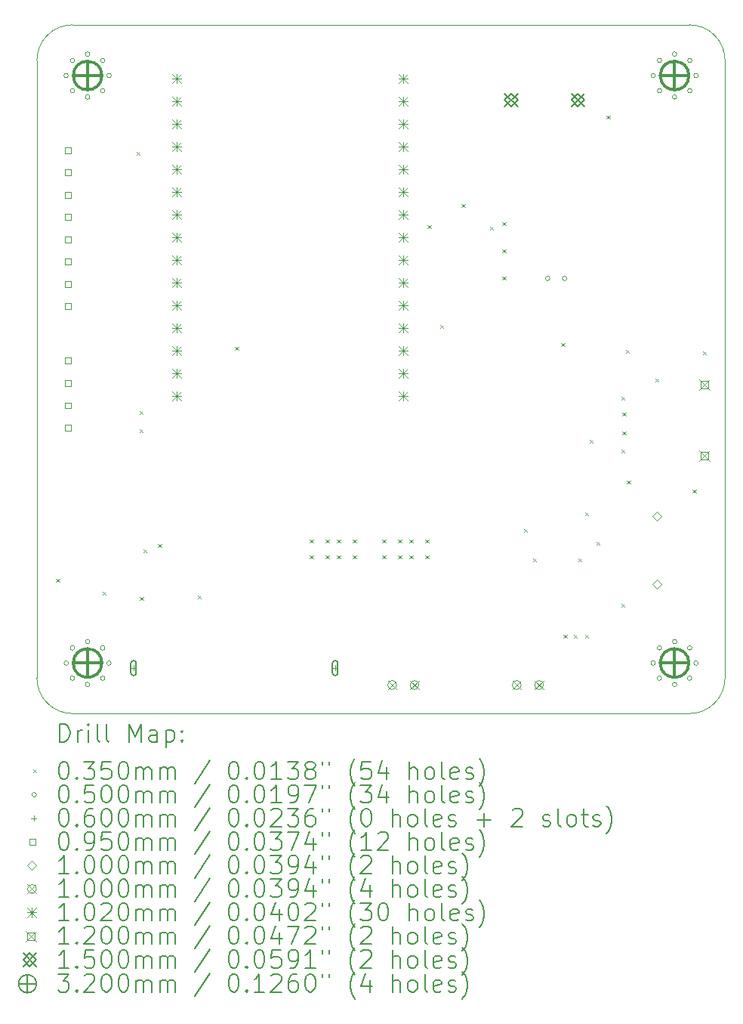
<source format=gbr>
%TF.GenerationSoftware,KiCad,Pcbnew,7.0.8*%
%TF.CreationDate,2023-10-27T20:47:06+03:00*%
%TF.ProjectId,door-lock-pcb,646f6f72-2d6c-46f6-936b-2d7063622e6b,rev?*%
%TF.SameCoordinates,Original*%
%TF.FileFunction,Drillmap*%
%TF.FilePolarity,Positive*%
%FSLAX45Y45*%
G04 Gerber Fmt 4.5, Leading zero omitted, Abs format (unit mm)*
G04 Created by KiCad (PCBNEW 7.0.8) date 2023-10-27 20:47:06*
%MOMM*%
%LPD*%
G01*
G04 APERTURE LIST*
%ADD10C,0.100000*%
%ADD11C,0.200000*%
%ADD12C,0.035000*%
%ADD13C,0.050000*%
%ADD14C,0.060000*%
%ADD15C,0.095000*%
%ADD16C,0.099999*%
%ADD17C,0.102000*%
%ADD18C,0.120000*%
%ADD19C,0.150000*%
%ADD20C,0.320000*%
G04 APERTURE END LIST*
D10*
X12440920Y-13318540D02*
X12440920Y-6402020D01*
X20157440Y-6402020D02*
G75*
G03*
X19757440Y-6002020I-400000J0D01*
G01*
X12840920Y-6002020D02*
X19757440Y-6002020D01*
X19757440Y-13718540D02*
G75*
G03*
X20157440Y-13318540I0J400000D01*
G01*
X19757440Y-13718540D02*
X12840920Y-13718540D01*
X20157440Y-6402020D02*
X20157440Y-13318540D01*
X12840920Y-6002020D02*
G75*
G03*
X12440920Y-6402020I0J-400000D01*
G01*
X12440920Y-13318540D02*
G75*
G03*
X12840920Y-13718540I400000J0D01*
G01*
D11*
D12*
X12657100Y-12212600D02*
X12692100Y-12247600D01*
X12692100Y-12212600D02*
X12657100Y-12247600D01*
X13177800Y-12352300D02*
X13212800Y-12387300D01*
X13212800Y-12352300D02*
X13177800Y-12387300D01*
X13558800Y-7424700D02*
X13593800Y-7459700D01*
X13593800Y-7424700D02*
X13558800Y-7459700D01*
X13596350Y-10329000D02*
X13631350Y-10364000D01*
X13631350Y-10329000D02*
X13596350Y-10364000D01*
X13596350Y-10532200D02*
X13631350Y-10567200D01*
X13631350Y-10532200D02*
X13596350Y-10567200D01*
X13596900Y-12415800D02*
X13631900Y-12450800D01*
X13631900Y-12415800D02*
X13596900Y-12450800D01*
X13635000Y-11882400D02*
X13670000Y-11917400D01*
X13670000Y-11882400D02*
X13635000Y-11917400D01*
X13800100Y-11818900D02*
X13835100Y-11853900D01*
X13835100Y-11818900D02*
X13800100Y-11853900D01*
X14245400Y-12398500D02*
X14280400Y-12433500D01*
X14280400Y-12398500D02*
X14245400Y-12433500D01*
X14663700Y-9609100D02*
X14698700Y-9644100D01*
X14698700Y-9609100D02*
X14663700Y-9644100D01*
X15501900Y-11768100D02*
X15536900Y-11803100D01*
X15536900Y-11768100D02*
X15501900Y-11803100D01*
X15501900Y-11945900D02*
X15536900Y-11980900D01*
X15536900Y-11945900D02*
X15501900Y-11980900D01*
X15679700Y-11768988D02*
X15714700Y-11803988D01*
X15714700Y-11768988D02*
X15679700Y-11803988D01*
X15679700Y-11945900D02*
X15714700Y-11980900D01*
X15714700Y-11945900D02*
X15679700Y-11980900D01*
X15806700Y-11768100D02*
X15841700Y-11803100D01*
X15841700Y-11768100D02*
X15806700Y-11803100D01*
X15806700Y-11945900D02*
X15841700Y-11980900D01*
X15841700Y-11945900D02*
X15806700Y-11980900D01*
X15984500Y-11768988D02*
X16019500Y-11803988D01*
X16019500Y-11768988D02*
X15984500Y-11803988D01*
X15984500Y-11945900D02*
X16019500Y-11980900D01*
X16019500Y-11945900D02*
X15984500Y-11980900D01*
X16314700Y-11768100D02*
X16349700Y-11803100D01*
X16349700Y-11768100D02*
X16314700Y-11803100D01*
X16314700Y-11945900D02*
X16349700Y-11980900D01*
X16349700Y-11945900D02*
X16314700Y-11980900D01*
X16492500Y-11768988D02*
X16527500Y-11803988D01*
X16527500Y-11768988D02*
X16492500Y-11803988D01*
X16492500Y-11945900D02*
X16527500Y-11980900D01*
X16527500Y-11945900D02*
X16492500Y-11980900D01*
X16619500Y-11768100D02*
X16654500Y-11803100D01*
X16654500Y-11768100D02*
X16619500Y-11803100D01*
X16619500Y-11945900D02*
X16654500Y-11980900D01*
X16654500Y-11945900D02*
X16619500Y-11980900D01*
X16797300Y-11768988D02*
X16832300Y-11803988D01*
X16832300Y-11768988D02*
X16797300Y-11803988D01*
X16797300Y-11945900D02*
X16832300Y-11980900D01*
X16832300Y-11945900D02*
X16797300Y-11980900D01*
X16822700Y-8250200D02*
X16857700Y-8285200D01*
X16857700Y-8250200D02*
X16822700Y-8285200D01*
X16962400Y-9367800D02*
X16997400Y-9402800D01*
X16997400Y-9367800D02*
X16962400Y-9402800D01*
X17203700Y-8008900D02*
X17238700Y-8043900D01*
X17238700Y-8008900D02*
X17203700Y-8043900D01*
X17521200Y-8262900D02*
X17556200Y-8297900D01*
X17556200Y-8262900D02*
X17521200Y-8297900D01*
X17660900Y-8212100D02*
X17695900Y-8247100D01*
X17695900Y-8212100D02*
X17660900Y-8247100D01*
X17660900Y-8516900D02*
X17695900Y-8551900D01*
X17695900Y-8516900D02*
X17660900Y-8551900D01*
X17660900Y-8821700D02*
X17695900Y-8856700D01*
X17695900Y-8821700D02*
X17660900Y-8856700D01*
X17902200Y-11653800D02*
X17937200Y-11688800D01*
X17937200Y-11653800D02*
X17902200Y-11688800D01*
X18003800Y-11984000D02*
X18038800Y-12019000D01*
X18038800Y-11984000D02*
X18003800Y-12019000D01*
X18321300Y-9571000D02*
X18356300Y-9606000D01*
X18356300Y-9571000D02*
X18321300Y-9606000D01*
X18346700Y-12834900D02*
X18381700Y-12869900D01*
X18381700Y-12834900D02*
X18346700Y-12869900D01*
X18461000Y-12834900D02*
X18496000Y-12869900D01*
X18496000Y-12834900D02*
X18461000Y-12869900D01*
X18511800Y-11984000D02*
X18546800Y-12019000D01*
X18546800Y-11984000D02*
X18511800Y-12019000D01*
X18588000Y-11463300D02*
X18623000Y-11498300D01*
X18623000Y-11463300D02*
X18588000Y-11498300D01*
X18588000Y-12834900D02*
X18623000Y-12869900D01*
X18623000Y-12834900D02*
X18588000Y-12869900D01*
X18638800Y-10650500D02*
X18673800Y-10685500D01*
X18673800Y-10650500D02*
X18638800Y-10685500D01*
X18715000Y-11793500D02*
X18750000Y-11828500D01*
X18750000Y-11793500D02*
X18715000Y-11828500D01*
X18829300Y-7018300D02*
X18864300Y-7053300D01*
X18864300Y-7018300D02*
X18829300Y-7053300D01*
X18994400Y-10167900D02*
X19029400Y-10202900D01*
X19029400Y-10167900D02*
X18994400Y-10202900D01*
X18994400Y-10764800D02*
X19029400Y-10799800D01*
X19029400Y-10764800D02*
X18994400Y-10799800D01*
X18994400Y-12492000D02*
X19029400Y-12527000D01*
X19029400Y-12492000D02*
X18994400Y-12527000D01*
X19007100Y-10345700D02*
X19042100Y-10380700D01*
X19042100Y-10345700D02*
X19007100Y-10380700D01*
X19007100Y-10561600D02*
X19042100Y-10596600D01*
X19042100Y-10561600D02*
X19007100Y-10596600D01*
X19045200Y-9647200D02*
X19080200Y-9682200D01*
X19080200Y-9647200D02*
X19045200Y-9682200D01*
X19057900Y-11107700D02*
X19092900Y-11142700D01*
X19092900Y-11107700D02*
X19057900Y-11142700D01*
X19375400Y-9964700D02*
X19410400Y-9999700D01*
X19410400Y-9964700D02*
X19375400Y-9999700D01*
X19794500Y-11209300D02*
X19829500Y-11244300D01*
X19829500Y-11209300D02*
X19794500Y-11244300D01*
X19908800Y-9659900D02*
X19943800Y-9694900D01*
X19943800Y-9659900D02*
X19908800Y-9694900D01*
D13*
X12794406Y-6570506D02*
G75*
G03*
X12794406Y-6570506I-25000J0D01*
G01*
X12794406Y-13152594D02*
G75*
G03*
X12794406Y-13152594I-25000J0D01*
G01*
X12864700Y-6400800D02*
G75*
G03*
X12864700Y-6400800I-25000J0D01*
G01*
X12864700Y-6740211D02*
G75*
G03*
X12864700Y-6740211I-25000J0D01*
G01*
X12864700Y-12982889D02*
G75*
G03*
X12864700Y-12982889I-25000J0D01*
G01*
X12864700Y-13322300D02*
G75*
G03*
X12864700Y-13322300I-25000J0D01*
G01*
X13034406Y-6330506D02*
G75*
G03*
X13034406Y-6330506I-25000J0D01*
G01*
X13034406Y-6810506D02*
G75*
G03*
X13034406Y-6810506I-25000J0D01*
G01*
X13034406Y-12912594D02*
G75*
G03*
X13034406Y-12912594I-25000J0D01*
G01*
X13034406Y-13392594D02*
G75*
G03*
X13034406Y-13392594I-25000J0D01*
G01*
X13204111Y-6400800D02*
G75*
G03*
X13204111Y-6400800I-25000J0D01*
G01*
X13204111Y-6740211D02*
G75*
G03*
X13204111Y-6740211I-25000J0D01*
G01*
X13204111Y-12982889D02*
G75*
G03*
X13204111Y-12982889I-25000J0D01*
G01*
X13204111Y-13322300D02*
G75*
G03*
X13204111Y-13322300I-25000J0D01*
G01*
X13274406Y-6570506D02*
G75*
G03*
X13274406Y-6570506I-25000J0D01*
G01*
X13274406Y-13152594D02*
G75*
G03*
X13274406Y-13152594I-25000J0D01*
G01*
X18192600Y-8843500D02*
G75*
G03*
X18192600Y-8843500I-25000J0D01*
G01*
X18382600Y-8843500D02*
G75*
G03*
X18382600Y-8843500I-25000J0D01*
G01*
X19376494Y-6570506D02*
G75*
G03*
X19376494Y-6570506I-25000J0D01*
G01*
X19376494Y-13152594D02*
G75*
G03*
X19376494Y-13152594I-25000J0D01*
G01*
X19446789Y-6400800D02*
G75*
G03*
X19446789Y-6400800I-25000J0D01*
G01*
X19446789Y-6740211D02*
G75*
G03*
X19446789Y-6740211I-25000J0D01*
G01*
X19446789Y-12982889D02*
G75*
G03*
X19446789Y-12982889I-25000J0D01*
G01*
X19446789Y-13322300D02*
G75*
G03*
X19446789Y-13322300I-25000J0D01*
G01*
X19616494Y-6330506D02*
G75*
G03*
X19616494Y-6330506I-25000J0D01*
G01*
X19616494Y-6810506D02*
G75*
G03*
X19616494Y-6810506I-25000J0D01*
G01*
X19616494Y-12912594D02*
G75*
G03*
X19616494Y-12912594I-25000J0D01*
G01*
X19616494Y-13392594D02*
G75*
G03*
X19616494Y-13392594I-25000J0D01*
G01*
X19786200Y-6400800D02*
G75*
G03*
X19786200Y-6400800I-25000J0D01*
G01*
X19786200Y-6740211D02*
G75*
G03*
X19786200Y-6740211I-25000J0D01*
G01*
X19786200Y-12982889D02*
G75*
G03*
X19786200Y-12982889I-25000J0D01*
G01*
X19786200Y-13322300D02*
G75*
G03*
X19786200Y-13322300I-25000J0D01*
G01*
X19856494Y-6570506D02*
G75*
G03*
X19856494Y-6570506I-25000J0D01*
G01*
X19856494Y-13152594D02*
G75*
G03*
X19856494Y-13152594I-25000J0D01*
G01*
D14*
X13525500Y-13178000D02*
X13525500Y-13238000D01*
X13495500Y-13208000D02*
X13555500Y-13208000D01*
D11*
X13495500Y-13154000D02*
X13495500Y-13262000D01*
X13495500Y-13262000D02*
G75*
G03*
X13555500Y-13262000I30000J0D01*
G01*
X13555500Y-13262000D02*
X13555500Y-13154000D01*
X13555500Y-13154000D02*
G75*
G03*
X13495500Y-13154000I-30000J0D01*
G01*
D14*
X15786100Y-13178000D02*
X15786100Y-13238000D01*
X15756100Y-13208000D02*
X15816100Y-13208000D01*
D11*
X15756100Y-13154000D02*
X15756100Y-13262000D01*
X15756100Y-13262000D02*
G75*
G03*
X15816100Y-13262000I30000J0D01*
G01*
X15816100Y-13262000D02*
X15816100Y-13154000D01*
X15816100Y-13154000D02*
G75*
G03*
X15756100Y-13154000I-30000J0D01*
G01*
D15*
X12821938Y-9799888D02*
X12821938Y-9732712D01*
X12754762Y-9732712D01*
X12754762Y-9799888D01*
X12821938Y-9799888D01*
X12821938Y-10049888D02*
X12821938Y-9982712D01*
X12754762Y-9982712D01*
X12754762Y-10049888D01*
X12821938Y-10049888D01*
X12821938Y-10299888D02*
X12821938Y-10232712D01*
X12754762Y-10232712D01*
X12754762Y-10299888D01*
X12821938Y-10299888D01*
X12821938Y-10549888D02*
X12821938Y-10482712D01*
X12754762Y-10482712D01*
X12754762Y-10549888D01*
X12821938Y-10549888D01*
X12822488Y-7440288D02*
X12822488Y-7373112D01*
X12755312Y-7373112D01*
X12755312Y-7440288D01*
X12822488Y-7440288D01*
X12822488Y-7690288D02*
X12822488Y-7623112D01*
X12755312Y-7623112D01*
X12755312Y-7690288D01*
X12822488Y-7690288D01*
X12822488Y-7940288D02*
X12822488Y-7873112D01*
X12755312Y-7873112D01*
X12755312Y-7940288D01*
X12822488Y-7940288D01*
X12822488Y-8190288D02*
X12822488Y-8123112D01*
X12755312Y-8123112D01*
X12755312Y-8190288D01*
X12822488Y-8190288D01*
X12822488Y-8440288D02*
X12822488Y-8373112D01*
X12755312Y-8373112D01*
X12755312Y-8440288D01*
X12822488Y-8440288D01*
X12822488Y-8690288D02*
X12822488Y-8623112D01*
X12755312Y-8623112D01*
X12755312Y-8690288D01*
X12822488Y-8690288D01*
X12822488Y-8940288D02*
X12822488Y-8873112D01*
X12755312Y-8873112D01*
X12755312Y-8940288D01*
X12822488Y-8940288D01*
X12822488Y-9190288D02*
X12822488Y-9123112D01*
X12755312Y-9123112D01*
X12755312Y-9190288D01*
X12822488Y-9190288D01*
D16*
X19392900Y-11557200D02*
X19442900Y-11507200D01*
X19392900Y-11457200D01*
X19342900Y-11507200D01*
X19392900Y-11557200D01*
X19392900Y-12317200D02*
X19442900Y-12267200D01*
X19392900Y-12217200D01*
X19342900Y-12267200D01*
X19392900Y-12317200D01*
D10*
X16375100Y-13348500D02*
X16475100Y-13448500D01*
X16475100Y-13348500D02*
X16375100Y-13448500D01*
X16475100Y-13398500D02*
G75*
G03*
X16475100Y-13398500I-50000J0D01*
G01*
X16625100Y-13348500D02*
X16725100Y-13448500D01*
X16725100Y-13348500D02*
X16625100Y-13448500D01*
X16725100Y-13398500D02*
G75*
G03*
X16725100Y-13398500I-50000J0D01*
G01*
X17772100Y-13348500D02*
X17872100Y-13448500D01*
X17872100Y-13348500D02*
X17772100Y-13448500D01*
X17872100Y-13398500D02*
G75*
G03*
X17872100Y-13398500I-50000J0D01*
G01*
X18022100Y-13348500D02*
X18122100Y-13448500D01*
X18122100Y-13348500D02*
X18022100Y-13448500D01*
X18122100Y-13398500D02*
G75*
G03*
X18122100Y-13398500I-50000J0D01*
G01*
D17*
X13957100Y-6555100D02*
X14059100Y-6657100D01*
X14059100Y-6555100D02*
X13957100Y-6657100D01*
X14008100Y-6555100D02*
X14008100Y-6657100D01*
X13957100Y-6606100D02*
X14059100Y-6606100D01*
X13957100Y-6809100D02*
X14059100Y-6911100D01*
X14059100Y-6809100D02*
X13957100Y-6911100D01*
X14008100Y-6809100D02*
X14008100Y-6911100D01*
X13957100Y-6860100D02*
X14059100Y-6860100D01*
X13957100Y-7063100D02*
X14059100Y-7165100D01*
X14059100Y-7063100D02*
X13957100Y-7165100D01*
X14008100Y-7063100D02*
X14008100Y-7165100D01*
X13957100Y-7114100D02*
X14059100Y-7114100D01*
X13957100Y-7317100D02*
X14059100Y-7419100D01*
X14059100Y-7317100D02*
X13957100Y-7419100D01*
X14008100Y-7317100D02*
X14008100Y-7419100D01*
X13957100Y-7368100D02*
X14059100Y-7368100D01*
X13957100Y-7571100D02*
X14059100Y-7673100D01*
X14059100Y-7571100D02*
X13957100Y-7673100D01*
X14008100Y-7571100D02*
X14008100Y-7673100D01*
X13957100Y-7622100D02*
X14059100Y-7622100D01*
X13957100Y-7825100D02*
X14059100Y-7927100D01*
X14059100Y-7825100D02*
X13957100Y-7927100D01*
X14008100Y-7825100D02*
X14008100Y-7927100D01*
X13957100Y-7876100D02*
X14059100Y-7876100D01*
X13957100Y-8079100D02*
X14059100Y-8181100D01*
X14059100Y-8079100D02*
X13957100Y-8181100D01*
X14008100Y-8079100D02*
X14008100Y-8181100D01*
X13957100Y-8130100D02*
X14059100Y-8130100D01*
X13957100Y-8333100D02*
X14059100Y-8435100D01*
X14059100Y-8333100D02*
X13957100Y-8435100D01*
X14008100Y-8333100D02*
X14008100Y-8435100D01*
X13957100Y-8384100D02*
X14059100Y-8384100D01*
X13957100Y-8587100D02*
X14059100Y-8689100D01*
X14059100Y-8587100D02*
X13957100Y-8689100D01*
X14008100Y-8587100D02*
X14008100Y-8689100D01*
X13957100Y-8638100D02*
X14059100Y-8638100D01*
X13957100Y-8841100D02*
X14059100Y-8943100D01*
X14059100Y-8841100D02*
X13957100Y-8943100D01*
X14008100Y-8841100D02*
X14008100Y-8943100D01*
X13957100Y-8892100D02*
X14059100Y-8892100D01*
X13957100Y-9095100D02*
X14059100Y-9197100D01*
X14059100Y-9095100D02*
X13957100Y-9197100D01*
X14008100Y-9095100D02*
X14008100Y-9197100D01*
X13957100Y-9146100D02*
X14059100Y-9146100D01*
X13957100Y-9349100D02*
X14059100Y-9451100D01*
X14059100Y-9349100D02*
X13957100Y-9451100D01*
X14008100Y-9349100D02*
X14008100Y-9451100D01*
X13957100Y-9400100D02*
X14059100Y-9400100D01*
X13957100Y-9603100D02*
X14059100Y-9705100D01*
X14059100Y-9603100D02*
X13957100Y-9705100D01*
X14008100Y-9603100D02*
X14008100Y-9705100D01*
X13957100Y-9654100D02*
X14059100Y-9654100D01*
X13957100Y-9857100D02*
X14059100Y-9959100D01*
X14059100Y-9857100D02*
X13957100Y-9959100D01*
X14008100Y-9857100D02*
X14008100Y-9959100D01*
X13957100Y-9908100D02*
X14059100Y-9908100D01*
X13957100Y-10111100D02*
X14059100Y-10213100D01*
X14059100Y-10111100D02*
X13957100Y-10213100D01*
X14008100Y-10111100D02*
X14008100Y-10213100D01*
X13957100Y-10162100D02*
X14059100Y-10162100D01*
X16497100Y-6555100D02*
X16599100Y-6657100D01*
X16599100Y-6555100D02*
X16497100Y-6657100D01*
X16548100Y-6555100D02*
X16548100Y-6657100D01*
X16497100Y-6606100D02*
X16599100Y-6606100D01*
X16497100Y-6809100D02*
X16599100Y-6911100D01*
X16599100Y-6809100D02*
X16497100Y-6911100D01*
X16548100Y-6809100D02*
X16548100Y-6911100D01*
X16497100Y-6860100D02*
X16599100Y-6860100D01*
X16497100Y-7063100D02*
X16599100Y-7165100D01*
X16599100Y-7063100D02*
X16497100Y-7165100D01*
X16548100Y-7063100D02*
X16548100Y-7165100D01*
X16497100Y-7114100D02*
X16599100Y-7114100D01*
X16497100Y-7317100D02*
X16599100Y-7419100D01*
X16599100Y-7317100D02*
X16497100Y-7419100D01*
X16548100Y-7317100D02*
X16548100Y-7419100D01*
X16497100Y-7368100D02*
X16599100Y-7368100D01*
X16497100Y-7571100D02*
X16599100Y-7673100D01*
X16599100Y-7571100D02*
X16497100Y-7673100D01*
X16548100Y-7571100D02*
X16548100Y-7673100D01*
X16497100Y-7622100D02*
X16599100Y-7622100D01*
X16497100Y-7825100D02*
X16599100Y-7927100D01*
X16599100Y-7825100D02*
X16497100Y-7927100D01*
X16548100Y-7825100D02*
X16548100Y-7927100D01*
X16497100Y-7876100D02*
X16599100Y-7876100D01*
X16497100Y-8079100D02*
X16599100Y-8181100D01*
X16599100Y-8079100D02*
X16497100Y-8181100D01*
X16548100Y-8079100D02*
X16548100Y-8181100D01*
X16497100Y-8130100D02*
X16599100Y-8130100D01*
X16497100Y-8333100D02*
X16599100Y-8435100D01*
X16599100Y-8333100D02*
X16497100Y-8435100D01*
X16548100Y-8333100D02*
X16548100Y-8435100D01*
X16497100Y-8384100D02*
X16599100Y-8384100D01*
X16497100Y-8587100D02*
X16599100Y-8689100D01*
X16599100Y-8587100D02*
X16497100Y-8689100D01*
X16548100Y-8587100D02*
X16548100Y-8689100D01*
X16497100Y-8638100D02*
X16599100Y-8638100D01*
X16497100Y-8841100D02*
X16599100Y-8943100D01*
X16599100Y-8841100D02*
X16497100Y-8943100D01*
X16548100Y-8841100D02*
X16548100Y-8943100D01*
X16497100Y-8892100D02*
X16599100Y-8892100D01*
X16497100Y-9095100D02*
X16599100Y-9197100D01*
X16599100Y-9095100D02*
X16497100Y-9197100D01*
X16548100Y-9095100D02*
X16548100Y-9197100D01*
X16497100Y-9146100D02*
X16599100Y-9146100D01*
X16497100Y-9349100D02*
X16599100Y-9451100D01*
X16599100Y-9349100D02*
X16497100Y-9451100D01*
X16548100Y-9349100D02*
X16548100Y-9451100D01*
X16497100Y-9400100D02*
X16599100Y-9400100D01*
X16497100Y-9603100D02*
X16599100Y-9705100D01*
X16599100Y-9603100D02*
X16497100Y-9705100D01*
X16548100Y-9603100D02*
X16548100Y-9705100D01*
X16497100Y-9654100D02*
X16599100Y-9654100D01*
X16497100Y-9857100D02*
X16599100Y-9959100D01*
X16599100Y-9857100D02*
X16497100Y-9959100D01*
X16548100Y-9857100D02*
X16548100Y-9959100D01*
X16497100Y-9908100D02*
X16599100Y-9908100D01*
X16497100Y-10111100D02*
X16599100Y-10213100D01*
X16599100Y-10111100D02*
X16497100Y-10213100D01*
X16548100Y-10111100D02*
X16548100Y-10213100D01*
X16497100Y-10162100D02*
X16599100Y-10162100D01*
D18*
X19866300Y-9972800D02*
X19986300Y-10092800D01*
X19986300Y-9972800D02*
X19866300Y-10092800D01*
X19968727Y-10075227D02*
X19968727Y-9990373D01*
X19883873Y-9990373D01*
X19883873Y-10075227D01*
X19968727Y-10075227D01*
X19866300Y-10772800D02*
X19986300Y-10892800D01*
X19986300Y-10772800D02*
X19866300Y-10892800D01*
X19968727Y-10875227D02*
X19968727Y-10790373D01*
X19883873Y-10790373D01*
X19883873Y-10875227D01*
X19968727Y-10875227D01*
D19*
X17683300Y-6770300D02*
X17833300Y-6920300D01*
X17833300Y-6770300D02*
X17683300Y-6920300D01*
X17758300Y-6920300D02*
X17833300Y-6845300D01*
X17758300Y-6770300D01*
X17683300Y-6845300D01*
X17758300Y-6920300D01*
X18433300Y-6770300D02*
X18583300Y-6920300D01*
X18583300Y-6770300D02*
X18433300Y-6920300D01*
X18508300Y-6920300D02*
X18583300Y-6845300D01*
X18508300Y-6770300D01*
X18433300Y-6845300D01*
X18508300Y-6920300D01*
D20*
X13009406Y-6410506D02*
X13009406Y-6730506D01*
X12849406Y-6570506D02*
X13169406Y-6570506D01*
X13169406Y-6570506D02*
G75*
G03*
X13169406Y-6570506I-160000J0D01*
G01*
X13009406Y-12992594D02*
X13009406Y-13312594D01*
X12849406Y-13152594D02*
X13169406Y-13152594D01*
X13169406Y-13152594D02*
G75*
G03*
X13169406Y-13152594I-160000J0D01*
G01*
X19591494Y-6410506D02*
X19591494Y-6730506D01*
X19431494Y-6570506D02*
X19751494Y-6570506D01*
X19751494Y-6570506D02*
G75*
G03*
X19751494Y-6570506I-160000J0D01*
G01*
X19591494Y-12992594D02*
X19591494Y-13312594D01*
X19431494Y-13152594D02*
X19751494Y-13152594D01*
X19751494Y-13152594D02*
G75*
G03*
X19751494Y-13152594I-160000J0D01*
G01*
D11*
X12696697Y-14035024D02*
X12696697Y-13835024D01*
X12696697Y-13835024D02*
X12744316Y-13835024D01*
X12744316Y-13835024D02*
X12772887Y-13844548D01*
X12772887Y-13844548D02*
X12791935Y-13863595D01*
X12791935Y-13863595D02*
X12801459Y-13882643D01*
X12801459Y-13882643D02*
X12810982Y-13920738D01*
X12810982Y-13920738D02*
X12810982Y-13949309D01*
X12810982Y-13949309D02*
X12801459Y-13987405D01*
X12801459Y-13987405D02*
X12791935Y-14006452D01*
X12791935Y-14006452D02*
X12772887Y-14025500D01*
X12772887Y-14025500D02*
X12744316Y-14035024D01*
X12744316Y-14035024D02*
X12696697Y-14035024D01*
X12896697Y-14035024D02*
X12896697Y-13901690D01*
X12896697Y-13939786D02*
X12906221Y-13920738D01*
X12906221Y-13920738D02*
X12915744Y-13911214D01*
X12915744Y-13911214D02*
X12934792Y-13901690D01*
X12934792Y-13901690D02*
X12953840Y-13901690D01*
X13020506Y-14035024D02*
X13020506Y-13901690D01*
X13020506Y-13835024D02*
X13010982Y-13844548D01*
X13010982Y-13844548D02*
X13020506Y-13854071D01*
X13020506Y-13854071D02*
X13030030Y-13844548D01*
X13030030Y-13844548D02*
X13020506Y-13835024D01*
X13020506Y-13835024D02*
X13020506Y-13854071D01*
X13144316Y-14035024D02*
X13125268Y-14025500D01*
X13125268Y-14025500D02*
X13115744Y-14006452D01*
X13115744Y-14006452D02*
X13115744Y-13835024D01*
X13249078Y-14035024D02*
X13230030Y-14025500D01*
X13230030Y-14025500D02*
X13220506Y-14006452D01*
X13220506Y-14006452D02*
X13220506Y-13835024D01*
X13477649Y-14035024D02*
X13477649Y-13835024D01*
X13477649Y-13835024D02*
X13544316Y-13977881D01*
X13544316Y-13977881D02*
X13610982Y-13835024D01*
X13610982Y-13835024D02*
X13610982Y-14035024D01*
X13791935Y-14035024D02*
X13791935Y-13930262D01*
X13791935Y-13930262D02*
X13782411Y-13911214D01*
X13782411Y-13911214D02*
X13763363Y-13901690D01*
X13763363Y-13901690D02*
X13725268Y-13901690D01*
X13725268Y-13901690D02*
X13706221Y-13911214D01*
X13791935Y-14025500D02*
X13772887Y-14035024D01*
X13772887Y-14035024D02*
X13725268Y-14035024D01*
X13725268Y-14035024D02*
X13706221Y-14025500D01*
X13706221Y-14025500D02*
X13696697Y-14006452D01*
X13696697Y-14006452D02*
X13696697Y-13987405D01*
X13696697Y-13987405D02*
X13706221Y-13968357D01*
X13706221Y-13968357D02*
X13725268Y-13958833D01*
X13725268Y-13958833D02*
X13772887Y-13958833D01*
X13772887Y-13958833D02*
X13791935Y-13949309D01*
X13887173Y-13901690D02*
X13887173Y-14101690D01*
X13887173Y-13911214D02*
X13906221Y-13901690D01*
X13906221Y-13901690D02*
X13944316Y-13901690D01*
X13944316Y-13901690D02*
X13963363Y-13911214D01*
X13963363Y-13911214D02*
X13972887Y-13920738D01*
X13972887Y-13920738D02*
X13982411Y-13939786D01*
X13982411Y-13939786D02*
X13982411Y-13996928D01*
X13982411Y-13996928D02*
X13972887Y-14015976D01*
X13972887Y-14015976D02*
X13963363Y-14025500D01*
X13963363Y-14025500D02*
X13944316Y-14035024D01*
X13944316Y-14035024D02*
X13906221Y-14035024D01*
X13906221Y-14035024D02*
X13887173Y-14025500D01*
X14068125Y-14015976D02*
X14077649Y-14025500D01*
X14077649Y-14025500D02*
X14068125Y-14035024D01*
X14068125Y-14035024D02*
X14058602Y-14025500D01*
X14058602Y-14025500D02*
X14068125Y-14015976D01*
X14068125Y-14015976D02*
X14068125Y-14035024D01*
X14068125Y-13911214D02*
X14077649Y-13920738D01*
X14077649Y-13920738D02*
X14068125Y-13930262D01*
X14068125Y-13930262D02*
X14058602Y-13920738D01*
X14058602Y-13920738D02*
X14068125Y-13911214D01*
X14068125Y-13911214D02*
X14068125Y-13930262D01*
D12*
X12400920Y-14346040D02*
X12435920Y-14381040D01*
X12435920Y-14346040D02*
X12400920Y-14381040D01*
D11*
X12734792Y-14255024D02*
X12753840Y-14255024D01*
X12753840Y-14255024D02*
X12772887Y-14264548D01*
X12772887Y-14264548D02*
X12782411Y-14274071D01*
X12782411Y-14274071D02*
X12791935Y-14293119D01*
X12791935Y-14293119D02*
X12801459Y-14331214D01*
X12801459Y-14331214D02*
X12801459Y-14378833D01*
X12801459Y-14378833D02*
X12791935Y-14416928D01*
X12791935Y-14416928D02*
X12782411Y-14435976D01*
X12782411Y-14435976D02*
X12772887Y-14445500D01*
X12772887Y-14445500D02*
X12753840Y-14455024D01*
X12753840Y-14455024D02*
X12734792Y-14455024D01*
X12734792Y-14455024D02*
X12715744Y-14445500D01*
X12715744Y-14445500D02*
X12706221Y-14435976D01*
X12706221Y-14435976D02*
X12696697Y-14416928D01*
X12696697Y-14416928D02*
X12687173Y-14378833D01*
X12687173Y-14378833D02*
X12687173Y-14331214D01*
X12687173Y-14331214D02*
X12696697Y-14293119D01*
X12696697Y-14293119D02*
X12706221Y-14274071D01*
X12706221Y-14274071D02*
X12715744Y-14264548D01*
X12715744Y-14264548D02*
X12734792Y-14255024D01*
X12887173Y-14435976D02*
X12896697Y-14445500D01*
X12896697Y-14445500D02*
X12887173Y-14455024D01*
X12887173Y-14455024D02*
X12877649Y-14445500D01*
X12877649Y-14445500D02*
X12887173Y-14435976D01*
X12887173Y-14435976D02*
X12887173Y-14455024D01*
X12963363Y-14255024D02*
X13087173Y-14255024D01*
X13087173Y-14255024D02*
X13020506Y-14331214D01*
X13020506Y-14331214D02*
X13049078Y-14331214D01*
X13049078Y-14331214D02*
X13068125Y-14340738D01*
X13068125Y-14340738D02*
X13077649Y-14350262D01*
X13077649Y-14350262D02*
X13087173Y-14369309D01*
X13087173Y-14369309D02*
X13087173Y-14416928D01*
X13087173Y-14416928D02*
X13077649Y-14435976D01*
X13077649Y-14435976D02*
X13068125Y-14445500D01*
X13068125Y-14445500D02*
X13049078Y-14455024D01*
X13049078Y-14455024D02*
X12991935Y-14455024D01*
X12991935Y-14455024D02*
X12972887Y-14445500D01*
X12972887Y-14445500D02*
X12963363Y-14435976D01*
X13268125Y-14255024D02*
X13172887Y-14255024D01*
X13172887Y-14255024D02*
X13163363Y-14350262D01*
X13163363Y-14350262D02*
X13172887Y-14340738D01*
X13172887Y-14340738D02*
X13191935Y-14331214D01*
X13191935Y-14331214D02*
X13239554Y-14331214D01*
X13239554Y-14331214D02*
X13258602Y-14340738D01*
X13258602Y-14340738D02*
X13268125Y-14350262D01*
X13268125Y-14350262D02*
X13277649Y-14369309D01*
X13277649Y-14369309D02*
X13277649Y-14416928D01*
X13277649Y-14416928D02*
X13268125Y-14435976D01*
X13268125Y-14435976D02*
X13258602Y-14445500D01*
X13258602Y-14445500D02*
X13239554Y-14455024D01*
X13239554Y-14455024D02*
X13191935Y-14455024D01*
X13191935Y-14455024D02*
X13172887Y-14445500D01*
X13172887Y-14445500D02*
X13163363Y-14435976D01*
X13401459Y-14255024D02*
X13420506Y-14255024D01*
X13420506Y-14255024D02*
X13439554Y-14264548D01*
X13439554Y-14264548D02*
X13449078Y-14274071D01*
X13449078Y-14274071D02*
X13458602Y-14293119D01*
X13458602Y-14293119D02*
X13468125Y-14331214D01*
X13468125Y-14331214D02*
X13468125Y-14378833D01*
X13468125Y-14378833D02*
X13458602Y-14416928D01*
X13458602Y-14416928D02*
X13449078Y-14435976D01*
X13449078Y-14435976D02*
X13439554Y-14445500D01*
X13439554Y-14445500D02*
X13420506Y-14455024D01*
X13420506Y-14455024D02*
X13401459Y-14455024D01*
X13401459Y-14455024D02*
X13382411Y-14445500D01*
X13382411Y-14445500D02*
X13372887Y-14435976D01*
X13372887Y-14435976D02*
X13363363Y-14416928D01*
X13363363Y-14416928D02*
X13353840Y-14378833D01*
X13353840Y-14378833D02*
X13353840Y-14331214D01*
X13353840Y-14331214D02*
X13363363Y-14293119D01*
X13363363Y-14293119D02*
X13372887Y-14274071D01*
X13372887Y-14274071D02*
X13382411Y-14264548D01*
X13382411Y-14264548D02*
X13401459Y-14255024D01*
X13553840Y-14455024D02*
X13553840Y-14321690D01*
X13553840Y-14340738D02*
X13563363Y-14331214D01*
X13563363Y-14331214D02*
X13582411Y-14321690D01*
X13582411Y-14321690D02*
X13610983Y-14321690D01*
X13610983Y-14321690D02*
X13630030Y-14331214D01*
X13630030Y-14331214D02*
X13639554Y-14350262D01*
X13639554Y-14350262D02*
X13639554Y-14455024D01*
X13639554Y-14350262D02*
X13649078Y-14331214D01*
X13649078Y-14331214D02*
X13668125Y-14321690D01*
X13668125Y-14321690D02*
X13696697Y-14321690D01*
X13696697Y-14321690D02*
X13715744Y-14331214D01*
X13715744Y-14331214D02*
X13725268Y-14350262D01*
X13725268Y-14350262D02*
X13725268Y-14455024D01*
X13820506Y-14455024D02*
X13820506Y-14321690D01*
X13820506Y-14340738D02*
X13830030Y-14331214D01*
X13830030Y-14331214D02*
X13849078Y-14321690D01*
X13849078Y-14321690D02*
X13877649Y-14321690D01*
X13877649Y-14321690D02*
X13896697Y-14331214D01*
X13896697Y-14331214D02*
X13906221Y-14350262D01*
X13906221Y-14350262D02*
X13906221Y-14455024D01*
X13906221Y-14350262D02*
X13915744Y-14331214D01*
X13915744Y-14331214D02*
X13934792Y-14321690D01*
X13934792Y-14321690D02*
X13963363Y-14321690D01*
X13963363Y-14321690D02*
X13982411Y-14331214D01*
X13982411Y-14331214D02*
X13991935Y-14350262D01*
X13991935Y-14350262D02*
X13991935Y-14455024D01*
X14382411Y-14245500D02*
X14210983Y-14502643D01*
X14639554Y-14255024D02*
X14658602Y-14255024D01*
X14658602Y-14255024D02*
X14677649Y-14264548D01*
X14677649Y-14264548D02*
X14687173Y-14274071D01*
X14687173Y-14274071D02*
X14696697Y-14293119D01*
X14696697Y-14293119D02*
X14706221Y-14331214D01*
X14706221Y-14331214D02*
X14706221Y-14378833D01*
X14706221Y-14378833D02*
X14696697Y-14416928D01*
X14696697Y-14416928D02*
X14687173Y-14435976D01*
X14687173Y-14435976D02*
X14677649Y-14445500D01*
X14677649Y-14445500D02*
X14658602Y-14455024D01*
X14658602Y-14455024D02*
X14639554Y-14455024D01*
X14639554Y-14455024D02*
X14620506Y-14445500D01*
X14620506Y-14445500D02*
X14610983Y-14435976D01*
X14610983Y-14435976D02*
X14601459Y-14416928D01*
X14601459Y-14416928D02*
X14591935Y-14378833D01*
X14591935Y-14378833D02*
X14591935Y-14331214D01*
X14591935Y-14331214D02*
X14601459Y-14293119D01*
X14601459Y-14293119D02*
X14610983Y-14274071D01*
X14610983Y-14274071D02*
X14620506Y-14264548D01*
X14620506Y-14264548D02*
X14639554Y-14255024D01*
X14791935Y-14435976D02*
X14801459Y-14445500D01*
X14801459Y-14445500D02*
X14791935Y-14455024D01*
X14791935Y-14455024D02*
X14782411Y-14445500D01*
X14782411Y-14445500D02*
X14791935Y-14435976D01*
X14791935Y-14435976D02*
X14791935Y-14455024D01*
X14925268Y-14255024D02*
X14944316Y-14255024D01*
X14944316Y-14255024D02*
X14963364Y-14264548D01*
X14963364Y-14264548D02*
X14972887Y-14274071D01*
X14972887Y-14274071D02*
X14982411Y-14293119D01*
X14982411Y-14293119D02*
X14991935Y-14331214D01*
X14991935Y-14331214D02*
X14991935Y-14378833D01*
X14991935Y-14378833D02*
X14982411Y-14416928D01*
X14982411Y-14416928D02*
X14972887Y-14435976D01*
X14972887Y-14435976D02*
X14963364Y-14445500D01*
X14963364Y-14445500D02*
X14944316Y-14455024D01*
X14944316Y-14455024D02*
X14925268Y-14455024D01*
X14925268Y-14455024D02*
X14906221Y-14445500D01*
X14906221Y-14445500D02*
X14896697Y-14435976D01*
X14896697Y-14435976D02*
X14887173Y-14416928D01*
X14887173Y-14416928D02*
X14877649Y-14378833D01*
X14877649Y-14378833D02*
X14877649Y-14331214D01*
X14877649Y-14331214D02*
X14887173Y-14293119D01*
X14887173Y-14293119D02*
X14896697Y-14274071D01*
X14896697Y-14274071D02*
X14906221Y-14264548D01*
X14906221Y-14264548D02*
X14925268Y-14255024D01*
X15182411Y-14455024D02*
X15068126Y-14455024D01*
X15125268Y-14455024D02*
X15125268Y-14255024D01*
X15125268Y-14255024D02*
X15106221Y-14283595D01*
X15106221Y-14283595D02*
X15087173Y-14302643D01*
X15087173Y-14302643D02*
X15068126Y-14312167D01*
X15249078Y-14255024D02*
X15372887Y-14255024D01*
X15372887Y-14255024D02*
X15306221Y-14331214D01*
X15306221Y-14331214D02*
X15334792Y-14331214D01*
X15334792Y-14331214D02*
X15353840Y-14340738D01*
X15353840Y-14340738D02*
X15363364Y-14350262D01*
X15363364Y-14350262D02*
X15372887Y-14369309D01*
X15372887Y-14369309D02*
X15372887Y-14416928D01*
X15372887Y-14416928D02*
X15363364Y-14435976D01*
X15363364Y-14435976D02*
X15353840Y-14445500D01*
X15353840Y-14445500D02*
X15334792Y-14455024D01*
X15334792Y-14455024D02*
X15277649Y-14455024D01*
X15277649Y-14455024D02*
X15258602Y-14445500D01*
X15258602Y-14445500D02*
X15249078Y-14435976D01*
X15487173Y-14340738D02*
X15468126Y-14331214D01*
X15468126Y-14331214D02*
X15458602Y-14321690D01*
X15458602Y-14321690D02*
X15449078Y-14302643D01*
X15449078Y-14302643D02*
X15449078Y-14293119D01*
X15449078Y-14293119D02*
X15458602Y-14274071D01*
X15458602Y-14274071D02*
X15468126Y-14264548D01*
X15468126Y-14264548D02*
X15487173Y-14255024D01*
X15487173Y-14255024D02*
X15525268Y-14255024D01*
X15525268Y-14255024D02*
X15544316Y-14264548D01*
X15544316Y-14264548D02*
X15553840Y-14274071D01*
X15553840Y-14274071D02*
X15563364Y-14293119D01*
X15563364Y-14293119D02*
X15563364Y-14302643D01*
X15563364Y-14302643D02*
X15553840Y-14321690D01*
X15553840Y-14321690D02*
X15544316Y-14331214D01*
X15544316Y-14331214D02*
X15525268Y-14340738D01*
X15525268Y-14340738D02*
X15487173Y-14340738D01*
X15487173Y-14340738D02*
X15468126Y-14350262D01*
X15468126Y-14350262D02*
X15458602Y-14359786D01*
X15458602Y-14359786D02*
X15449078Y-14378833D01*
X15449078Y-14378833D02*
X15449078Y-14416928D01*
X15449078Y-14416928D02*
X15458602Y-14435976D01*
X15458602Y-14435976D02*
X15468126Y-14445500D01*
X15468126Y-14445500D02*
X15487173Y-14455024D01*
X15487173Y-14455024D02*
X15525268Y-14455024D01*
X15525268Y-14455024D02*
X15544316Y-14445500D01*
X15544316Y-14445500D02*
X15553840Y-14435976D01*
X15553840Y-14435976D02*
X15563364Y-14416928D01*
X15563364Y-14416928D02*
X15563364Y-14378833D01*
X15563364Y-14378833D02*
X15553840Y-14359786D01*
X15553840Y-14359786D02*
X15544316Y-14350262D01*
X15544316Y-14350262D02*
X15525268Y-14340738D01*
X15639554Y-14255024D02*
X15639554Y-14293119D01*
X15715745Y-14255024D02*
X15715745Y-14293119D01*
X16010983Y-14531214D02*
X16001459Y-14521690D01*
X16001459Y-14521690D02*
X15982411Y-14493119D01*
X15982411Y-14493119D02*
X15972888Y-14474071D01*
X15972888Y-14474071D02*
X15963364Y-14445500D01*
X15963364Y-14445500D02*
X15953840Y-14397881D01*
X15953840Y-14397881D02*
X15953840Y-14359786D01*
X15953840Y-14359786D02*
X15963364Y-14312167D01*
X15963364Y-14312167D02*
X15972888Y-14283595D01*
X15972888Y-14283595D02*
X15982411Y-14264548D01*
X15982411Y-14264548D02*
X16001459Y-14235976D01*
X16001459Y-14235976D02*
X16010983Y-14226452D01*
X16182411Y-14255024D02*
X16087173Y-14255024D01*
X16087173Y-14255024D02*
X16077649Y-14350262D01*
X16077649Y-14350262D02*
X16087173Y-14340738D01*
X16087173Y-14340738D02*
X16106221Y-14331214D01*
X16106221Y-14331214D02*
X16153840Y-14331214D01*
X16153840Y-14331214D02*
X16172888Y-14340738D01*
X16172888Y-14340738D02*
X16182411Y-14350262D01*
X16182411Y-14350262D02*
X16191935Y-14369309D01*
X16191935Y-14369309D02*
X16191935Y-14416928D01*
X16191935Y-14416928D02*
X16182411Y-14435976D01*
X16182411Y-14435976D02*
X16172888Y-14445500D01*
X16172888Y-14445500D02*
X16153840Y-14455024D01*
X16153840Y-14455024D02*
X16106221Y-14455024D01*
X16106221Y-14455024D02*
X16087173Y-14445500D01*
X16087173Y-14445500D02*
X16077649Y-14435976D01*
X16363364Y-14321690D02*
X16363364Y-14455024D01*
X16315745Y-14245500D02*
X16268126Y-14388357D01*
X16268126Y-14388357D02*
X16391935Y-14388357D01*
X16620507Y-14455024D02*
X16620507Y-14255024D01*
X16706221Y-14455024D02*
X16706221Y-14350262D01*
X16706221Y-14350262D02*
X16696697Y-14331214D01*
X16696697Y-14331214D02*
X16677650Y-14321690D01*
X16677650Y-14321690D02*
X16649078Y-14321690D01*
X16649078Y-14321690D02*
X16630030Y-14331214D01*
X16630030Y-14331214D02*
X16620507Y-14340738D01*
X16830031Y-14455024D02*
X16810983Y-14445500D01*
X16810983Y-14445500D02*
X16801459Y-14435976D01*
X16801459Y-14435976D02*
X16791935Y-14416928D01*
X16791935Y-14416928D02*
X16791935Y-14359786D01*
X16791935Y-14359786D02*
X16801459Y-14340738D01*
X16801459Y-14340738D02*
X16810983Y-14331214D01*
X16810983Y-14331214D02*
X16830031Y-14321690D01*
X16830031Y-14321690D02*
X16858602Y-14321690D01*
X16858602Y-14321690D02*
X16877650Y-14331214D01*
X16877650Y-14331214D02*
X16887173Y-14340738D01*
X16887173Y-14340738D02*
X16896697Y-14359786D01*
X16896697Y-14359786D02*
X16896697Y-14416928D01*
X16896697Y-14416928D02*
X16887173Y-14435976D01*
X16887173Y-14435976D02*
X16877650Y-14445500D01*
X16877650Y-14445500D02*
X16858602Y-14455024D01*
X16858602Y-14455024D02*
X16830031Y-14455024D01*
X17010983Y-14455024D02*
X16991935Y-14445500D01*
X16991935Y-14445500D02*
X16982412Y-14426452D01*
X16982412Y-14426452D02*
X16982412Y-14255024D01*
X17163364Y-14445500D02*
X17144316Y-14455024D01*
X17144316Y-14455024D02*
X17106221Y-14455024D01*
X17106221Y-14455024D02*
X17087173Y-14445500D01*
X17087173Y-14445500D02*
X17077650Y-14426452D01*
X17077650Y-14426452D02*
X17077650Y-14350262D01*
X17077650Y-14350262D02*
X17087173Y-14331214D01*
X17087173Y-14331214D02*
X17106221Y-14321690D01*
X17106221Y-14321690D02*
X17144316Y-14321690D01*
X17144316Y-14321690D02*
X17163364Y-14331214D01*
X17163364Y-14331214D02*
X17172888Y-14350262D01*
X17172888Y-14350262D02*
X17172888Y-14369309D01*
X17172888Y-14369309D02*
X17077650Y-14388357D01*
X17249078Y-14445500D02*
X17268126Y-14455024D01*
X17268126Y-14455024D02*
X17306221Y-14455024D01*
X17306221Y-14455024D02*
X17325269Y-14445500D01*
X17325269Y-14445500D02*
X17334793Y-14426452D01*
X17334793Y-14426452D02*
X17334793Y-14416928D01*
X17334793Y-14416928D02*
X17325269Y-14397881D01*
X17325269Y-14397881D02*
X17306221Y-14388357D01*
X17306221Y-14388357D02*
X17277650Y-14388357D01*
X17277650Y-14388357D02*
X17258602Y-14378833D01*
X17258602Y-14378833D02*
X17249078Y-14359786D01*
X17249078Y-14359786D02*
X17249078Y-14350262D01*
X17249078Y-14350262D02*
X17258602Y-14331214D01*
X17258602Y-14331214D02*
X17277650Y-14321690D01*
X17277650Y-14321690D02*
X17306221Y-14321690D01*
X17306221Y-14321690D02*
X17325269Y-14331214D01*
X17401459Y-14531214D02*
X17410983Y-14521690D01*
X17410983Y-14521690D02*
X17430031Y-14493119D01*
X17430031Y-14493119D02*
X17439554Y-14474071D01*
X17439554Y-14474071D02*
X17449078Y-14445500D01*
X17449078Y-14445500D02*
X17458602Y-14397881D01*
X17458602Y-14397881D02*
X17458602Y-14359786D01*
X17458602Y-14359786D02*
X17449078Y-14312167D01*
X17449078Y-14312167D02*
X17439554Y-14283595D01*
X17439554Y-14283595D02*
X17430031Y-14264548D01*
X17430031Y-14264548D02*
X17410983Y-14235976D01*
X17410983Y-14235976D02*
X17401459Y-14226452D01*
D13*
X12435920Y-14627540D02*
G75*
G03*
X12435920Y-14627540I-25000J0D01*
G01*
D11*
X12734792Y-14519024D02*
X12753840Y-14519024D01*
X12753840Y-14519024D02*
X12772887Y-14528548D01*
X12772887Y-14528548D02*
X12782411Y-14538071D01*
X12782411Y-14538071D02*
X12791935Y-14557119D01*
X12791935Y-14557119D02*
X12801459Y-14595214D01*
X12801459Y-14595214D02*
X12801459Y-14642833D01*
X12801459Y-14642833D02*
X12791935Y-14680928D01*
X12791935Y-14680928D02*
X12782411Y-14699976D01*
X12782411Y-14699976D02*
X12772887Y-14709500D01*
X12772887Y-14709500D02*
X12753840Y-14719024D01*
X12753840Y-14719024D02*
X12734792Y-14719024D01*
X12734792Y-14719024D02*
X12715744Y-14709500D01*
X12715744Y-14709500D02*
X12706221Y-14699976D01*
X12706221Y-14699976D02*
X12696697Y-14680928D01*
X12696697Y-14680928D02*
X12687173Y-14642833D01*
X12687173Y-14642833D02*
X12687173Y-14595214D01*
X12687173Y-14595214D02*
X12696697Y-14557119D01*
X12696697Y-14557119D02*
X12706221Y-14538071D01*
X12706221Y-14538071D02*
X12715744Y-14528548D01*
X12715744Y-14528548D02*
X12734792Y-14519024D01*
X12887173Y-14699976D02*
X12896697Y-14709500D01*
X12896697Y-14709500D02*
X12887173Y-14719024D01*
X12887173Y-14719024D02*
X12877649Y-14709500D01*
X12877649Y-14709500D02*
X12887173Y-14699976D01*
X12887173Y-14699976D02*
X12887173Y-14719024D01*
X13077649Y-14519024D02*
X12982411Y-14519024D01*
X12982411Y-14519024D02*
X12972887Y-14614262D01*
X12972887Y-14614262D02*
X12982411Y-14604738D01*
X12982411Y-14604738D02*
X13001459Y-14595214D01*
X13001459Y-14595214D02*
X13049078Y-14595214D01*
X13049078Y-14595214D02*
X13068125Y-14604738D01*
X13068125Y-14604738D02*
X13077649Y-14614262D01*
X13077649Y-14614262D02*
X13087173Y-14633309D01*
X13087173Y-14633309D02*
X13087173Y-14680928D01*
X13087173Y-14680928D02*
X13077649Y-14699976D01*
X13077649Y-14699976D02*
X13068125Y-14709500D01*
X13068125Y-14709500D02*
X13049078Y-14719024D01*
X13049078Y-14719024D02*
X13001459Y-14719024D01*
X13001459Y-14719024D02*
X12982411Y-14709500D01*
X12982411Y-14709500D02*
X12972887Y-14699976D01*
X13210982Y-14519024D02*
X13230030Y-14519024D01*
X13230030Y-14519024D02*
X13249078Y-14528548D01*
X13249078Y-14528548D02*
X13258602Y-14538071D01*
X13258602Y-14538071D02*
X13268125Y-14557119D01*
X13268125Y-14557119D02*
X13277649Y-14595214D01*
X13277649Y-14595214D02*
X13277649Y-14642833D01*
X13277649Y-14642833D02*
X13268125Y-14680928D01*
X13268125Y-14680928D02*
X13258602Y-14699976D01*
X13258602Y-14699976D02*
X13249078Y-14709500D01*
X13249078Y-14709500D02*
X13230030Y-14719024D01*
X13230030Y-14719024D02*
X13210982Y-14719024D01*
X13210982Y-14719024D02*
X13191935Y-14709500D01*
X13191935Y-14709500D02*
X13182411Y-14699976D01*
X13182411Y-14699976D02*
X13172887Y-14680928D01*
X13172887Y-14680928D02*
X13163363Y-14642833D01*
X13163363Y-14642833D02*
X13163363Y-14595214D01*
X13163363Y-14595214D02*
X13172887Y-14557119D01*
X13172887Y-14557119D02*
X13182411Y-14538071D01*
X13182411Y-14538071D02*
X13191935Y-14528548D01*
X13191935Y-14528548D02*
X13210982Y-14519024D01*
X13401459Y-14519024D02*
X13420506Y-14519024D01*
X13420506Y-14519024D02*
X13439554Y-14528548D01*
X13439554Y-14528548D02*
X13449078Y-14538071D01*
X13449078Y-14538071D02*
X13458602Y-14557119D01*
X13458602Y-14557119D02*
X13468125Y-14595214D01*
X13468125Y-14595214D02*
X13468125Y-14642833D01*
X13468125Y-14642833D02*
X13458602Y-14680928D01*
X13458602Y-14680928D02*
X13449078Y-14699976D01*
X13449078Y-14699976D02*
X13439554Y-14709500D01*
X13439554Y-14709500D02*
X13420506Y-14719024D01*
X13420506Y-14719024D02*
X13401459Y-14719024D01*
X13401459Y-14719024D02*
X13382411Y-14709500D01*
X13382411Y-14709500D02*
X13372887Y-14699976D01*
X13372887Y-14699976D02*
X13363363Y-14680928D01*
X13363363Y-14680928D02*
X13353840Y-14642833D01*
X13353840Y-14642833D02*
X13353840Y-14595214D01*
X13353840Y-14595214D02*
X13363363Y-14557119D01*
X13363363Y-14557119D02*
X13372887Y-14538071D01*
X13372887Y-14538071D02*
X13382411Y-14528548D01*
X13382411Y-14528548D02*
X13401459Y-14519024D01*
X13553840Y-14719024D02*
X13553840Y-14585690D01*
X13553840Y-14604738D02*
X13563363Y-14595214D01*
X13563363Y-14595214D02*
X13582411Y-14585690D01*
X13582411Y-14585690D02*
X13610983Y-14585690D01*
X13610983Y-14585690D02*
X13630030Y-14595214D01*
X13630030Y-14595214D02*
X13639554Y-14614262D01*
X13639554Y-14614262D02*
X13639554Y-14719024D01*
X13639554Y-14614262D02*
X13649078Y-14595214D01*
X13649078Y-14595214D02*
X13668125Y-14585690D01*
X13668125Y-14585690D02*
X13696697Y-14585690D01*
X13696697Y-14585690D02*
X13715744Y-14595214D01*
X13715744Y-14595214D02*
X13725268Y-14614262D01*
X13725268Y-14614262D02*
X13725268Y-14719024D01*
X13820506Y-14719024D02*
X13820506Y-14585690D01*
X13820506Y-14604738D02*
X13830030Y-14595214D01*
X13830030Y-14595214D02*
X13849078Y-14585690D01*
X13849078Y-14585690D02*
X13877649Y-14585690D01*
X13877649Y-14585690D02*
X13896697Y-14595214D01*
X13896697Y-14595214D02*
X13906221Y-14614262D01*
X13906221Y-14614262D02*
X13906221Y-14719024D01*
X13906221Y-14614262D02*
X13915744Y-14595214D01*
X13915744Y-14595214D02*
X13934792Y-14585690D01*
X13934792Y-14585690D02*
X13963363Y-14585690D01*
X13963363Y-14585690D02*
X13982411Y-14595214D01*
X13982411Y-14595214D02*
X13991935Y-14614262D01*
X13991935Y-14614262D02*
X13991935Y-14719024D01*
X14382411Y-14509500D02*
X14210983Y-14766643D01*
X14639554Y-14519024D02*
X14658602Y-14519024D01*
X14658602Y-14519024D02*
X14677649Y-14528548D01*
X14677649Y-14528548D02*
X14687173Y-14538071D01*
X14687173Y-14538071D02*
X14696697Y-14557119D01*
X14696697Y-14557119D02*
X14706221Y-14595214D01*
X14706221Y-14595214D02*
X14706221Y-14642833D01*
X14706221Y-14642833D02*
X14696697Y-14680928D01*
X14696697Y-14680928D02*
X14687173Y-14699976D01*
X14687173Y-14699976D02*
X14677649Y-14709500D01*
X14677649Y-14709500D02*
X14658602Y-14719024D01*
X14658602Y-14719024D02*
X14639554Y-14719024D01*
X14639554Y-14719024D02*
X14620506Y-14709500D01*
X14620506Y-14709500D02*
X14610983Y-14699976D01*
X14610983Y-14699976D02*
X14601459Y-14680928D01*
X14601459Y-14680928D02*
X14591935Y-14642833D01*
X14591935Y-14642833D02*
X14591935Y-14595214D01*
X14591935Y-14595214D02*
X14601459Y-14557119D01*
X14601459Y-14557119D02*
X14610983Y-14538071D01*
X14610983Y-14538071D02*
X14620506Y-14528548D01*
X14620506Y-14528548D02*
X14639554Y-14519024D01*
X14791935Y-14699976D02*
X14801459Y-14709500D01*
X14801459Y-14709500D02*
X14791935Y-14719024D01*
X14791935Y-14719024D02*
X14782411Y-14709500D01*
X14782411Y-14709500D02*
X14791935Y-14699976D01*
X14791935Y-14699976D02*
X14791935Y-14719024D01*
X14925268Y-14519024D02*
X14944316Y-14519024D01*
X14944316Y-14519024D02*
X14963364Y-14528548D01*
X14963364Y-14528548D02*
X14972887Y-14538071D01*
X14972887Y-14538071D02*
X14982411Y-14557119D01*
X14982411Y-14557119D02*
X14991935Y-14595214D01*
X14991935Y-14595214D02*
X14991935Y-14642833D01*
X14991935Y-14642833D02*
X14982411Y-14680928D01*
X14982411Y-14680928D02*
X14972887Y-14699976D01*
X14972887Y-14699976D02*
X14963364Y-14709500D01*
X14963364Y-14709500D02*
X14944316Y-14719024D01*
X14944316Y-14719024D02*
X14925268Y-14719024D01*
X14925268Y-14719024D02*
X14906221Y-14709500D01*
X14906221Y-14709500D02*
X14896697Y-14699976D01*
X14896697Y-14699976D02*
X14887173Y-14680928D01*
X14887173Y-14680928D02*
X14877649Y-14642833D01*
X14877649Y-14642833D02*
X14877649Y-14595214D01*
X14877649Y-14595214D02*
X14887173Y-14557119D01*
X14887173Y-14557119D02*
X14896697Y-14538071D01*
X14896697Y-14538071D02*
X14906221Y-14528548D01*
X14906221Y-14528548D02*
X14925268Y-14519024D01*
X15182411Y-14719024D02*
X15068126Y-14719024D01*
X15125268Y-14719024D02*
X15125268Y-14519024D01*
X15125268Y-14519024D02*
X15106221Y-14547595D01*
X15106221Y-14547595D02*
X15087173Y-14566643D01*
X15087173Y-14566643D02*
X15068126Y-14576167D01*
X15277649Y-14719024D02*
X15315745Y-14719024D01*
X15315745Y-14719024D02*
X15334792Y-14709500D01*
X15334792Y-14709500D02*
X15344316Y-14699976D01*
X15344316Y-14699976D02*
X15363364Y-14671405D01*
X15363364Y-14671405D02*
X15372887Y-14633309D01*
X15372887Y-14633309D02*
X15372887Y-14557119D01*
X15372887Y-14557119D02*
X15363364Y-14538071D01*
X15363364Y-14538071D02*
X15353840Y-14528548D01*
X15353840Y-14528548D02*
X15334792Y-14519024D01*
X15334792Y-14519024D02*
X15296697Y-14519024D01*
X15296697Y-14519024D02*
X15277649Y-14528548D01*
X15277649Y-14528548D02*
X15268126Y-14538071D01*
X15268126Y-14538071D02*
X15258602Y-14557119D01*
X15258602Y-14557119D02*
X15258602Y-14604738D01*
X15258602Y-14604738D02*
X15268126Y-14623786D01*
X15268126Y-14623786D02*
X15277649Y-14633309D01*
X15277649Y-14633309D02*
X15296697Y-14642833D01*
X15296697Y-14642833D02*
X15334792Y-14642833D01*
X15334792Y-14642833D02*
X15353840Y-14633309D01*
X15353840Y-14633309D02*
X15363364Y-14623786D01*
X15363364Y-14623786D02*
X15372887Y-14604738D01*
X15439554Y-14519024D02*
X15572887Y-14519024D01*
X15572887Y-14519024D02*
X15487173Y-14719024D01*
X15639554Y-14519024D02*
X15639554Y-14557119D01*
X15715745Y-14519024D02*
X15715745Y-14557119D01*
X16010983Y-14795214D02*
X16001459Y-14785690D01*
X16001459Y-14785690D02*
X15982411Y-14757119D01*
X15982411Y-14757119D02*
X15972888Y-14738071D01*
X15972888Y-14738071D02*
X15963364Y-14709500D01*
X15963364Y-14709500D02*
X15953840Y-14661881D01*
X15953840Y-14661881D02*
X15953840Y-14623786D01*
X15953840Y-14623786D02*
X15963364Y-14576167D01*
X15963364Y-14576167D02*
X15972888Y-14547595D01*
X15972888Y-14547595D02*
X15982411Y-14528548D01*
X15982411Y-14528548D02*
X16001459Y-14499976D01*
X16001459Y-14499976D02*
X16010983Y-14490452D01*
X16068126Y-14519024D02*
X16191935Y-14519024D01*
X16191935Y-14519024D02*
X16125268Y-14595214D01*
X16125268Y-14595214D02*
X16153840Y-14595214D01*
X16153840Y-14595214D02*
X16172888Y-14604738D01*
X16172888Y-14604738D02*
X16182411Y-14614262D01*
X16182411Y-14614262D02*
X16191935Y-14633309D01*
X16191935Y-14633309D02*
X16191935Y-14680928D01*
X16191935Y-14680928D02*
X16182411Y-14699976D01*
X16182411Y-14699976D02*
X16172888Y-14709500D01*
X16172888Y-14709500D02*
X16153840Y-14719024D01*
X16153840Y-14719024D02*
X16096697Y-14719024D01*
X16096697Y-14719024D02*
X16077649Y-14709500D01*
X16077649Y-14709500D02*
X16068126Y-14699976D01*
X16363364Y-14585690D02*
X16363364Y-14719024D01*
X16315745Y-14509500D02*
X16268126Y-14652357D01*
X16268126Y-14652357D02*
X16391935Y-14652357D01*
X16620507Y-14719024D02*
X16620507Y-14519024D01*
X16706221Y-14719024D02*
X16706221Y-14614262D01*
X16706221Y-14614262D02*
X16696697Y-14595214D01*
X16696697Y-14595214D02*
X16677650Y-14585690D01*
X16677650Y-14585690D02*
X16649078Y-14585690D01*
X16649078Y-14585690D02*
X16630030Y-14595214D01*
X16630030Y-14595214D02*
X16620507Y-14604738D01*
X16830031Y-14719024D02*
X16810983Y-14709500D01*
X16810983Y-14709500D02*
X16801459Y-14699976D01*
X16801459Y-14699976D02*
X16791935Y-14680928D01*
X16791935Y-14680928D02*
X16791935Y-14623786D01*
X16791935Y-14623786D02*
X16801459Y-14604738D01*
X16801459Y-14604738D02*
X16810983Y-14595214D01*
X16810983Y-14595214D02*
X16830031Y-14585690D01*
X16830031Y-14585690D02*
X16858602Y-14585690D01*
X16858602Y-14585690D02*
X16877650Y-14595214D01*
X16877650Y-14595214D02*
X16887173Y-14604738D01*
X16887173Y-14604738D02*
X16896697Y-14623786D01*
X16896697Y-14623786D02*
X16896697Y-14680928D01*
X16896697Y-14680928D02*
X16887173Y-14699976D01*
X16887173Y-14699976D02*
X16877650Y-14709500D01*
X16877650Y-14709500D02*
X16858602Y-14719024D01*
X16858602Y-14719024D02*
X16830031Y-14719024D01*
X17010983Y-14719024D02*
X16991935Y-14709500D01*
X16991935Y-14709500D02*
X16982412Y-14690452D01*
X16982412Y-14690452D02*
X16982412Y-14519024D01*
X17163364Y-14709500D02*
X17144316Y-14719024D01*
X17144316Y-14719024D02*
X17106221Y-14719024D01*
X17106221Y-14719024D02*
X17087173Y-14709500D01*
X17087173Y-14709500D02*
X17077650Y-14690452D01*
X17077650Y-14690452D02*
X17077650Y-14614262D01*
X17077650Y-14614262D02*
X17087173Y-14595214D01*
X17087173Y-14595214D02*
X17106221Y-14585690D01*
X17106221Y-14585690D02*
X17144316Y-14585690D01*
X17144316Y-14585690D02*
X17163364Y-14595214D01*
X17163364Y-14595214D02*
X17172888Y-14614262D01*
X17172888Y-14614262D02*
X17172888Y-14633309D01*
X17172888Y-14633309D02*
X17077650Y-14652357D01*
X17249078Y-14709500D02*
X17268126Y-14719024D01*
X17268126Y-14719024D02*
X17306221Y-14719024D01*
X17306221Y-14719024D02*
X17325269Y-14709500D01*
X17325269Y-14709500D02*
X17334793Y-14690452D01*
X17334793Y-14690452D02*
X17334793Y-14680928D01*
X17334793Y-14680928D02*
X17325269Y-14661881D01*
X17325269Y-14661881D02*
X17306221Y-14652357D01*
X17306221Y-14652357D02*
X17277650Y-14652357D01*
X17277650Y-14652357D02*
X17258602Y-14642833D01*
X17258602Y-14642833D02*
X17249078Y-14623786D01*
X17249078Y-14623786D02*
X17249078Y-14614262D01*
X17249078Y-14614262D02*
X17258602Y-14595214D01*
X17258602Y-14595214D02*
X17277650Y-14585690D01*
X17277650Y-14585690D02*
X17306221Y-14585690D01*
X17306221Y-14585690D02*
X17325269Y-14595214D01*
X17401459Y-14795214D02*
X17410983Y-14785690D01*
X17410983Y-14785690D02*
X17430031Y-14757119D01*
X17430031Y-14757119D02*
X17439554Y-14738071D01*
X17439554Y-14738071D02*
X17449078Y-14709500D01*
X17449078Y-14709500D02*
X17458602Y-14661881D01*
X17458602Y-14661881D02*
X17458602Y-14623786D01*
X17458602Y-14623786D02*
X17449078Y-14576167D01*
X17449078Y-14576167D02*
X17439554Y-14547595D01*
X17439554Y-14547595D02*
X17430031Y-14528548D01*
X17430031Y-14528548D02*
X17410983Y-14499976D01*
X17410983Y-14499976D02*
X17401459Y-14490452D01*
D14*
X12405920Y-14861540D02*
X12405920Y-14921540D01*
X12375920Y-14891540D02*
X12435920Y-14891540D01*
D11*
X12734792Y-14783024D02*
X12753840Y-14783024D01*
X12753840Y-14783024D02*
X12772887Y-14792548D01*
X12772887Y-14792548D02*
X12782411Y-14802071D01*
X12782411Y-14802071D02*
X12791935Y-14821119D01*
X12791935Y-14821119D02*
X12801459Y-14859214D01*
X12801459Y-14859214D02*
X12801459Y-14906833D01*
X12801459Y-14906833D02*
X12791935Y-14944928D01*
X12791935Y-14944928D02*
X12782411Y-14963976D01*
X12782411Y-14963976D02*
X12772887Y-14973500D01*
X12772887Y-14973500D02*
X12753840Y-14983024D01*
X12753840Y-14983024D02*
X12734792Y-14983024D01*
X12734792Y-14983024D02*
X12715744Y-14973500D01*
X12715744Y-14973500D02*
X12706221Y-14963976D01*
X12706221Y-14963976D02*
X12696697Y-14944928D01*
X12696697Y-14944928D02*
X12687173Y-14906833D01*
X12687173Y-14906833D02*
X12687173Y-14859214D01*
X12687173Y-14859214D02*
X12696697Y-14821119D01*
X12696697Y-14821119D02*
X12706221Y-14802071D01*
X12706221Y-14802071D02*
X12715744Y-14792548D01*
X12715744Y-14792548D02*
X12734792Y-14783024D01*
X12887173Y-14963976D02*
X12896697Y-14973500D01*
X12896697Y-14973500D02*
X12887173Y-14983024D01*
X12887173Y-14983024D02*
X12877649Y-14973500D01*
X12877649Y-14973500D02*
X12887173Y-14963976D01*
X12887173Y-14963976D02*
X12887173Y-14983024D01*
X13068125Y-14783024D02*
X13030030Y-14783024D01*
X13030030Y-14783024D02*
X13010982Y-14792548D01*
X13010982Y-14792548D02*
X13001459Y-14802071D01*
X13001459Y-14802071D02*
X12982411Y-14830643D01*
X12982411Y-14830643D02*
X12972887Y-14868738D01*
X12972887Y-14868738D02*
X12972887Y-14944928D01*
X12972887Y-14944928D02*
X12982411Y-14963976D01*
X12982411Y-14963976D02*
X12991935Y-14973500D01*
X12991935Y-14973500D02*
X13010982Y-14983024D01*
X13010982Y-14983024D02*
X13049078Y-14983024D01*
X13049078Y-14983024D02*
X13068125Y-14973500D01*
X13068125Y-14973500D02*
X13077649Y-14963976D01*
X13077649Y-14963976D02*
X13087173Y-14944928D01*
X13087173Y-14944928D02*
X13087173Y-14897309D01*
X13087173Y-14897309D02*
X13077649Y-14878262D01*
X13077649Y-14878262D02*
X13068125Y-14868738D01*
X13068125Y-14868738D02*
X13049078Y-14859214D01*
X13049078Y-14859214D02*
X13010982Y-14859214D01*
X13010982Y-14859214D02*
X12991935Y-14868738D01*
X12991935Y-14868738D02*
X12982411Y-14878262D01*
X12982411Y-14878262D02*
X12972887Y-14897309D01*
X13210982Y-14783024D02*
X13230030Y-14783024D01*
X13230030Y-14783024D02*
X13249078Y-14792548D01*
X13249078Y-14792548D02*
X13258602Y-14802071D01*
X13258602Y-14802071D02*
X13268125Y-14821119D01*
X13268125Y-14821119D02*
X13277649Y-14859214D01*
X13277649Y-14859214D02*
X13277649Y-14906833D01*
X13277649Y-14906833D02*
X13268125Y-14944928D01*
X13268125Y-14944928D02*
X13258602Y-14963976D01*
X13258602Y-14963976D02*
X13249078Y-14973500D01*
X13249078Y-14973500D02*
X13230030Y-14983024D01*
X13230030Y-14983024D02*
X13210982Y-14983024D01*
X13210982Y-14983024D02*
X13191935Y-14973500D01*
X13191935Y-14973500D02*
X13182411Y-14963976D01*
X13182411Y-14963976D02*
X13172887Y-14944928D01*
X13172887Y-14944928D02*
X13163363Y-14906833D01*
X13163363Y-14906833D02*
X13163363Y-14859214D01*
X13163363Y-14859214D02*
X13172887Y-14821119D01*
X13172887Y-14821119D02*
X13182411Y-14802071D01*
X13182411Y-14802071D02*
X13191935Y-14792548D01*
X13191935Y-14792548D02*
X13210982Y-14783024D01*
X13401459Y-14783024D02*
X13420506Y-14783024D01*
X13420506Y-14783024D02*
X13439554Y-14792548D01*
X13439554Y-14792548D02*
X13449078Y-14802071D01*
X13449078Y-14802071D02*
X13458602Y-14821119D01*
X13458602Y-14821119D02*
X13468125Y-14859214D01*
X13468125Y-14859214D02*
X13468125Y-14906833D01*
X13468125Y-14906833D02*
X13458602Y-14944928D01*
X13458602Y-14944928D02*
X13449078Y-14963976D01*
X13449078Y-14963976D02*
X13439554Y-14973500D01*
X13439554Y-14973500D02*
X13420506Y-14983024D01*
X13420506Y-14983024D02*
X13401459Y-14983024D01*
X13401459Y-14983024D02*
X13382411Y-14973500D01*
X13382411Y-14973500D02*
X13372887Y-14963976D01*
X13372887Y-14963976D02*
X13363363Y-14944928D01*
X13363363Y-14944928D02*
X13353840Y-14906833D01*
X13353840Y-14906833D02*
X13353840Y-14859214D01*
X13353840Y-14859214D02*
X13363363Y-14821119D01*
X13363363Y-14821119D02*
X13372887Y-14802071D01*
X13372887Y-14802071D02*
X13382411Y-14792548D01*
X13382411Y-14792548D02*
X13401459Y-14783024D01*
X13553840Y-14983024D02*
X13553840Y-14849690D01*
X13553840Y-14868738D02*
X13563363Y-14859214D01*
X13563363Y-14859214D02*
X13582411Y-14849690D01*
X13582411Y-14849690D02*
X13610983Y-14849690D01*
X13610983Y-14849690D02*
X13630030Y-14859214D01*
X13630030Y-14859214D02*
X13639554Y-14878262D01*
X13639554Y-14878262D02*
X13639554Y-14983024D01*
X13639554Y-14878262D02*
X13649078Y-14859214D01*
X13649078Y-14859214D02*
X13668125Y-14849690D01*
X13668125Y-14849690D02*
X13696697Y-14849690D01*
X13696697Y-14849690D02*
X13715744Y-14859214D01*
X13715744Y-14859214D02*
X13725268Y-14878262D01*
X13725268Y-14878262D02*
X13725268Y-14983024D01*
X13820506Y-14983024D02*
X13820506Y-14849690D01*
X13820506Y-14868738D02*
X13830030Y-14859214D01*
X13830030Y-14859214D02*
X13849078Y-14849690D01*
X13849078Y-14849690D02*
X13877649Y-14849690D01*
X13877649Y-14849690D02*
X13896697Y-14859214D01*
X13896697Y-14859214D02*
X13906221Y-14878262D01*
X13906221Y-14878262D02*
X13906221Y-14983024D01*
X13906221Y-14878262D02*
X13915744Y-14859214D01*
X13915744Y-14859214D02*
X13934792Y-14849690D01*
X13934792Y-14849690D02*
X13963363Y-14849690D01*
X13963363Y-14849690D02*
X13982411Y-14859214D01*
X13982411Y-14859214D02*
X13991935Y-14878262D01*
X13991935Y-14878262D02*
X13991935Y-14983024D01*
X14382411Y-14773500D02*
X14210983Y-15030643D01*
X14639554Y-14783024D02*
X14658602Y-14783024D01*
X14658602Y-14783024D02*
X14677649Y-14792548D01*
X14677649Y-14792548D02*
X14687173Y-14802071D01*
X14687173Y-14802071D02*
X14696697Y-14821119D01*
X14696697Y-14821119D02*
X14706221Y-14859214D01*
X14706221Y-14859214D02*
X14706221Y-14906833D01*
X14706221Y-14906833D02*
X14696697Y-14944928D01*
X14696697Y-14944928D02*
X14687173Y-14963976D01*
X14687173Y-14963976D02*
X14677649Y-14973500D01*
X14677649Y-14973500D02*
X14658602Y-14983024D01*
X14658602Y-14983024D02*
X14639554Y-14983024D01*
X14639554Y-14983024D02*
X14620506Y-14973500D01*
X14620506Y-14973500D02*
X14610983Y-14963976D01*
X14610983Y-14963976D02*
X14601459Y-14944928D01*
X14601459Y-14944928D02*
X14591935Y-14906833D01*
X14591935Y-14906833D02*
X14591935Y-14859214D01*
X14591935Y-14859214D02*
X14601459Y-14821119D01*
X14601459Y-14821119D02*
X14610983Y-14802071D01*
X14610983Y-14802071D02*
X14620506Y-14792548D01*
X14620506Y-14792548D02*
X14639554Y-14783024D01*
X14791935Y-14963976D02*
X14801459Y-14973500D01*
X14801459Y-14973500D02*
X14791935Y-14983024D01*
X14791935Y-14983024D02*
X14782411Y-14973500D01*
X14782411Y-14973500D02*
X14791935Y-14963976D01*
X14791935Y-14963976D02*
X14791935Y-14983024D01*
X14925268Y-14783024D02*
X14944316Y-14783024D01*
X14944316Y-14783024D02*
X14963364Y-14792548D01*
X14963364Y-14792548D02*
X14972887Y-14802071D01*
X14972887Y-14802071D02*
X14982411Y-14821119D01*
X14982411Y-14821119D02*
X14991935Y-14859214D01*
X14991935Y-14859214D02*
X14991935Y-14906833D01*
X14991935Y-14906833D02*
X14982411Y-14944928D01*
X14982411Y-14944928D02*
X14972887Y-14963976D01*
X14972887Y-14963976D02*
X14963364Y-14973500D01*
X14963364Y-14973500D02*
X14944316Y-14983024D01*
X14944316Y-14983024D02*
X14925268Y-14983024D01*
X14925268Y-14983024D02*
X14906221Y-14973500D01*
X14906221Y-14973500D02*
X14896697Y-14963976D01*
X14896697Y-14963976D02*
X14887173Y-14944928D01*
X14887173Y-14944928D02*
X14877649Y-14906833D01*
X14877649Y-14906833D02*
X14877649Y-14859214D01*
X14877649Y-14859214D02*
X14887173Y-14821119D01*
X14887173Y-14821119D02*
X14896697Y-14802071D01*
X14896697Y-14802071D02*
X14906221Y-14792548D01*
X14906221Y-14792548D02*
X14925268Y-14783024D01*
X15068126Y-14802071D02*
X15077649Y-14792548D01*
X15077649Y-14792548D02*
X15096697Y-14783024D01*
X15096697Y-14783024D02*
X15144316Y-14783024D01*
X15144316Y-14783024D02*
X15163364Y-14792548D01*
X15163364Y-14792548D02*
X15172887Y-14802071D01*
X15172887Y-14802071D02*
X15182411Y-14821119D01*
X15182411Y-14821119D02*
X15182411Y-14840167D01*
X15182411Y-14840167D02*
X15172887Y-14868738D01*
X15172887Y-14868738D02*
X15058602Y-14983024D01*
X15058602Y-14983024D02*
X15182411Y-14983024D01*
X15249078Y-14783024D02*
X15372887Y-14783024D01*
X15372887Y-14783024D02*
X15306221Y-14859214D01*
X15306221Y-14859214D02*
X15334792Y-14859214D01*
X15334792Y-14859214D02*
X15353840Y-14868738D01*
X15353840Y-14868738D02*
X15363364Y-14878262D01*
X15363364Y-14878262D02*
X15372887Y-14897309D01*
X15372887Y-14897309D02*
X15372887Y-14944928D01*
X15372887Y-14944928D02*
X15363364Y-14963976D01*
X15363364Y-14963976D02*
X15353840Y-14973500D01*
X15353840Y-14973500D02*
X15334792Y-14983024D01*
X15334792Y-14983024D02*
X15277649Y-14983024D01*
X15277649Y-14983024D02*
X15258602Y-14973500D01*
X15258602Y-14973500D02*
X15249078Y-14963976D01*
X15544316Y-14783024D02*
X15506221Y-14783024D01*
X15506221Y-14783024D02*
X15487173Y-14792548D01*
X15487173Y-14792548D02*
X15477649Y-14802071D01*
X15477649Y-14802071D02*
X15458602Y-14830643D01*
X15458602Y-14830643D02*
X15449078Y-14868738D01*
X15449078Y-14868738D02*
X15449078Y-14944928D01*
X15449078Y-14944928D02*
X15458602Y-14963976D01*
X15458602Y-14963976D02*
X15468126Y-14973500D01*
X15468126Y-14973500D02*
X15487173Y-14983024D01*
X15487173Y-14983024D02*
X15525268Y-14983024D01*
X15525268Y-14983024D02*
X15544316Y-14973500D01*
X15544316Y-14973500D02*
X15553840Y-14963976D01*
X15553840Y-14963976D02*
X15563364Y-14944928D01*
X15563364Y-14944928D02*
X15563364Y-14897309D01*
X15563364Y-14897309D02*
X15553840Y-14878262D01*
X15553840Y-14878262D02*
X15544316Y-14868738D01*
X15544316Y-14868738D02*
X15525268Y-14859214D01*
X15525268Y-14859214D02*
X15487173Y-14859214D01*
X15487173Y-14859214D02*
X15468126Y-14868738D01*
X15468126Y-14868738D02*
X15458602Y-14878262D01*
X15458602Y-14878262D02*
X15449078Y-14897309D01*
X15639554Y-14783024D02*
X15639554Y-14821119D01*
X15715745Y-14783024D02*
X15715745Y-14821119D01*
X16010983Y-15059214D02*
X16001459Y-15049690D01*
X16001459Y-15049690D02*
X15982411Y-15021119D01*
X15982411Y-15021119D02*
X15972888Y-15002071D01*
X15972888Y-15002071D02*
X15963364Y-14973500D01*
X15963364Y-14973500D02*
X15953840Y-14925881D01*
X15953840Y-14925881D02*
X15953840Y-14887786D01*
X15953840Y-14887786D02*
X15963364Y-14840167D01*
X15963364Y-14840167D02*
X15972888Y-14811595D01*
X15972888Y-14811595D02*
X15982411Y-14792548D01*
X15982411Y-14792548D02*
X16001459Y-14763976D01*
X16001459Y-14763976D02*
X16010983Y-14754452D01*
X16125268Y-14783024D02*
X16144316Y-14783024D01*
X16144316Y-14783024D02*
X16163364Y-14792548D01*
X16163364Y-14792548D02*
X16172888Y-14802071D01*
X16172888Y-14802071D02*
X16182411Y-14821119D01*
X16182411Y-14821119D02*
X16191935Y-14859214D01*
X16191935Y-14859214D02*
X16191935Y-14906833D01*
X16191935Y-14906833D02*
X16182411Y-14944928D01*
X16182411Y-14944928D02*
X16172888Y-14963976D01*
X16172888Y-14963976D02*
X16163364Y-14973500D01*
X16163364Y-14973500D02*
X16144316Y-14983024D01*
X16144316Y-14983024D02*
X16125268Y-14983024D01*
X16125268Y-14983024D02*
X16106221Y-14973500D01*
X16106221Y-14973500D02*
X16096697Y-14963976D01*
X16096697Y-14963976D02*
X16087173Y-14944928D01*
X16087173Y-14944928D02*
X16077649Y-14906833D01*
X16077649Y-14906833D02*
X16077649Y-14859214D01*
X16077649Y-14859214D02*
X16087173Y-14821119D01*
X16087173Y-14821119D02*
X16096697Y-14802071D01*
X16096697Y-14802071D02*
X16106221Y-14792548D01*
X16106221Y-14792548D02*
X16125268Y-14783024D01*
X16430030Y-14983024D02*
X16430030Y-14783024D01*
X16515745Y-14983024D02*
X16515745Y-14878262D01*
X16515745Y-14878262D02*
X16506221Y-14859214D01*
X16506221Y-14859214D02*
X16487173Y-14849690D01*
X16487173Y-14849690D02*
X16458602Y-14849690D01*
X16458602Y-14849690D02*
X16439554Y-14859214D01*
X16439554Y-14859214D02*
X16430030Y-14868738D01*
X16639554Y-14983024D02*
X16620507Y-14973500D01*
X16620507Y-14973500D02*
X16610983Y-14963976D01*
X16610983Y-14963976D02*
X16601459Y-14944928D01*
X16601459Y-14944928D02*
X16601459Y-14887786D01*
X16601459Y-14887786D02*
X16610983Y-14868738D01*
X16610983Y-14868738D02*
X16620507Y-14859214D01*
X16620507Y-14859214D02*
X16639554Y-14849690D01*
X16639554Y-14849690D02*
X16668126Y-14849690D01*
X16668126Y-14849690D02*
X16687173Y-14859214D01*
X16687173Y-14859214D02*
X16696697Y-14868738D01*
X16696697Y-14868738D02*
X16706221Y-14887786D01*
X16706221Y-14887786D02*
X16706221Y-14944928D01*
X16706221Y-14944928D02*
X16696697Y-14963976D01*
X16696697Y-14963976D02*
X16687173Y-14973500D01*
X16687173Y-14973500D02*
X16668126Y-14983024D01*
X16668126Y-14983024D02*
X16639554Y-14983024D01*
X16820507Y-14983024D02*
X16801459Y-14973500D01*
X16801459Y-14973500D02*
X16791935Y-14954452D01*
X16791935Y-14954452D02*
X16791935Y-14783024D01*
X16972888Y-14973500D02*
X16953840Y-14983024D01*
X16953840Y-14983024D02*
X16915745Y-14983024D01*
X16915745Y-14983024D02*
X16896697Y-14973500D01*
X16896697Y-14973500D02*
X16887173Y-14954452D01*
X16887173Y-14954452D02*
X16887173Y-14878262D01*
X16887173Y-14878262D02*
X16896697Y-14859214D01*
X16896697Y-14859214D02*
X16915745Y-14849690D01*
X16915745Y-14849690D02*
X16953840Y-14849690D01*
X16953840Y-14849690D02*
X16972888Y-14859214D01*
X16972888Y-14859214D02*
X16982412Y-14878262D01*
X16982412Y-14878262D02*
X16982412Y-14897309D01*
X16982412Y-14897309D02*
X16887173Y-14916357D01*
X17058602Y-14973500D02*
X17077650Y-14983024D01*
X17077650Y-14983024D02*
X17115745Y-14983024D01*
X17115745Y-14983024D02*
X17134793Y-14973500D01*
X17134793Y-14973500D02*
X17144316Y-14954452D01*
X17144316Y-14954452D02*
X17144316Y-14944928D01*
X17144316Y-14944928D02*
X17134793Y-14925881D01*
X17134793Y-14925881D02*
X17115745Y-14916357D01*
X17115745Y-14916357D02*
X17087173Y-14916357D01*
X17087173Y-14916357D02*
X17068126Y-14906833D01*
X17068126Y-14906833D02*
X17058602Y-14887786D01*
X17058602Y-14887786D02*
X17058602Y-14878262D01*
X17058602Y-14878262D02*
X17068126Y-14859214D01*
X17068126Y-14859214D02*
X17087173Y-14849690D01*
X17087173Y-14849690D02*
X17115745Y-14849690D01*
X17115745Y-14849690D02*
X17134793Y-14859214D01*
X17382412Y-14906833D02*
X17534793Y-14906833D01*
X17458602Y-14983024D02*
X17458602Y-14830643D01*
X17772888Y-14802071D02*
X17782412Y-14792548D01*
X17782412Y-14792548D02*
X17801459Y-14783024D01*
X17801459Y-14783024D02*
X17849078Y-14783024D01*
X17849078Y-14783024D02*
X17868126Y-14792548D01*
X17868126Y-14792548D02*
X17877650Y-14802071D01*
X17877650Y-14802071D02*
X17887174Y-14821119D01*
X17887174Y-14821119D02*
X17887174Y-14840167D01*
X17887174Y-14840167D02*
X17877650Y-14868738D01*
X17877650Y-14868738D02*
X17763364Y-14983024D01*
X17763364Y-14983024D02*
X17887174Y-14983024D01*
X18115745Y-14973500D02*
X18134793Y-14983024D01*
X18134793Y-14983024D02*
X18172888Y-14983024D01*
X18172888Y-14983024D02*
X18191936Y-14973500D01*
X18191936Y-14973500D02*
X18201459Y-14954452D01*
X18201459Y-14954452D02*
X18201459Y-14944928D01*
X18201459Y-14944928D02*
X18191936Y-14925881D01*
X18191936Y-14925881D02*
X18172888Y-14916357D01*
X18172888Y-14916357D02*
X18144316Y-14916357D01*
X18144316Y-14916357D02*
X18125269Y-14906833D01*
X18125269Y-14906833D02*
X18115745Y-14887786D01*
X18115745Y-14887786D02*
X18115745Y-14878262D01*
X18115745Y-14878262D02*
X18125269Y-14859214D01*
X18125269Y-14859214D02*
X18144316Y-14849690D01*
X18144316Y-14849690D02*
X18172888Y-14849690D01*
X18172888Y-14849690D02*
X18191936Y-14859214D01*
X18315745Y-14983024D02*
X18296697Y-14973500D01*
X18296697Y-14973500D02*
X18287174Y-14954452D01*
X18287174Y-14954452D02*
X18287174Y-14783024D01*
X18420507Y-14983024D02*
X18401459Y-14973500D01*
X18401459Y-14973500D02*
X18391936Y-14963976D01*
X18391936Y-14963976D02*
X18382412Y-14944928D01*
X18382412Y-14944928D02*
X18382412Y-14887786D01*
X18382412Y-14887786D02*
X18391936Y-14868738D01*
X18391936Y-14868738D02*
X18401459Y-14859214D01*
X18401459Y-14859214D02*
X18420507Y-14849690D01*
X18420507Y-14849690D02*
X18449078Y-14849690D01*
X18449078Y-14849690D02*
X18468126Y-14859214D01*
X18468126Y-14859214D02*
X18477650Y-14868738D01*
X18477650Y-14868738D02*
X18487174Y-14887786D01*
X18487174Y-14887786D02*
X18487174Y-14944928D01*
X18487174Y-14944928D02*
X18477650Y-14963976D01*
X18477650Y-14963976D02*
X18468126Y-14973500D01*
X18468126Y-14973500D02*
X18449078Y-14983024D01*
X18449078Y-14983024D02*
X18420507Y-14983024D01*
X18544317Y-14849690D02*
X18620507Y-14849690D01*
X18572888Y-14783024D02*
X18572888Y-14954452D01*
X18572888Y-14954452D02*
X18582412Y-14973500D01*
X18582412Y-14973500D02*
X18601459Y-14983024D01*
X18601459Y-14983024D02*
X18620507Y-14983024D01*
X18677650Y-14973500D02*
X18696697Y-14983024D01*
X18696697Y-14983024D02*
X18734793Y-14983024D01*
X18734793Y-14983024D02*
X18753840Y-14973500D01*
X18753840Y-14973500D02*
X18763364Y-14954452D01*
X18763364Y-14954452D02*
X18763364Y-14944928D01*
X18763364Y-14944928D02*
X18753840Y-14925881D01*
X18753840Y-14925881D02*
X18734793Y-14916357D01*
X18734793Y-14916357D02*
X18706221Y-14916357D01*
X18706221Y-14916357D02*
X18687174Y-14906833D01*
X18687174Y-14906833D02*
X18677650Y-14887786D01*
X18677650Y-14887786D02*
X18677650Y-14878262D01*
X18677650Y-14878262D02*
X18687174Y-14859214D01*
X18687174Y-14859214D02*
X18706221Y-14849690D01*
X18706221Y-14849690D02*
X18734793Y-14849690D01*
X18734793Y-14849690D02*
X18753840Y-14859214D01*
X18830031Y-15059214D02*
X18839555Y-15049690D01*
X18839555Y-15049690D02*
X18858602Y-15021119D01*
X18858602Y-15021119D02*
X18868126Y-15002071D01*
X18868126Y-15002071D02*
X18877650Y-14973500D01*
X18877650Y-14973500D02*
X18887174Y-14925881D01*
X18887174Y-14925881D02*
X18887174Y-14887786D01*
X18887174Y-14887786D02*
X18877650Y-14840167D01*
X18877650Y-14840167D02*
X18868126Y-14811595D01*
X18868126Y-14811595D02*
X18858602Y-14792548D01*
X18858602Y-14792548D02*
X18839555Y-14763976D01*
X18839555Y-14763976D02*
X18830031Y-14754452D01*
D15*
X12422008Y-15189128D02*
X12422008Y-15121952D01*
X12354832Y-15121952D01*
X12354832Y-15189128D01*
X12422008Y-15189128D01*
D11*
X12734792Y-15047024D02*
X12753840Y-15047024D01*
X12753840Y-15047024D02*
X12772887Y-15056548D01*
X12772887Y-15056548D02*
X12782411Y-15066071D01*
X12782411Y-15066071D02*
X12791935Y-15085119D01*
X12791935Y-15085119D02*
X12801459Y-15123214D01*
X12801459Y-15123214D02*
X12801459Y-15170833D01*
X12801459Y-15170833D02*
X12791935Y-15208928D01*
X12791935Y-15208928D02*
X12782411Y-15227976D01*
X12782411Y-15227976D02*
X12772887Y-15237500D01*
X12772887Y-15237500D02*
X12753840Y-15247024D01*
X12753840Y-15247024D02*
X12734792Y-15247024D01*
X12734792Y-15247024D02*
X12715744Y-15237500D01*
X12715744Y-15237500D02*
X12706221Y-15227976D01*
X12706221Y-15227976D02*
X12696697Y-15208928D01*
X12696697Y-15208928D02*
X12687173Y-15170833D01*
X12687173Y-15170833D02*
X12687173Y-15123214D01*
X12687173Y-15123214D02*
X12696697Y-15085119D01*
X12696697Y-15085119D02*
X12706221Y-15066071D01*
X12706221Y-15066071D02*
X12715744Y-15056548D01*
X12715744Y-15056548D02*
X12734792Y-15047024D01*
X12887173Y-15227976D02*
X12896697Y-15237500D01*
X12896697Y-15237500D02*
X12887173Y-15247024D01*
X12887173Y-15247024D02*
X12877649Y-15237500D01*
X12877649Y-15237500D02*
X12887173Y-15227976D01*
X12887173Y-15227976D02*
X12887173Y-15247024D01*
X12991935Y-15247024D02*
X13030030Y-15247024D01*
X13030030Y-15247024D02*
X13049078Y-15237500D01*
X13049078Y-15237500D02*
X13058602Y-15227976D01*
X13058602Y-15227976D02*
X13077649Y-15199405D01*
X13077649Y-15199405D02*
X13087173Y-15161309D01*
X13087173Y-15161309D02*
X13087173Y-15085119D01*
X13087173Y-15085119D02*
X13077649Y-15066071D01*
X13077649Y-15066071D02*
X13068125Y-15056548D01*
X13068125Y-15056548D02*
X13049078Y-15047024D01*
X13049078Y-15047024D02*
X13010982Y-15047024D01*
X13010982Y-15047024D02*
X12991935Y-15056548D01*
X12991935Y-15056548D02*
X12982411Y-15066071D01*
X12982411Y-15066071D02*
X12972887Y-15085119D01*
X12972887Y-15085119D02*
X12972887Y-15132738D01*
X12972887Y-15132738D02*
X12982411Y-15151786D01*
X12982411Y-15151786D02*
X12991935Y-15161309D01*
X12991935Y-15161309D02*
X13010982Y-15170833D01*
X13010982Y-15170833D02*
X13049078Y-15170833D01*
X13049078Y-15170833D02*
X13068125Y-15161309D01*
X13068125Y-15161309D02*
X13077649Y-15151786D01*
X13077649Y-15151786D02*
X13087173Y-15132738D01*
X13268125Y-15047024D02*
X13172887Y-15047024D01*
X13172887Y-15047024D02*
X13163363Y-15142262D01*
X13163363Y-15142262D02*
X13172887Y-15132738D01*
X13172887Y-15132738D02*
X13191935Y-15123214D01*
X13191935Y-15123214D02*
X13239554Y-15123214D01*
X13239554Y-15123214D02*
X13258602Y-15132738D01*
X13258602Y-15132738D02*
X13268125Y-15142262D01*
X13268125Y-15142262D02*
X13277649Y-15161309D01*
X13277649Y-15161309D02*
X13277649Y-15208928D01*
X13277649Y-15208928D02*
X13268125Y-15227976D01*
X13268125Y-15227976D02*
X13258602Y-15237500D01*
X13258602Y-15237500D02*
X13239554Y-15247024D01*
X13239554Y-15247024D02*
X13191935Y-15247024D01*
X13191935Y-15247024D02*
X13172887Y-15237500D01*
X13172887Y-15237500D02*
X13163363Y-15227976D01*
X13401459Y-15047024D02*
X13420506Y-15047024D01*
X13420506Y-15047024D02*
X13439554Y-15056548D01*
X13439554Y-15056548D02*
X13449078Y-15066071D01*
X13449078Y-15066071D02*
X13458602Y-15085119D01*
X13458602Y-15085119D02*
X13468125Y-15123214D01*
X13468125Y-15123214D02*
X13468125Y-15170833D01*
X13468125Y-15170833D02*
X13458602Y-15208928D01*
X13458602Y-15208928D02*
X13449078Y-15227976D01*
X13449078Y-15227976D02*
X13439554Y-15237500D01*
X13439554Y-15237500D02*
X13420506Y-15247024D01*
X13420506Y-15247024D02*
X13401459Y-15247024D01*
X13401459Y-15247024D02*
X13382411Y-15237500D01*
X13382411Y-15237500D02*
X13372887Y-15227976D01*
X13372887Y-15227976D02*
X13363363Y-15208928D01*
X13363363Y-15208928D02*
X13353840Y-15170833D01*
X13353840Y-15170833D02*
X13353840Y-15123214D01*
X13353840Y-15123214D02*
X13363363Y-15085119D01*
X13363363Y-15085119D02*
X13372887Y-15066071D01*
X13372887Y-15066071D02*
X13382411Y-15056548D01*
X13382411Y-15056548D02*
X13401459Y-15047024D01*
X13553840Y-15247024D02*
X13553840Y-15113690D01*
X13553840Y-15132738D02*
X13563363Y-15123214D01*
X13563363Y-15123214D02*
X13582411Y-15113690D01*
X13582411Y-15113690D02*
X13610983Y-15113690D01*
X13610983Y-15113690D02*
X13630030Y-15123214D01*
X13630030Y-15123214D02*
X13639554Y-15142262D01*
X13639554Y-15142262D02*
X13639554Y-15247024D01*
X13639554Y-15142262D02*
X13649078Y-15123214D01*
X13649078Y-15123214D02*
X13668125Y-15113690D01*
X13668125Y-15113690D02*
X13696697Y-15113690D01*
X13696697Y-15113690D02*
X13715744Y-15123214D01*
X13715744Y-15123214D02*
X13725268Y-15142262D01*
X13725268Y-15142262D02*
X13725268Y-15247024D01*
X13820506Y-15247024D02*
X13820506Y-15113690D01*
X13820506Y-15132738D02*
X13830030Y-15123214D01*
X13830030Y-15123214D02*
X13849078Y-15113690D01*
X13849078Y-15113690D02*
X13877649Y-15113690D01*
X13877649Y-15113690D02*
X13896697Y-15123214D01*
X13896697Y-15123214D02*
X13906221Y-15142262D01*
X13906221Y-15142262D02*
X13906221Y-15247024D01*
X13906221Y-15142262D02*
X13915744Y-15123214D01*
X13915744Y-15123214D02*
X13934792Y-15113690D01*
X13934792Y-15113690D02*
X13963363Y-15113690D01*
X13963363Y-15113690D02*
X13982411Y-15123214D01*
X13982411Y-15123214D02*
X13991935Y-15142262D01*
X13991935Y-15142262D02*
X13991935Y-15247024D01*
X14382411Y-15037500D02*
X14210983Y-15294643D01*
X14639554Y-15047024D02*
X14658602Y-15047024D01*
X14658602Y-15047024D02*
X14677649Y-15056548D01*
X14677649Y-15056548D02*
X14687173Y-15066071D01*
X14687173Y-15066071D02*
X14696697Y-15085119D01*
X14696697Y-15085119D02*
X14706221Y-15123214D01*
X14706221Y-15123214D02*
X14706221Y-15170833D01*
X14706221Y-15170833D02*
X14696697Y-15208928D01*
X14696697Y-15208928D02*
X14687173Y-15227976D01*
X14687173Y-15227976D02*
X14677649Y-15237500D01*
X14677649Y-15237500D02*
X14658602Y-15247024D01*
X14658602Y-15247024D02*
X14639554Y-15247024D01*
X14639554Y-15247024D02*
X14620506Y-15237500D01*
X14620506Y-15237500D02*
X14610983Y-15227976D01*
X14610983Y-15227976D02*
X14601459Y-15208928D01*
X14601459Y-15208928D02*
X14591935Y-15170833D01*
X14591935Y-15170833D02*
X14591935Y-15123214D01*
X14591935Y-15123214D02*
X14601459Y-15085119D01*
X14601459Y-15085119D02*
X14610983Y-15066071D01*
X14610983Y-15066071D02*
X14620506Y-15056548D01*
X14620506Y-15056548D02*
X14639554Y-15047024D01*
X14791935Y-15227976D02*
X14801459Y-15237500D01*
X14801459Y-15237500D02*
X14791935Y-15247024D01*
X14791935Y-15247024D02*
X14782411Y-15237500D01*
X14782411Y-15237500D02*
X14791935Y-15227976D01*
X14791935Y-15227976D02*
X14791935Y-15247024D01*
X14925268Y-15047024D02*
X14944316Y-15047024D01*
X14944316Y-15047024D02*
X14963364Y-15056548D01*
X14963364Y-15056548D02*
X14972887Y-15066071D01*
X14972887Y-15066071D02*
X14982411Y-15085119D01*
X14982411Y-15085119D02*
X14991935Y-15123214D01*
X14991935Y-15123214D02*
X14991935Y-15170833D01*
X14991935Y-15170833D02*
X14982411Y-15208928D01*
X14982411Y-15208928D02*
X14972887Y-15227976D01*
X14972887Y-15227976D02*
X14963364Y-15237500D01*
X14963364Y-15237500D02*
X14944316Y-15247024D01*
X14944316Y-15247024D02*
X14925268Y-15247024D01*
X14925268Y-15247024D02*
X14906221Y-15237500D01*
X14906221Y-15237500D02*
X14896697Y-15227976D01*
X14896697Y-15227976D02*
X14887173Y-15208928D01*
X14887173Y-15208928D02*
X14877649Y-15170833D01*
X14877649Y-15170833D02*
X14877649Y-15123214D01*
X14877649Y-15123214D02*
X14887173Y-15085119D01*
X14887173Y-15085119D02*
X14896697Y-15066071D01*
X14896697Y-15066071D02*
X14906221Y-15056548D01*
X14906221Y-15056548D02*
X14925268Y-15047024D01*
X15058602Y-15047024D02*
X15182411Y-15047024D01*
X15182411Y-15047024D02*
X15115745Y-15123214D01*
X15115745Y-15123214D02*
X15144316Y-15123214D01*
X15144316Y-15123214D02*
X15163364Y-15132738D01*
X15163364Y-15132738D02*
X15172887Y-15142262D01*
X15172887Y-15142262D02*
X15182411Y-15161309D01*
X15182411Y-15161309D02*
X15182411Y-15208928D01*
X15182411Y-15208928D02*
X15172887Y-15227976D01*
X15172887Y-15227976D02*
X15163364Y-15237500D01*
X15163364Y-15237500D02*
X15144316Y-15247024D01*
X15144316Y-15247024D02*
X15087173Y-15247024D01*
X15087173Y-15247024D02*
X15068126Y-15237500D01*
X15068126Y-15237500D02*
X15058602Y-15227976D01*
X15249078Y-15047024D02*
X15382411Y-15047024D01*
X15382411Y-15047024D02*
X15296697Y-15247024D01*
X15544316Y-15113690D02*
X15544316Y-15247024D01*
X15496697Y-15037500D02*
X15449078Y-15180357D01*
X15449078Y-15180357D02*
X15572887Y-15180357D01*
X15639554Y-15047024D02*
X15639554Y-15085119D01*
X15715745Y-15047024D02*
X15715745Y-15085119D01*
X16010983Y-15323214D02*
X16001459Y-15313690D01*
X16001459Y-15313690D02*
X15982411Y-15285119D01*
X15982411Y-15285119D02*
X15972888Y-15266071D01*
X15972888Y-15266071D02*
X15963364Y-15237500D01*
X15963364Y-15237500D02*
X15953840Y-15189881D01*
X15953840Y-15189881D02*
X15953840Y-15151786D01*
X15953840Y-15151786D02*
X15963364Y-15104167D01*
X15963364Y-15104167D02*
X15972888Y-15075595D01*
X15972888Y-15075595D02*
X15982411Y-15056548D01*
X15982411Y-15056548D02*
X16001459Y-15027976D01*
X16001459Y-15027976D02*
X16010983Y-15018452D01*
X16191935Y-15247024D02*
X16077649Y-15247024D01*
X16134792Y-15247024D02*
X16134792Y-15047024D01*
X16134792Y-15047024D02*
X16115745Y-15075595D01*
X16115745Y-15075595D02*
X16096697Y-15094643D01*
X16096697Y-15094643D02*
X16077649Y-15104167D01*
X16268126Y-15066071D02*
X16277649Y-15056548D01*
X16277649Y-15056548D02*
X16296697Y-15047024D01*
X16296697Y-15047024D02*
X16344316Y-15047024D01*
X16344316Y-15047024D02*
X16363364Y-15056548D01*
X16363364Y-15056548D02*
X16372888Y-15066071D01*
X16372888Y-15066071D02*
X16382411Y-15085119D01*
X16382411Y-15085119D02*
X16382411Y-15104167D01*
X16382411Y-15104167D02*
X16372888Y-15132738D01*
X16372888Y-15132738D02*
X16258602Y-15247024D01*
X16258602Y-15247024D02*
X16382411Y-15247024D01*
X16620507Y-15247024D02*
X16620507Y-15047024D01*
X16706221Y-15247024D02*
X16706221Y-15142262D01*
X16706221Y-15142262D02*
X16696697Y-15123214D01*
X16696697Y-15123214D02*
X16677650Y-15113690D01*
X16677650Y-15113690D02*
X16649078Y-15113690D01*
X16649078Y-15113690D02*
X16630030Y-15123214D01*
X16630030Y-15123214D02*
X16620507Y-15132738D01*
X16830031Y-15247024D02*
X16810983Y-15237500D01*
X16810983Y-15237500D02*
X16801459Y-15227976D01*
X16801459Y-15227976D02*
X16791935Y-15208928D01*
X16791935Y-15208928D02*
X16791935Y-15151786D01*
X16791935Y-15151786D02*
X16801459Y-15132738D01*
X16801459Y-15132738D02*
X16810983Y-15123214D01*
X16810983Y-15123214D02*
X16830031Y-15113690D01*
X16830031Y-15113690D02*
X16858602Y-15113690D01*
X16858602Y-15113690D02*
X16877650Y-15123214D01*
X16877650Y-15123214D02*
X16887173Y-15132738D01*
X16887173Y-15132738D02*
X16896697Y-15151786D01*
X16896697Y-15151786D02*
X16896697Y-15208928D01*
X16896697Y-15208928D02*
X16887173Y-15227976D01*
X16887173Y-15227976D02*
X16877650Y-15237500D01*
X16877650Y-15237500D02*
X16858602Y-15247024D01*
X16858602Y-15247024D02*
X16830031Y-15247024D01*
X17010983Y-15247024D02*
X16991935Y-15237500D01*
X16991935Y-15237500D02*
X16982412Y-15218452D01*
X16982412Y-15218452D02*
X16982412Y-15047024D01*
X17163364Y-15237500D02*
X17144316Y-15247024D01*
X17144316Y-15247024D02*
X17106221Y-15247024D01*
X17106221Y-15247024D02*
X17087173Y-15237500D01*
X17087173Y-15237500D02*
X17077650Y-15218452D01*
X17077650Y-15218452D02*
X17077650Y-15142262D01*
X17077650Y-15142262D02*
X17087173Y-15123214D01*
X17087173Y-15123214D02*
X17106221Y-15113690D01*
X17106221Y-15113690D02*
X17144316Y-15113690D01*
X17144316Y-15113690D02*
X17163364Y-15123214D01*
X17163364Y-15123214D02*
X17172888Y-15142262D01*
X17172888Y-15142262D02*
X17172888Y-15161309D01*
X17172888Y-15161309D02*
X17077650Y-15180357D01*
X17249078Y-15237500D02*
X17268126Y-15247024D01*
X17268126Y-15247024D02*
X17306221Y-15247024D01*
X17306221Y-15247024D02*
X17325269Y-15237500D01*
X17325269Y-15237500D02*
X17334793Y-15218452D01*
X17334793Y-15218452D02*
X17334793Y-15208928D01*
X17334793Y-15208928D02*
X17325269Y-15189881D01*
X17325269Y-15189881D02*
X17306221Y-15180357D01*
X17306221Y-15180357D02*
X17277650Y-15180357D01*
X17277650Y-15180357D02*
X17258602Y-15170833D01*
X17258602Y-15170833D02*
X17249078Y-15151786D01*
X17249078Y-15151786D02*
X17249078Y-15142262D01*
X17249078Y-15142262D02*
X17258602Y-15123214D01*
X17258602Y-15123214D02*
X17277650Y-15113690D01*
X17277650Y-15113690D02*
X17306221Y-15113690D01*
X17306221Y-15113690D02*
X17325269Y-15123214D01*
X17401459Y-15323214D02*
X17410983Y-15313690D01*
X17410983Y-15313690D02*
X17430031Y-15285119D01*
X17430031Y-15285119D02*
X17439554Y-15266071D01*
X17439554Y-15266071D02*
X17449078Y-15237500D01*
X17449078Y-15237500D02*
X17458602Y-15189881D01*
X17458602Y-15189881D02*
X17458602Y-15151786D01*
X17458602Y-15151786D02*
X17449078Y-15104167D01*
X17449078Y-15104167D02*
X17439554Y-15075595D01*
X17439554Y-15075595D02*
X17430031Y-15056548D01*
X17430031Y-15056548D02*
X17410983Y-15027976D01*
X17410983Y-15027976D02*
X17401459Y-15018452D01*
D16*
X12385920Y-15469540D02*
X12435920Y-15419540D01*
X12385920Y-15369540D01*
X12335920Y-15419540D01*
X12385920Y-15469540D01*
D11*
X12801459Y-15511024D02*
X12687173Y-15511024D01*
X12744316Y-15511024D02*
X12744316Y-15311024D01*
X12744316Y-15311024D02*
X12725268Y-15339595D01*
X12725268Y-15339595D02*
X12706221Y-15358643D01*
X12706221Y-15358643D02*
X12687173Y-15368167D01*
X12887173Y-15491976D02*
X12896697Y-15501500D01*
X12896697Y-15501500D02*
X12887173Y-15511024D01*
X12887173Y-15511024D02*
X12877649Y-15501500D01*
X12877649Y-15501500D02*
X12887173Y-15491976D01*
X12887173Y-15491976D02*
X12887173Y-15511024D01*
X13020506Y-15311024D02*
X13039554Y-15311024D01*
X13039554Y-15311024D02*
X13058602Y-15320548D01*
X13058602Y-15320548D02*
X13068125Y-15330071D01*
X13068125Y-15330071D02*
X13077649Y-15349119D01*
X13077649Y-15349119D02*
X13087173Y-15387214D01*
X13087173Y-15387214D02*
X13087173Y-15434833D01*
X13087173Y-15434833D02*
X13077649Y-15472928D01*
X13077649Y-15472928D02*
X13068125Y-15491976D01*
X13068125Y-15491976D02*
X13058602Y-15501500D01*
X13058602Y-15501500D02*
X13039554Y-15511024D01*
X13039554Y-15511024D02*
X13020506Y-15511024D01*
X13020506Y-15511024D02*
X13001459Y-15501500D01*
X13001459Y-15501500D02*
X12991935Y-15491976D01*
X12991935Y-15491976D02*
X12982411Y-15472928D01*
X12982411Y-15472928D02*
X12972887Y-15434833D01*
X12972887Y-15434833D02*
X12972887Y-15387214D01*
X12972887Y-15387214D02*
X12982411Y-15349119D01*
X12982411Y-15349119D02*
X12991935Y-15330071D01*
X12991935Y-15330071D02*
X13001459Y-15320548D01*
X13001459Y-15320548D02*
X13020506Y-15311024D01*
X13210982Y-15311024D02*
X13230030Y-15311024D01*
X13230030Y-15311024D02*
X13249078Y-15320548D01*
X13249078Y-15320548D02*
X13258602Y-15330071D01*
X13258602Y-15330071D02*
X13268125Y-15349119D01*
X13268125Y-15349119D02*
X13277649Y-15387214D01*
X13277649Y-15387214D02*
X13277649Y-15434833D01*
X13277649Y-15434833D02*
X13268125Y-15472928D01*
X13268125Y-15472928D02*
X13258602Y-15491976D01*
X13258602Y-15491976D02*
X13249078Y-15501500D01*
X13249078Y-15501500D02*
X13230030Y-15511024D01*
X13230030Y-15511024D02*
X13210982Y-15511024D01*
X13210982Y-15511024D02*
X13191935Y-15501500D01*
X13191935Y-15501500D02*
X13182411Y-15491976D01*
X13182411Y-15491976D02*
X13172887Y-15472928D01*
X13172887Y-15472928D02*
X13163363Y-15434833D01*
X13163363Y-15434833D02*
X13163363Y-15387214D01*
X13163363Y-15387214D02*
X13172887Y-15349119D01*
X13172887Y-15349119D02*
X13182411Y-15330071D01*
X13182411Y-15330071D02*
X13191935Y-15320548D01*
X13191935Y-15320548D02*
X13210982Y-15311024D01*
X13401459Y-15311024D02*
X13420506Y-15311024D01*
X13420506Y-15311024D02*
X13439554Y-15320548D01*
X13439554Y-15320548D02*
X13449078Y-15330071D01*
X13449078Y-15330071D02*
X13458602Y-15349119D01*
X13458602Y-15349119D02*
X13468125Y-15387214D01*
X13468125Y-15387214D02*
X13468125Y-15434833D01*
X13468125Y-15434833D02*
X13458602Y-15472928D01*
X13458602Y-15472928D02*
X13449078Y-15491976D01*
X13449078Y-15491976D02*
X13439554Y-15501500D01*
X13439554Y-15501500D02*
X13420506Y-15511024D01*
X13420506Y-15511024D02*
X13401459Y-15511024D01*
X13401459Y-15511024D02*
X13382411Y-15501500D01*
X13382411Y-15501500D02*
X13372887Y-15491976D01*
X13372887Y-15491976D02*
X13363363Y-15472928D01*
X13363363Y-15472928D02*
X13353840Y-15434833D01*
X13353840Y-15434833D02*
X13353840Y-15387214D01*
X13353840Y-15387214D02*
X13363363Y-15349119D01*
X13363363Y-15349119D02*
X13372887Y-15330071D01*
X13372887Y-15330071D02*
X13382411Y-15320548D01*
X13382411Y-15320548D02*
X13401459Y-15311024D01*
X13553840Y-15511024D02*
X13553840Y-15377690D01*
X13553840Y-15396738D02*
X13563363Y-15387214D01*
X13563363Y-15387214D02*
X13582411Y-15377690D01*
X13582411Y-15377690D02*
X13610983Y-15377690D01*
X13610983Y-15377690D02*
X13630030Y-15387214D01*
X13630030Y-15387214D02*
X13639554Y-15406262D01*
X13639554Y-15406262D02*
X13639554Y-15511024D01*
X13639554Y-15406262D02*
X13649078Y-15387214D01*
X13649078Y-15387214D02*
X13668125Y-15377690D01*
X13668125Y-15377690D02*
X13696697Y-15377690D01*
X13696697Y-15377690D02*
X13715744Y-15387214D01*
X13715744Y-15387214D02*
X13725268Y-15406262D01*
X13725268Y-15406262D02*
X13725268Y-15511024D01*
X13820506Y-15511024D02*
X13820506Y-15377690D01*
X13820506Y-15396738D02*
X13830030Y-15387214D01*
X13830030Y-15387214D02*
X13849078Y-15377690D01*
X13849078Y-15377690D02*
X13877649Y-15377690D01*
X13877649Y-15377690D02*
X13896697Y-15387214D01*
X13896697Y-15387214D02*
X13906221Y-15406262D01*
X13906221Y-15406262D02*
X13906221Y-15511024D01*
X13906221Y-15406262D02*
X13915744Y-15387214D01*
X13915744Y-15387214D02*
X13934792Y-15377690D01*
X13934792Y-15377690D02*
X13963363Y-15377690D01*
X13963363Y-15377690D02*
X13982411Y-15387214D01*
X13982411Y-15387214D02*
X13991935Y-15406262D01*
X13991935Y-15406262D02*
X13991935Y-15511024D01*
X14382411Y-15301500D02*
X14210983Y-15558643D01*
X14639554Y-15311024D02*
X14658602Y-15311024D01*
X14658602Y-15311024D02*
X14677649Y-15320548D01*
X14677649Y-15320548D02*
X14687173Y-15330071D01*
X14687173Y-15330071D02*
X14696697Y-15349119D01*
X14696697Y-15349119D02*
X14706221Y-15387214D01*
X14706221Y-15387214D02*
X14706221Y-15434833D01*
X14706221Y-15434833D02*
X14696697Y-15472928D01*
X14696697Y-15472928D02*
X14687173Y-15491976D01*
X14687173Y-15491976D02*
X14677649Y-15501500D01*
X14677649Y-15501500D02*
X14658602Y-15511024D01*
X14658602Y-15511024D02*
X14639554Y-15511024D01*
X14639554Y-15511024D02*
X14620506Y-15501500D01*
X14620506Y-15501500D02*
X14610983Y-15491976D01*
X14610983Y-15491976D02*
X14601459Y-15472928D01*
X14601459Y-15472928D02*
X14591935Y-15434833D01*
X14591935Y-15434833D02*
X14591935Y-15387214D01*
X14591935Y-15387214D02*
X14601459Y-15349119D01*
X14601459Y-15349119D02*
X14610983Y-15330071D01*
X14610983Y-15330071D02*
X14620506Y-15320548D01*
X14620506Y-15320548D02*
X14639554Y-15311024D01*
X14791935Y-15491976D02*
X14801459Y-15501500D01*
X14801459Y-15501500D02*
X14791935Y-15511024D01*
X14791935Y-15511024D02*
X14782411Y-15501500D01*
X14782411Y-15501500D02*
X14791935Y-15491976D01*
X14791935Y-15491976D02*
X14791935Y-15511024D01*
X14925268Y-15311024D02*
X14944316Y-15311024D01*
X14944316Y-15311024D02*
X14963364Y-15320548D01*
X14963364Y-15320548D02*
X14972887Y-15330071D01*
X14972887Y-15330071D02*
X14982411Y-15349119D01*
X14982411Y-15349119D02*
X14991935Y-15387214D01*
X14991935Y-15387214D02*
X14991935Y-15434833D01*
X14991935Y-15434833D02*
X14982411Y-15472928D01*
X14982411Y-15472928D02*
X14972887Y-15491976D01*
X14972887Y-15491976D02*
X14963364Y-15501500D01*
X14963364Y-15501500D02*
X14944316Y-15511024D01*
X14944316Y-15511024D02*
X14925268Y-15511024D01*
X14925268Y-15511024D02*
X14906221Y-15501500D01*
X14906221Y-15501500D02*
X14896697Y-15491976D01*
X14896697Y-15491976D02*
X14887173Y-15472928D01*
X14887173Y-15472928D02*
X14877649Y-15434833D01*
X14877649Y-15434833D02*
X14877649Y-15387214D01*
X14877649Y-15387214D02*
X14887173Y-15349119D01*
X14887173Y-15349119D02*
X14896697Y-15330071D01*
X14896697Y-15330071D02*
X14906221Y-15320548D01*
X14906221Y-15320548D02*
X14925268Y-15311024D01*
X15058602Y-15311024D02*
X15182411Y-15311024D01*
X15182411Y-15311024D02*
X15115745Y-15387214D01*
X15115745Y-15387214D02*
X15144316Y-15387214D01*
X15144316Y-15387214D02*
X15163364Y-15396738D01*
X15163364Y-15396738D02*
X15172887Y-15406262D01*
X15172887Y-15406262D02*
X15182411Y-15425309D01*
X15182411Y-15425309D02*
X15182411Y-15472928D01*
X15182411Y-15472928D02*
X15172887Y-15491976D01*
X15172887Y-15491976D02*
X15163364Y-15501500D01*
X15163364Y-15501500D02*
X15144316Y-15511024D01*
X15144316Y-15511024D02*
X15087173Y-15511024D01*
X15087173Y-15511024D02*
X15068126Y-15501500D01*
X15068126Y-15501500D02*
X15058602Y-15491976D01*
X15277649Y-15511024D02*
X15315745Y-15511024D01*
X15315745Y-15511024D02*
X15334792Y-15501500D01*
X15334792Y-15501500D02*
X15344316Y-15491976D01*
X15344316Y-15491976D02*
X15363364Y-15463405D01*
X15363364Y-15463405D02*
X15372887Y-15425309D01*
X15372887Y-15425309D02*
X15372887Y-15349119D01*
X15372887Y-15349119D02*
X15363364Y-15330071D01*
X15363364Y-15330071D02*
X15353840Y-15320548D01*
X15353840Y-15320548D02*
X15334792Y-15311024D01*
X15334792Y-15311024D02*
X15296697Y-15311024D01*
X15296697Y-15311024D02*
X15277649Y-15320548D01*
X15277649Y-15320548D02*
X15268126Y-15330071D01*
X15268126Y-15330071D02*
X15258602Y-15349119D01*
X15258602Y-15349119D02*
X15258602Y-15396738D01*
X15258602Y-15396738D02*
X15268126Y-15415786D01*
X15268126Y-15415786D02*
X15277649Y-15425309D01*
X15277649Y-15425309D02*
X15296697Y-15434833D01*
X15296697Y-15434833D02*
X15334792Y-15434833D01*
X15334792Y-15434833D02*
X15353840Y-15425309D01*
X15353840Y-15425309D02*
X15363364Y-15415786D01*
X15363364Y-15415786D02*
X15372887Y-15396738D01*
X15544316Y-15377690D02*
X15544316Y-15511024D01*
X15496697Y-15301500D02*
X15449078Y-15444357D01*
X15449078Y-15444357D02*
X15572887Y-15444357D01*
X15639554Y-15311024D02*
X15639554Y-15349119D01*
X15715745Y-15311024D02*
X15715745Y-15349119D01*
X16010983Y-15587214D02*
X16001459Y-15577690D01*
X16001459Y-15577690D02*
X15982411Y-15549119D01*
X15982411Y-15549119D02*
X15972888Y-15530071D01*
X15972888Y-15530071D02*
X15963364Y-15501500D01*
X15963364Y-15501500D02*
X15953840Y-15453881D01*
X15953840Y-15453881D02*
X15953840Y-15415786D01*
X15953840Y-15415786D02*
X15963364Y-15368167D01*
X15963364Y-15368167D02*
X15972888Y-15339595D01*
X15972888Y-15339595D02*
X15982411Y-15320548D01*
X15982411Y-15320548D02*
X16001459Y-15291976D01*
X16001459Y-15291976D02*
X16010983Y-15282452D01*
X16077649Y-15330071D02*
X16087173Y-15320548D01*
X16087173Y-15320548D02*
X16106221Y-15311024D01*
X16106221Y-15311024D02*
X16153840Y-15311024D01*
X16153840Y-15311024D02*
X16172888Y-15320548D01*
X16172888Y-15320548D02*
X16182411Y-15330071D01*
X16182411Y-15330071D02*
X16191935Y-15349119D01*
X16191935Y-15349119D02*
X16191935Y-15368167D01*
X16191935Y-15368167D02*
X16182411Y-15396738D01*
X16182411Y-15396738D02*
X16068126Y-15511024D01*
X16068126Y-15511024D02*
X16191935Y-15511024D01*
X16430030Y-15511024D02*
X16430030Y-15311024D01*
X16515745Y-15511024D02*
X16515745Y-15406262D01*
X16515745Y-15406262D02*
X16506221Y-15387214D01*
X16506221Y-15387214D02*
X16487173Y-15377690D01*
X16487173Y-15377690D02*
X16458602Y-15377690D01*
X16458602Y-15377690D02*
X16439554Y-15387214D01*
X16439554Y-15387214D02*
X16430030Y-15396738D01*
X16639554Y-15511024D02*
X16620507Y-15501500D01*
X16620507Y-15501500D02*
X16610983Y-15491976D01*
X16610983Y-15491976D02*
X16601459Y-15472928D01*
X16601459Y-15472928D02*
X16601459Y-15415786D01*
X16601459Y-15415786D02*
X16610983Y-15396738D01*
X16610983Y-15396738D02*
X16620507Y-15387214D01*
X16620507Y-15387214D02*
X16639554Y-15377690D01*
X16639554Y-15377690D02*
X16668126Y-15377690D01*
X16668126Y-15377690D02*
X16687173Y-15387214D01*
X16687173Y-15387214D02*
X16696697Y-15396738D01*
X16696697Y-15396738D02*
X16706221Y-15415786D01*
X16706221Y-15415786D02*
X16706221Y-15472928D01*
X16706221Y-15472928D02*
X16696697Y-15491976D01*
X16696697Y-15491976D02*
X16687173Y-15501500D01*
X16687173Y-15501500D02*
X16668126Y-15511024D01*
X16668126Y-15511024D02*
X16639554Y-15511024D01*
X16820507Y-15511024D02*
X16801459Y-15501500D01*
X16801459Y-15501500D02*
X16791935Y-15482452D01*
X16791935Y-15482452D02*
X16791935Y-15311024D01*
X16972888Y-15501500D02*
X16953840Y-15511024D01*
X16953840Y-15511024D02*
X16915745Y-15511024D01*
X16915745Y-15511024D02*
X16896697Y-15501500D01*
X16896697Y-15501500D02*
X16887173Y-15482452D01*
X16887173Y-15482452D02*
X16887173Y-15406262D01*
X16887173Y-15406262D02*
X16896697Y-15387214D01*
X16896697Y-15387214D02*
X16915745Y-15377690D01*
X16915745Y-15377690D02*
X16953840Y-15377690D01*
X16953840Y-15377690D02*
X16972888Y-15387214D01*
X16972888Y-15387214D02*
X16982412Y-15406262D01*
X16982412Y-15406262D02*
X16982412Y-15425309D01*
X16982412Y-15425309D02*
X16887173Y-15444357D01*
X17058602Y-15501500D02*
X17077650Y-15511024D01*
X17077650Y-15511024D02*
X17115745Y-15511024D01*
X17115745Y-15511024D02*
X17134793Y-15501500D01*
X17134793Y-15501500D02*
X17144316Y-15482452D01*
X17144316Y-15482452D02*
X17144316Y-15472928D01*
X17144316Y-15472928D02*
X17134793Y-15453881D01*
X17134793Y-15453881D02*
X17115745Y-15444357D01*
X17115745Y-15444357D02*
X17087173Y-15444357D01*
X17087173Y-15444357D02*
X17068126Y-15434833D01*
X17068126Y-15434833D02*
X17058602Y-15415786D01*
X17058602Y-15415786D02*
X17058602Y-15406262D01*
X17058602Y-15406262D02*
X17068126Y-15387214D01*
X17068126Y-15387214D02*
X17087173Y-15377690D01*
X17087173Y-15377690D02*
X17115745Y-15377690D01*
X17115745Y-15377690D02*
X17134793Y-15387214D01*
X17210983Y-15587214D02*
X17220507Y-15577690D01*
X17220507Y-15577690D02*
X17239554Y-15549119D01*
X17239554Y-15549119D02*
X17249078Y-15530071D01*
X17249078Y-15530071D02*
X17258602Y-15501500D01*
X17258602Y-15501500D02*
X17268126Y-15453881D01*
X17268126Y-15453881D02*
X17268126Y-15415786D01*
X17268126Y-15415786D02*
X17258602Y-15368167D01*
X17258602Y-15368167D02*
X17249078Y-15339595D01*
X17249078Y-15339595D02*
X17239554Y-15320548D01*
X17239554Y-15320548D02*
X17220507Y-15291976D01*
X17220507Y-15291976D02*
X17210983Y-15282452D01*
D10*
X12335920Y-15633540D02*
X12435920Y-15733540D01*
X12435920Y-15633540D02*
X12335920Y-15733540D01*
X12435920Y-15683540D02*
G75*
G03*
X12435920Y-15683540I-50000J0D01*
G01*
D11*
X12801459Y-15775024D02*
X12687173Y-15775024D01*
X12744316Y-15775024D02*
X12744316Y-15575024D01*
X12744316Y-15575024D02*
X12725268Y-15603595D01*
X12725268Y-15603595D02*
X12706221Y-15622643D01*
X12706221Y-15622643D02*
X12687173Y-15632167D01*
X12887173Y-15755976D02*
X12896697Y-15765500D01*
X12896697Y-15765500D02*
X12887173Y-15775024D01*
X12887173Y-15775024D02*
X12877649Y-15765500D01*
X12877649Y-15765500D02*
X12887173Y-15755976D01*
X12887173Y-15755976D02*
X12887173Y-15775024D01*
X13020506Y-15575024D02*
X13039554Y-15575024D01*
X13039554Y-15575024D02*
X13058602Y-15584548D01*
X13058602Y-15584548D02*
X13068125Y-15594071D01*
X13068125Y-15594071D02*
X13077649Y-15613119D01*
X13077649Y-15613119D02*
X13087173Y-15651214D01*
X13087173Y-15651214D02*
X13087173Y-15698833D01*
X13087173Y-15698833D02*
X13077649Y-15736928D01*
X13077649Y-15736928D02*
X13068125Y-15755976D01*
X13068125Y-15755976D02*
X13058602Y-15765500D01*
X13058602Y-15765500D02*
X13039554Y-15775024D01*
X13039554Y-15775024D02*
X13020506Y-15775024D01*
X13020506Y-15775024D02*
X13001459Y-15765500D01*
X13001459Y-15765500D02*
X12991935Y-15755976D01*
X12991935Y-15755976D02*
X12982411Y-15736928D01*
X12982411Y-15736928D02*
X12972887Y-15698833D01*
X12972887Y-15698833D02*
X12972887Y-15651214D01*
X12972887Y-15651214D02*
X12982411Y-15613119D01*
X12982411Y-15613119D02*
X12991935Y-15594071D01*
X12991935Y-15594071D02*
X13001459Y-15584548D01*
X13001459Y-15584548D02*
X13020506Y-15575024D01*
X13210982Y-15575024D02*
X13230030Y-15575024D01*
X13230030Y-15575024D02*
X13249078Y-15584548D01*
X13249078Y-15584548D02*
X13258602Y-15594071D01*
X13258602Y-15594071D02*
X13268125Y-15613119D01*
X13268125Y-15613119D02*
X13277649Y-15651214D01*
X13277649Y-15651214D02*
X13277649Y-15698833D01*
X13277649Y-15698833D02*
X13268125Y-15736928D01*
X13268125Y-15736928D02*
X13258602Y-15755976D01*
X13258602Y-15755976D02*
X13249078Y-15765500D01*
X13249078Y-15765500D02*
X13230030Y-15775024D01*
X13230030Y-15775024D02*
X13210982Y-15775024D01*
X13210982Y-15775024D02*
X13191935Y-15765500D01*
X13191935Y-15765500D02*
X13182411Y-15755976D01*
X13182411Y-15755976D02*
X13172887Y-15736928D01*
X13172887Y-15736928D02*
X13163363Y-15698833D01*
X13163363Y-15698833D02*
X13163363Y-15651214D01*
X13163363Y-15651214D02*
X13172887Y-15613119D01*
X13172887Y-15613119D02*
X13182411Y-15594071D01*
X13182411Y-15594071D02*
X13191935Y-15584548D01*
X13191935Y-15584548D02*
X13210982Y-15575024D01*
X13401459Y-15575024D02*
X13420506Y-15575024D01*
X13420506Y-15575024D02*
X13439554Y-15584548D01*
X13439554Y-15584548D02*
X13449078Y-15594071D01*
X13449078Y-15594071D02*
X13458602Y-15613119D01*
X13458602Y-15613119D02*
X13468125Y-15651214D01*
X13468125Y-15651214D02*
X13468125Y-15698833D01*
X13468125Y-15698833D02*
X13458602Y-15736928D01*
X13458602Y-15736928D02*
X13449078Y-15755976D01*
X13449078Y-15755976D02*
X13439554Y-15765500D01*
X13439554Y-15765500D02*
X13420506Y-15775024D01*
X13420506Y-15775024D02*
X13401459Y-15775024D01*
X13401459Y-15775024D02*
X13382411Y-15765500D01*
X13382411Y-15765500D02*
X13372887Y-15755976D01*
X13372887Y-15755976D02*
X13363363Y-15736928D01*
X13363363Y-15736928D02*
X13353840Y-15698833D01*
X13353840Y-15698833D02*
X13353840Y-15651214D01*
X13353840Y-15651214D02*
X13363363Y-15613119D01*
X13363363Y-15613119D02*
X13372887Y-15594071D01*
X13372887Y-15594071D02*
X13382411Y-15584548D01*
X13382411Y-15584548D02*
X13401459Y-15575024D01*
X13553840Y-15775024D02*
X13553840Y-15641690D01*
X13553840Y-15660738D02*
X13563363Y-15651214D01*
X13563363Y-15651214D02*
X13582411Y-15641690D01*
X13582411Y-15641690D02*
X13610983Y-15641690D01*
X13610983Y-15641690D02*
X13630030Y-15651214D01*
X13630030Y-15651214D02*
X13639554Y-15670262D01*
X13639554Y-15670262D02*
X13639554Y-15775024D01*
X13639554Y-15670262D02*
X13649078Y-15651214D01*
X13649078Y-15651214D02*
X13668125Y-15641690D01*
X13668125Y-15641690D02*
X13696697Y-15641690D01*
X13696697Y-15641690D02*
X13715744Y-15651214D01*
X13715744Y-15651214D02*
X13725268Y-15670262D01*
X13725268Y-15670262D02*
X13725268Y-15775024D01*
X13820506Y-15775024D02*
X13820506Y-15641690D01*
X13820506Y-15660738D02*
X13830030Y-15651214D01*
X13830030Y-15651214D02*
X13849078Y-15641690D01*
X13849078Y-15641690D02*
X13877649Y-15641690D01*
X13877649Y-15641690D02*
X13896697Y-15651214D01*
X13896697Y-15651214D02*
X13906221Y-15670262D01*
X13906221Y-15670262D02*
X13906221Y-15775024D01*
X13906221Y-15670262D02*
X13915744Y-15651214D01*
X13915744Y-15651214D02*
X13934792Y-15641690D01*
X13934792Y-15641690D02*
X13963363Y-15641690D01*
X13963363Y-15641690D02*
X13982411Y-15651214D01*
X13982411Y-15651214D02*
X13991935Y-15670262D01*
X13991935Y-15670262D02*
X13991935Y-15775024D01*
X14382411Y-15565500D02*
X14210983Y-15822643D01*
X14639554Y-15575024D02*
X14658602Y-15575024D01*
X14658602Y-15575024D02*
X14677649Y-15584548D01*
X14677649Y-15584548D02*
X14687173Y-15594071D01*
X14687173Y-15594071D02*
X14696697Y-15613119D01*
X14696697Y-15613119D02*
X14706221Y-15651214D01*
X14706221Y-15651214D02*
X14706221Y-15698833D01*
X14706221Y-15698833D02*
X14696697Y-15736928D01*
X14696697Y-15736928D02*
X14687173Y-15755976D01*
X14687173Y-15755976D02*
X14677649Y-15765500D01*
X14677649Y-15765500D02*
X14658602Y-15775024D01*
X14658602Y-15775024D02*
X14639554Y-15775024D01*
X14639554Y-15775024D02*
X14620506Y-15765500D01*
X14620506Y-15765500D02*
X14610983Y-15755976D01*
X14610983Y-15755976D02*
X14601459Y-15736928D01*
X14601459Y-15736928D02*
X14591935Y-15698833D01*
X14591935Y-15698833D02*
X14591935Y-15651214D01*
X14591935Y-15651214D02*
X14601459Y-15613119D01*
X14601459Y-15613119D02*
X14610983Y-15594071D01*
X14610983Y-15594071D02*
X14620506Y-15584548D01*
X14620506Y-15584548D02*
X14639554Y-15575024D01*
X14791935Y-15755976D02*
X14801459Y-15765500D01*
X14801459Y-15765500D02*
X14791935Y-15775024D01*
X14791935Y-15775024D02*
X14782411Y-15765500D01*
X14782411Y-15765500D02*
X14791935Y-15755976D01*
X14791935Y-15755976D02*
X14791935Y-15775024D01*
X14925268Y-15575024D02*
X14944316Y-15575024D01*
X14944316Y-15575024D02*
X14963364Y-15584548D01*
X14963364Y-15584548D02*
X14972887Y-15594071D01*
X14972887Y-15594071D02*
X14982411Y-15613119D01*
X14982411Y-15613119D02*
X14991935Y-15651214D01*
X14991935Y-15651214D02*
X14991935Y-15698833D01*
X14991935Y-15698833D02*
X14982411Y-15736928D01*
X14982411Y-15736928D02*
X14972887Y-15755976D01*
X14972887Y-15755976D02*
X14963364Y-15765500D01*
X14963364Y-15765500D02*
X14944316Y-15775024D01*
X14944316Y-15775024D02*
X14925268Y-15775024D01*
X14925268Y-15775024D02*
X14906221Y-15765500D01*
X14906221Y-15765500D02*
X14896697Y-15755976D01*
X14896697Y-15755976D02*
X14887173Y-15736928D01*
X14887173Y-15736928D02*
X14877649Y-15698833D01*
X14877649Y-15698833D02*
X14877649Y-15651214D01*
X14877649Y-15651214D02*
X14887173Y-15613119D01*
X14887173Y-15613119D02*
X14896697Y-15594071D01*
X14896697Y-15594071D02*
X14906221Y-15584548D01*
X14906221Y-15584548D02*
X14925268Y-15575024D01*
X15058602Y-15575024D02*
X15182411Y-15575024D01*
X15182411Y-15575024D02*
X15115745Y-15651214D01*
X15115745Y-15651214D02*
X15144316Y-15651214D01*
X15144316Y-15651214D02*
X15163364Y-15660738D01*
X15163364Y-15660738D02*
X15172887Y-15670262D01*
X15172887Y-15670262D02*
X15182411Y-15689309D01*
X15182411Y-15689309D02*
X15182411Y-15736928D01*
X15182411Y-15736928D02*
X15172887Y-15755976D01*
X15172887Y-15755976D02*
X15163364Y-15765500D01*
X15163364Y-15765500D02*
X15144316Y-15775024D01*
X15144316Y-15775024D02*
X15087173Y-15775024D01*
X15087173Y-15775024D02*
X15068126Y-15765500D01*
X15068126Y-15765500D02*
X15058602Y-15755976D01*
X15277649Y-15775024D02*
X15315745Y-15775024D01*
X15315745Y-15775024D02*
X15334792Y-15765500D01*
X15334792Y-15765500D02*
X15344316Y-15755976D01*
X15344316Y-15755976D02*
X15363364Y-15727405D01*
X15363364Y-15727405D02*
X15372887Y-15689309D01*
X15372887Y-15689309D02*
X15372887Y-15613119D01*
X15372887Y-15613119D02*
X15363364Y-15594071D01*
X15363364Y-15594071D02*
X15353840Y-15584548D01*
X15353840Y-15584548D02*
X15334792Y-15575024D01*
X15334792Y-15575024D02*
X15296697Y-15575024D01*
X15296697Y-15575024D02*
X15277649Y-15584548D01*
X15277649Y-15584548D02*
X15268126Y-15594071D01*
X15268126Y-15594071D02*
X15258602Y-15613119D01*
X15258602Y-15613119D02*
X15258602Y-15660738D01*
X15258602Y-15660738D02*
X15268126Y-15679786D01*
X15268126Y-15679786D02*
X15277649Y-15689309D01*
X15277649Y-15689309D02*
X15296697Y-15698833D01*
X15296697Y-15698833D02*
X15334792Y-15698833D01*
X15334792Y-15698833D02*
X15353840Y-15689309D01*
X15353840Y-15689309D02*
X15363364Y-15679786D01*
X15363364Y-15679786D02*
X15372887Y-15660738D01*
X15544316Y-15641690D02*
X15544316Y-15775024D01*
X15496697Y-15565500D02*
X15449078Y-15708357D01*
X15449078Y-15708357D02*
X15572887Y-15708357D01*
X15639554Y-15575024D02*
X15639554Y-15613119D01*
X15715745Y-15575024D02*
X15715745Y-15613119D01*
X16010983Y-15851214D02*
X16001459Y-15841690D01*
X16001459Y-15841690D02*
X15982411Y-15813119D01*
X15982411Y-15813119D02*
X15972888Y-15794071D01*
X15972888Y-15794071D02*
X15963364Y-15765500D01*
X15963364Y-15765500D02*
X15953840Y-15717881D01*
X15953840Y-15717881D02*
X15953840Y-15679786D01*
X15953840Y-15679786D02*
X15963364Y-15632167D01*
X15963364Y-15632167D02*
X15972888Y-15603595D01*
X15972888Y-15603595D02*
X15982411Y-15584548D01*
X15982411Y-15584548D02*
X16001459Y-15555976D01*
X16001459Y-15555976D02*
X16010983Y-15546452D01*
X16172888Y-15641690D02*
X16172888Y-15775024D01*
X16125268Y-15565500D02*
X16077649Y-15708357D01*
X16077649Y-15708357D02*
X16201459Y-15708357D01*
X16430030Y-15775024D02*
X16430030Y-15575024D01*
X16515745Y-15775024D02*
X16515745Y-15670262D01*
X16515745Y-15670262D02*
X16506221Y-15651214D01*
X16506221Y-15651214D02*
X16487173Y-15641690D01*
X16487173Y-15641690D02*
X16458602Y-15641690D01*
X16458602Y-15641690D02*
X16439554Y-15651214D01*
X16439554Y-15651214D02*
X16430030Y-15660738D01*
X16639554Y-15775024D02*
X16620507Y-15765500D01*
X16620507Y-15765500D02*
X16610983Y-15755976D01*
X16610983Y-15755976D02*
X16601459Y-15736928D01*
X16601459Y-15736928D02*
X16601459Y-15679786D01*
X16601459Y-15679786D02*
X16610983Y-15660738D01*
X16610983Y-15660738D02*
X16620507Y-15651214D01*
X16620507Y-15651214D02*
X16639554Y-15641690D01*
X16639554Y-15641690D02*
X16668126Y-15641690D01*
X16668126Y-15641690D02*
X16687173Y-15651214D01*
X16687173Y-15651214D02*
X16696697Y-15660738D01*
X16696697Y-15660738D02*
X16706221Y-15679786D01*
X16706221Y-15679786D02*
X16706221Y-15736928D01*
X16706221Y-15736928D02*
X16696697Y-15755976D01*
X16696697Y-15755976D02*
X16687173Y-15765500D01*
X16687173Y-15765500D02*
X16668126Y-15775024D01*
X16668126Y-15775024D02*
X16639554Y-15775024D01*
X16820507Y-15775024D02*
X16801459Y-15765500D01*
X16801459Y-15765500D02*
X16791935Y-15746452D01*
X16791935Y-15746452D02*
X16791935Y-15575024D01*
X16972888Y-15765500D02*
X16953840Y-15775024D01*
X16953840Y-15775024D02*
X16915745Y-15775024D01*
X16915745Y-15775024D02*
X16896697Y-15765500D01*
X16896697Y-15765500D02*
X16887173Y-15746452D01*
X16887173Y-15746452D02*
X16887173Y-15670262D01*
X16887173Y-15670262D02*
X16896697Y-15651214D01*
X16896697Y-15651214D02*
X16915745Y-15641690D01*
X16915745Y-15641690D02*
X16953840Y-15641690D01*
X16953840Y-15641690D02*
X16972888Y-15651214D01*
X16972888Y-15651214D02*
X16982412Y-15670262D01*
X16982412Y-15670262D02*
X16982412Y-15689309D01*
X16982412Y-15689309D02*
X16887173Y-15708357D01*
X17058602Y-15765500D02*
X17077650Y-15775024D01*
X17077650Y-15775024D02*
X17115745Y-15775024D01*
X17115745Y-15775024D02*
X17134793Y-15765500D01*
X17134793Y-15765500D02*
X17144316Y-15746452D01*
X17144316Y-15746452D02*
X17144316Y-15736928D01*
X17144316Y-15736928D02*
X17134793Y-15717881D01*
X17134793Y-15717881D02*
X17115745Y-15708357D01*
X17115745Y-15708357D02*
X17087173Y-15708357D01*
X17087173Y-15708357D02*
X17068126Y-15698833D01*
X17068126Y-15698833D02*
X17058602Y-15679786D01*
X17058602Y-15679786D02*
X17058602Y-15670262D01*
X17058602Y-15670262D02*
X17068126Y-15651214D01*
X17068126Y-15651214D02*
X17087173Y-15641690D01*
X17087173Y-15641690D02*
X17115745Y-15641690D01*
X17115745Y-15641690D02*
X17134793Y-15651214D01*
X17210983Y-15851214D02*
X17220507Y-15841690D01*
X17220507Y-15841690D02*
X17239554Y-15813119D01*
X17239554Y-15813119D02*
X17249078Y-15794071D01*
X17249078Y-15794071D02*
X17258602Y-15765500D01*
X17258602Y-15765500D02*
X17268126Y-15717881D01*
X17268126Y-15717881D02*
X17268126Y-15679786D01*
X17268126Y-15679786D02*
X17258602Y-15632167D01*
X17258602Y-15632167D02*
X17249078Y-15603595D01*
X17249078Y-15603595D02*
X17239554Y-15584548D01*
X17239554Y-15584548D02*
X17220507Y-15555976D01*
X17220507Y-15555976D02*
X17210983Y-15546452D01*
D17*
X12333920Y-15896540D02*
X12435920Y-15998540D01*
X12435920Y-15896540D02*
X12333920Y-15998540D01*
X12384920Y-15896540D02*
X12384920Y-15998540D01*
X12333920Y-15947540D02*
X12435920Y-15947540D01*
D11*
X12801459Y-16039024D02*
X12687173Y-16039024D01*
X12744316Y-16039024D02*
X12744316Y-15839024D01*
X12744316Y-15839024D02*
X12725268Y-15867595D01*
X12725268Y-15867595D02*
X12706221Y-15886643D01*
X12706221Y-15886643D02*
X12687173Y-15896167D01*
X12887173Y-16019976D02*
X12896697Y-16029500D01*
X12896697Y-16029500D02*
X12887173Y-16039024D01*
X12887173Y-16039024D02*
X12877649Y-16029500D01*
X12877649Y-16029500D02*
X12887173Y-16019976D01*
X12887173Y-16019976D02*
X12887173Y-16039024D01*
X13020506Y-15839024D02*
X13039554Y-15839024D01*
X13039554Y-15839024D02*
X13058602Y-15848548D01*
X13058602Y-15848548D02*
X13068125Y-15858071D01*
X13068125Y-15858071D02*
X13077649Y-15877119D01*
X13077649Y-15877119D02*
X13087173Y-15915214D01*
X13087173Y-15915214D02*
X13087173Y-15962833D01*
X13087173Y-15962833D02*
X13077649Y-16000928D01*
X13077649Y-16000928D02*
X13068125Y-16019976D01*
X13068125Y-16019976D02*
X13058602Y-16029500D01*
X13058602Y-16029500D02*
X13039554Y-16039024D01*
X13039554Y-16039024D02*
X13020506Y-16039024D01*
X13020506Y-16039024D02*
X13001459Y-16029500D01*
X13001459Y-16029500D02*
X12991935Y-16019976D01*
X12991935Y-16019976D02*
X12982411Y-16000928D01*
X12982411Y-16000928D02*
X12972887Y-15962833D01*
X12972887Y-15962833D02*
X12972887Y-15915214D01*
X12972887Y-15915214D02*
X12982411Y-15877119D01*
X12982411Y-15877119D02*
X12991935Y-15858071D01*
X12991935Y-15858071D02*
X13001459Y-15848548D01*
X13001459Y-15848548D02*
X13020506Y-15839024D01*
X13163363Y-15858071D02*
X13172887Y-15848548D01*
X13172887Y-15848548D02*
X13191935Y-15839024D01*
X13191935Y-15839024D02*
X13239554Y-15839024D01*
X13239554Y-15839024D02*
X13258602Y-15848548D01*
X13258602Y-15848548D02*
X13268125Y-15858071D01*
X13268125Y-15858071D02*
X13277649Y-15877119D01*
X13277649Y-15877119D02*
X13277649Y-15896167D01*
X13277649Y-15896167D02*
X13268125Y-15924738D01*
X13268125Y-15924738D02*
X13153840Y-16039024D01*
X13153840Y-16039024D02*
X13277649Y-16039024D01*
X13401459Y-15839024D02*
X13420506Y-15839024D01*
X13420506Y-15839024D02*
X13439554Y-15848548D01*
X13439554Y-15848548D02*
X13449078Y-15858071D01*
X13449078Y-15858071D02*
X13458602Y-15877119D01*
X13458602Y-15877119D02*
X13468125Y-15915214D01*
X13468125Y-15915214D02*
X13468125Y-15962833D01*
X13468125Y-15962833D02*
X13458602Y-16000928D01*
X13458602Y-16000928D02*
X13449078Y-16019976D01*
X13449078Y-16019976D02*
X13439554Y-16029500D01*
X13439554Y-16029500D02*
X13420506Y-16039024D01*
X13420506Y-16039024D02*
X13401459Y-16039024D01*
X13401459Y-16039024D02*
X13382411Y-16029500D01*
X13382411Y-16029500D02*
X13372887Y-16019976D01*
X13372887Y-16019976D02*
X13363363Y-16000928D01*
X13363363Y-16000928D02*
X13353840Y-15962833D01*
X13353840Y-15962833D02*
X13353840Y-15915214D01*
X13353840Y-15915214D02*
X13363363Y-15877119D01*
X13363363Y-15877119D02*
X13372887Y-15858071D01*
X13372887Y-15858071D02*
X13382411Y-15848548D01*
X13382411Y-15848548D02*
X13401459Y-15839024D01*
X13553840Y-16039024D02*
X13553840Y-15905690D01*
X13553840Y-15924738D02*
X13563363Y-15915214D01*
X13563363Y-15915214D02*
X13582411Y-15905690D01*
X13582411Y-15905690D02*
X13610983Y-15905690D01*
X13610983Y-15905690D02*
X13630030Y-15915214D01*
X13630030Y-15915214D02*
X13639554Y-15934262D01*
X13639554Y-15934262D02*
X13639554Y-16039024D01*
X13639554Y-15934262D02*
X13649078Y-15915214D01*
X13649078Y-15915214D02*
X13668125Y-15905690D01*
X13668125Y-15905690D02*
X13696697Y-15905690D01*
X13696697Y-15905690D02*
X13715744Y-15915214D01*
X13715744Y-15915214D02*
X13725268Y-15934262D01*
X13725268Y-15934262D02*
X13725268Y-16039024D01*
X13820506Y-16039024D02*
X13820506Y-15905690D01*
X13820506Y-15924738D02*
X13830030Y-15915214D01*
X13830030Y-15915214D02*
X13849078Y-15905690D01*
X13849078Y-15905690D02*
X13877649Y-15905690D01*
X13877649Y-15905690D02*
X13896697Y-15915214D01*
X13896697Y-15915214D02*
X13906221Y-15934262D01*
X13906221Y-15934262D02*
X13906221Y-16039024D01*
X13906221Y-15934262D02*
X13915744Y-15915214D01*
X13915744Y-15915214D02*
X13934792Y-15905690D01*
X13934792Y-15905690D02*
X13963363Y-15905690D01*
X13963363Y-15905690D02*
X13982411Y-15915214D01*
X13982411Y-15915214D02*
X13991935Y-15934262D01*
X13991935Y-15934262D02*
X13991935Y-16039024D01*
X14382411Y-15829500D02*
X14210983Y-16086643D01*
X14639554Y-15839024D02*
X14658602Y-15839024D01*
X14658602Y-15839024D02*
X14677649Y-15848548D01*
X14677649Y-15848548D02*
X14687173Y-15858071D01*
X14687173Y-15858071D02*
X14696697Y-15877119D01*
X14696697Y-15877119D02*
X14706221Y-15915214D01*
X14706221Y-15915214D02*
X14706221Y-15962833D01*
X14706221Y-15962833D02*
X14696697Y-16000928D01*
X14696697Y-16000928D02*
X14687173Y-16019976D01*
X14687173Y-16019976D02*
X14677649Y-16029500D01*
X14677649Y-16029500D02*
X14658602Y-16039024D01*
X14658602Y-16039024D02*
X14639554Y-16039024D01*
X14639554Y-16039024D02*
X14620506Y-16029500D01*
X14620506Y-16029500D02*
X14610983Y-16019976D01*
X14610983Y-16019976D02*
X14601459Y-16000928D01*
X14601459Y-16000928D02*
X14591935Y-15962833D01*
X14591935Y-15962833D02*
X14591935Y-15915214D01*
X14591935Y-15915214D02*
X14601459Y-15877119D01*
X14601459Y-15877119D02*
X14610983Y-15858071D01*
X14610983Y-15858071D02*
X14620506Y-15848548D01*
X14620506Y-15848548D02*
X14639554Y-15839024D01*
X14791935Y-16019976D02*
X14801459Y-16029500D01*
X14801459Y-16029500D02*
X14791935Y-16039024D01*
X14791935Y-16039024D02*
X14782411Y-16029500D01*
X14782411Y-16029500D02*
X14791935Y-16019976D01*
X14791935Y-16019976D02*
X14791935Y-16039024D01*
X14925268Y-15839024D02*
X14944316Y-15839024D01*
X14944316Y-15839024D02*
X14963364Y-15848548D01*
X14963364Y-15848548D02*
X14972887Y-15858071D01*
X14972887Y-15858071D02*
X14982411Y-15877119D01*
X14982411Y-15877119D02*
X14991935Y-15915214D01*
X14991935Y-15915214D02*
X14991935Y-15962833D01*
X14991935Y-15962833D02*
X14982411Y-16000928D01*
X14982411Y-16000928D02*
X14972887Y-16019976D01*
X14972887Y-16019976D02*
X14963364Y-16029500D01*
X14963364Y-16029500D02*
X14944316Y-16039024D01*
X14944316Y-16039024D02*
X14925268Y-16039024D01*
X14925268Y-16039024D02*
X14906221Y-16029500D01*
X14906221Y-16029500D02*
X14896697Y-16019976D01*
X14896697Y-16019976D02*
X14887173Y-16000928D01*
X14887173Y-16000928D02*
X14877649Y-15962833D01*
X14877649Y-15962833D02*
X14877649Y-15915214D01*
X14877649Y-15915214D02*
X14887173Y-15877119D01*
X14887173Y-15877119D02*
X14896697Y-15858071D01*
X14896697Y-15858071D02*
X14906221Y-15848548D01*
X14906221Y-15848548D02*
X14925268Y-15839024D01*
X15163364Y-15905690D02*
X15163364Y-16039024D01*
X15115745Y-15829500D02*
X15068126Y-15972357D01*
X15068126Y-15972357D02*
X15191935Y-15972357D01*
X15306221Y-15839024D02*
X15325268Y-15839024D01*
X15325268Y-15839024D02*
X15344316Y-15848548D01*
X15344316Y-15848548D02*
X15353840Y-15858071D01*
X15353840Y-15858071D02*
X15363364Y-15877119D01*
X15363364Y-15877119D02*
X15372887Y-15915214D01*
X15372887Y-15915214D02*
X15372887Y-15962833D01*
X15372887Y-15962833D02*
X15363364Y-16000928D01*
X15363364Y-16000928D02*
X15353840Y-16019976D01*
X15353840Y-16019976D02*
X15344316Y-16029500D01*
X15344316Y-16029500D02*
X15325268Y-16039024D01*
X15325268Y-16039024D02*
X15306221Y-16039024D01*
X15306221Y-16039024D02*
X15287173Y-16029500D01*
X15287173Y-16029500D02*
X15277649Y-16019976D01*
X15277649Y-16019976D02*
X15268126Y-16000928D01*
X15268126Y-16000928D02*
X15258602Y-15962833D01*
X15258602Y-15962833D02*
X15258602Y-15915214D01*
X15258602Y-15915214D02*
X15268126Y-15877119D01*
X15268126Y-15877119D02*
X15277649Y-15858071D01*
X15277649Y-15858071D02*
X15287173Y-15848548D01*
X15287173Y-15848548D02*
X15306221Y-15839024D01*
X15449078Y-15858071D02*
X15458602Y-15848548D01*
X15458602Y-15848548D02*
X15477649Y-15839024D01*
X15477649Y-15839024D02*
X15525268Y-15839024D01*
X15525268Y-15839024D02*
X15544316Y-15848548D01*
X15544316Y-15848548D02*
X15553840Y-15858071D01*
X15553840Y-15858071D02*
X15563364Y-15877119D01*
X15563364Y-15877119D02*
X15563364Y-15896167D01*
X15563364Y-15896167D02*
X15553840Y-15924738D01*
X15553840Y-15924738D02*
X15439554Y-16039024D01*
X15439554Y-16039024D02*
X15563364Y-16039024D01*
X15639554Y-15839024D02*
X15639554Y-15877119D01*
X15715745Y-15839024D02*
X15715745Y-15877119D01*
X16010983Y-16115214D02*
X16001459Y-16105690D01*
X16001459Y-16105690D02*
X15982411Y-16077119D01*
X15982411Y-16077119D02*
X15972888Y-16058071D01*
X15972888Y-16058071D02*
X15963364Y-16029500D01*
X15963364Y-16029500D02*
X15953840Y-15981881D01*
X15953840Y-15981881D02*
X15953840Y-15943786D01*
X15953840Y-15943786D02*
X15963364Y-15896167D01*
X15963364Y-15896167D02*
X15972888Y-15867595D01*
X15972888Y-15867595D02*
X15982411Y-15848548D01*
X15982411Y-15848548D02*
X16001459Y-15819976D01*
X16001459Y-15819976D02*
X16010983Y-15810452D01*
X16068126Y-15839024D02*
X16191935Y-15839024D01*
X16191935Y-15839024D02*
X16125268Y-15915214D01*
X16125268Y-15915214D02*
X16153840Y-15915214D01*
X16153840Y-15915214D02*
X16172888Y-15924738D01*
X16172888Y-15924738D02*
X16182411Y-15934262D01*
X16182411Y-15934262D02*
X16191935Y-15953309D01*
X16191935Y-15953309D02*
X16191935Y-16000928D01*
X16191935Y-16000928D02*
X16182411Y-16019976D01*
X16182411Y-16019976D02*
X16172888Y-16029500D01*
X16172888Y-16029500D02*
X16153840Y-16039024D01*
X16153840Y-16039024D02*
X16096697Y-16039024D01*
X16096697Y-16039024D02*
X16077649Y-16029500D01*
X16077649Y-16029500D02*
X16068126Y-16019976D01*
X16315745Y-15839024D02*
X16334792Y-15839024D01*
X16334792Y-15839024D02*
X16353840Y-15848548D01*
X16353840Y-15848548D02*
X16363364Y-15858071D01*
X16363364Y-15858071D02*
X16372888Y-15877119D01*
X16372888Y-15877119D02*
X16382411Y-15915214D01*
X16382411Y-15915214D02*
X16382411Y-15962833D01*
X16382411Y-15962833D02*
X16372888Y-16000928D01*
X16372888Y-16000928D02*
X16363364Y-16019976D01*
X16363364Y-16019976D02*
X16353840Y-16029500D01*
X16353840Y-16029500D02*
X16334792Y-16039024D01*
X16334792Y-16039024D02*
X16315745Y-16039024D01*
X16315745Y-16039024D02*
X16296697Y-16029500D01*
X16296697Y-16029500D02*
X16287173Y-16019976D01*
X16287173Y-16019976D02*
X16277649Y-16000928D01*
X16277649Y-16000928D02*
X16268126Y-15962833D01*
X16268126Y-15962833D02*
X16268126Y-15915214D01*
X16268126Y-15915214D02*
X16277649Y-15877119D01*
X16277649Y-15877119D02*
X16287173Y-15858071D01*
X16287173Y-15858071D02*
X16296697Y-15848548D01*
X16296697Y-15848548D02*
X16315745Y-15839024D01*
X16620507Y-16039024D02*
X16620507Y-15839024D01*
X16706221Y-16039024D02*
X16706221Y-15934262D01*
X16706221Y-15934262D02*
X16696697Y-15915214D01*
X16696697Y-15915214D02*
X16677650Y-15905690D01*
X16677650Y-15905690D02*
X16649078Y-15905690D01*
X16649078Y-15905690D02*
X16630030Y-15915214D01*
X16630030Y-15915214D02*
X16620507Y-15924738D01*
X16830031Y-16039024D02*
X16810983Y-16029500D01*
X16810983Y-16029500D02*
X16801459Y-16019976D01*
X16801459Y-16019976D02*
X16791935Y-16000928D01*
X16791935Y-16000928D02*
X16791935Y-15943786D01*
X16791935Y-15943786D02*
X16801459Y-15924738D01*
X16801459Y-15924738D02*
X16810983Y-15915214D01*
X16810983Y-15915214D02*
X16830031Y-15905690D01*
X16830031Y-15905690D02*
X16858602Y-15905690D01*
X16858602Y-15905690D02*
X16877650Y-15915214D01*
X16877650Y-15915214D02*
X16887173Y-15924738D01*
X16887173Y-15924738D02*
X16896697Y-15943786D01*
X16896697Y-15943786D02*
X16896697Y-16000928D01*
X16896697Y-16000928D02*
X16887173Y-16019976D01*
X16887173Y-16019976D02*
X16877650Y-16029500D01*
X16877650Y-16029500D02*
X16858602Y-16039024D01*
X16858602Y-16039024D02*
X16830031Y-16039024D01*
X17010983Y-16039024D02*
X16991935Y-16029500D01*
X16991935Y-16029500D02*
X16982412Y-16010452D01*
X16982412Y-16010452D02*
X16982412Y-15839024D01*
X17163364Y-16029500D02*
X17144316Y-16039024D01*
X17144316Y-16039024D02*
X17106221Y-16039024D01*
X17106221Y-16039024D02*
X17087173Y-16029500D01*
X17087173Y-16029500D02*
X17077650Y-16010452D01*
X17077650Y-16010452D02*
X17077650Y-15934262D01*
X17077650Y-15934262D02*
X17087173Y-15915214D01*
X17087173Y-15915214D02*
X17106221Y-15905690D01*
X17106221Y-15905690D02*
X17144316Y-15905690D01*
X17144316Y-15905690D02*
X17163364Y-15915214D01*
X17163364Y-15915214D02*
X17172888Y-15934262D01*
X17172888Y-15934262D02*
X17172888Y-15953309D01*
X17172888Y-15953309D02*
X17077650Y-15972357D01*
X17249078Y-16029500D02*
X17268126Y-16039024D01*
X17268126Y-16039024D02*
X17306221Y-16039024D01*
X17306221Y-16039024D02*
X17325269Y-16029500D01*
X17325269Y-16029500D02*
X17334793Y-16010452D01*
X17334793Y-16010452D02*
X17334793Y-16000928D01*
X17334793Y-16000928D02*
X17325269Y-15981881D01*
X17325269Y-15981881D02*
X17306221Y-15972357D01*
X17306221Y-15972357D02*
X17277650Y-15972357D01*
X17277650Y-15972357D02*
X17258602Y-15962833D01*
X17258602Y-15962833D02*
X17249078Y-15943786D01*
X17249078Y-15943786D02*
X17249078Y-15934262D01*
X17249078Y-15934262D02*
X17258602Y-15915214D01*
X17258602Y-15915214D02*
X17277650Y-15905690D01*
X17277650Y-15905690D02*
X17306221Y-15905690D01*
X17306221Y-15905690D02*
X17325269Y-15915214D01*
X17401459Y-16115214D02*
X17410983Y-16105690D01*
X17410983Y-16105690D02*
X17430031Y-16077119D01*
X17430031Y-16077119D02*
X17439554Y-16058071D01*
X17439554Y-16058071D02*
X17449078Y-16029500D01*
X17449078Y-16029500D02*
X17458602Y-15981881D01*
X17458602Y-15981881D02*
X17458602Y-15943786D01*
X17458602Y-15943786D02*
X17449078Y-15896167D01*
X17449078Y-15896167D02*
X17439554Y-15867595D01*
X17439554Y-15867595D02*
X17430031Y-15848548D01*
X17430031Y-15848548D02*
X17410983Y-15819976D01*
X17410983Y-15819976D02*
X17401459Y-15810452D01*
D18*
X12315920Y-16151540D02*
X12435920Y-16271540D01*
X12435920Y-16151540D02*
X12315920Y-16271540D01*
X12418347Y-16253967D02*
X12418347Y-16169113D01*
X12333493Y-16169113D01*
X12333493Y-16253967D01*
X12418347Y-16253967D01*
D11*
X12801459Y-16303024D02*
X12687173Y-16303024D01*
X12744316Y-16303024D02*
X12744316Y-16103024D01*
X12744316Y-16103024D02*
X12725268Y-16131595D01*
X12725268Y-16131595D02*
X12706221Y-16150643D01*
X12706221Y-16150643D02*
X12687173Y-16160167D01*
X12887173Y-16283976D02*
X12896697Y-16293500D01*
X12896697Y-16293500D02*
X12887173Y-16303024D01*
X12887173Y-16303024D02*
X12877649Y-16293500D01*
X12877649Y-16293500D02*
X12887173Y-16283976D01*
X12887173Y-16283976D02*
X12887173Y-16303024D01*
X12972887Y-16122071D02*
X12982411Y-16112548D01*
X12982411Y-16112548D02*
X13001459Y-16103024D01*
X13001459Y-16103024D02*
X13049078Y-16103024D01*
X13049078Y-16103024D02*
X13068125Y-16112548D01*
X13068125Y-16112548D02*
X13077649Y-16122071D01*
X13077649Y-16122071D02*
X13087173Y-16141119D01*
X13087173Y-16141119D02*
X13087173Y-16160167D01*
X13087173Y-16160167D02*
X13077649Y-16188738D01*
X13077649Y-16188738D02*
X12963363Y-16303024D01*
X12963363Y-16303024D02*
X13087173Y-16303024D01*
X13210982Y-16103024D02*
X13230030Y-16103024D01*
X13230030Y-16103024D02*
X13249078Y-16112548D01*
X13249078Y-16112548D02*
X13258602Y-16122071D01*
X13258602Y-16122071D02*
X13268125Y-16141119D01*
X13268125Y-16141119D02*
X13277649Y-16179214D01*
X13277649Y-16179214D02*
X13277649Y-16226833D01*
X13277649Y-16226833D02*
X13268125Y-16264928D01*
X13268125Y-16264928D02*
X13258602Y-16283976D01*
X13258602Y-16283976D02*
X13249078Y-16293500D01*
X13249078Y-16293500D02*
X13230030Y-16303024D01*
X13230030Y-16303024D02*
X13210982Y-16303024D01*
X13210982Y-16303024D02*
X13191935Y-16293500D01*
X13191935Y-16293500D02*
X13182411Y-16283976D01*
X13182411Y-16283976D02*
X13172887Y-16264928D01*
X13172887Y-16264928D02*
X13163363Y-16226833D01*
X13163363Y-16226833D02*
X13163363Y-16179214D01*
X13163363Y-16179214D02*
X13172887Y-16141119D01*
X13172887Y-16141119D02*
X13182411Y-16122071D01*
X13182411Y-16122071D02*
X13191935Y-16112548D01*
X13191935Y-16112548D02*
X13210982Y-16103024D01*
X13401459Y-16103024D02*
X13420506Y-16103024D01*
X13420506Y-16103024D02*
X13439554Y-16112548D01*
X13439554Y-16112548D02*
X13449078Y-16122071D01*
X13449078Y-16122071D02*
X13458602Y-16141119D01*
X13458602Y-16141119D02*
X13468125Y-16179214D01*
X13468125Y-16179214D02*
X13468125Y-16226833D01*
X13468125Y-16226833D02*
X13458602Y-16264928D01*
X13458602Y-16264928D02*
X13449078Y-16283976D01*
X13449078Y-16283976D02*
X13439554Y-16293500D01*
X13439554Y-16293500D02*
X13420506Y-16303024D01*
X13420506Y-16303024D02*
X13401459Y-16303024D01*
X13401459Y-16303024D02*
X13382411Y-16293500D01*
X13382411Y-16293500D02*
X13372887Y-16283976D01*
X13372887Y-16283976D02*
X13363363Y-16264928D01*
X13363363Y-16264928D02*
X13353840Y-16226833D01*
X13353840Y-16226833D02*
X13353840Y-16179214D01*
X13353840Y-16179214D02*
X13363363Y-16141119D01*
X13363363Y-16141119D02*
X13372887Y-16122071D01*
X13372887Y-16122071D02*
X13382411Y-16112548D01*
X13382411Y-16112548D02*
X13401459Y-16103024D01*
X13553840Y-16303024D02*
X13553840Y-16169690D01*
X13553840Y-16188738D02*
X13563363Y-16179214D01*
X13563363Y-16179214D02*
X13582411Y-16169690D01*
X13582411Y-16169690D02*
X13610983Y-16169690D01*
X13610983Y-16169690D02*
X13630030Y-16179214D01*
X13630030Y-16179214D02*
X13639554Y-16198262D01*
X13639554Y-16198262D02*
X13639554Y-16303024D01*
X13639554Y-16198262D02*
X13649078Y-16179214D01*
X13649078Y-16179214D02*
X13668125Y-16169690D01*
X13668125Y-16169690D02*
X13696697Y-16169690D01*
X13696697Y-16169690D02*
X13715744Y-16179214D01*
X13715744Y-16179214D02*
X13725268Y-16198262D01*
X13725268Y-16198262D02*
X13725268Y-16303024D01*
X13820506Y-16303024D02*
X13820506Y-16169690D01*
X13820506Y-16188738D02*
X13830030Y-16179214D01*
X13830030Y-16179214D02*
X13849078Y-16169690D01*
X13849078Y-16169690D02*
X13877649Y-16169690D01*
X13877649Y-16169690D02*
X13896697Y-16179214D01*
X13896697Y-16179214D02*
X13906221Y-16198262D01*
X13906221Y-16198262D02*
X13906221Y-16303024D01*
X13906221Y-16198262D02*
X13915744Y-16179214D01*
X13915744Y-16179214D02*
X13934792Y-16169690D01*
X13934792Y-16169690D02*
X13963363Y-16169690D01*
X13963363Y-16169690D02*
X13982411Y-16179214D01*
X13982411Y-16179214D02*
X13991935Y-16198262D01*
X13991935Y-16198262D02*
X13991935Y-16303024D01*
X14382411Y-16093500D02*
X14210983Y-16350643D01*
X14639554Y-16103024D02*
X14658602Y-16103024D01*
X14658602Y-16103024D02*
X14677649Y-16112548D01*
X14677649Y-16112548D02*
X14687173Y-16122071D01*
X14687173Y-16122071D02*
X14696697Y-16141119D01*
X14696697Y-16141119D02*
X14706221Y-16179214D01*
X14706221Y-16179214D02*
X14706221Y-16226833D01*
X14706221Y-16226833D02*
X14696697Y-16264928D01*
X14696697Y-16264928D02*
X14687173Y-16283976D01*
X14687173Y-16283976D02*
X14677649Y-16293500D01*
X14677649Y-16293500D02*
X14658602Y-16303024D01*
X14658602Y-16303024D02*
X14639554Y-16303024D01*
X14639554Y-16303024D02*
X14620506Y-16293500D01*
X14620506Y-16293500D02*
X14610983Y-16283976D01*
X14610983Y-16283976D02*
X14601459Y-16264928D01*
X14601459Y-16264928D02*
X14591935Y-16226833D01*
X14591935Y-16226833D02*
X14591935Y-16179214D01*
X14591935Y-16179214D02*
X14601459Y-16141119D01*
X14601459Y-16141119D02*
X14610983Y-16122071D01*
X14610983Y-16122071D02*
X14620506Y-16112548D01*
X14620506Y-16112548D02*
X14639554Y-16103024D01*
X14791935Y-16283976D02*
X14801459Y-16293500D01*
X14801459Y-16293500D02*
X14791935Y-16303024D01*
X14791935Y-16303024D02*
X14782411Y-16293500D01*
X14782411Y-16293500D02*
X14791935Y-16283976D01*
X14791935Y-16283976D02*
X14791935Y-16303024D01*
X14925268Y-16103024D02*
X14944316Y-16103024D01*
X14944316Y-16103024D02*
X14963364Y-16112548D01*
X14963364Y-16112548D02*
X14972887Y-16122071D01*
X14972887Y-16122071D02*
X14982411Y-16141119D01*
X14982411Y-16141119D02*
X14991935Y-16179214D01*
X14991935Y-16179214D02*
X14991935Y-16226833D01*
X14991935Y-16226833D02*
X14982411Y-16264928D01*
X14982411Y-16264928D02*
X14972887Y-16283976D01*
X14972887Y-16283976D02*
X14963364Y-16293500D01*
X14963364Y-16293500D02*
X14944316Y-16303024D01*
X14944316Y-16303024D02*
X14925268Y-16303024D01*
X14925268Y-16303024D02*
X14906221Y-16293500D01*
X14906221Y-16293500D02*
X14896697Y-16283976D01*
X14896697Y-16283976D02*
X14887173Y-16264928D01*
X14887173Y-16264928D02*
X14877649Y-16226833D01*
X14877649Y-16226833D02*
X14877649Y-16179214D01*
X14877649Y-16179214D02*
X14887173Y-16141119D01*
X14887173Y-16141119D02*
X14896697Y-16122071D01*
X14896697Y-16122071D02*
X14906221Y-16112548D01*
X14906221Y-16112548D02*
X14925268Y-16103024D01*
X15163364Y-16169690D02*
X15163364Y-16303024D01*
X15115745Y-16093500D02*
X15068126Y-16236357D01*
X15068126Y-16236357D02*
X15191935Y-16236357D01*
X15249078Y-16103024D02*
X15382411Y-16103024D01*
X15382411Y-16103024D02*
X15296697Y-16303024D01*
X15449078Y-16122071D02*
X15458602Y-16112548D01*
X15458602Y-16112548D02*
X15477649Y-16103024D01*
X15477649Y-16103024D02*
X15525268Y-16103024D01*
X15525268Y-16103024D02*
X15544316Y-16112548D01*
X15544316Y-16112548D02*
X15553840Y-16122071D01*
X15553840Y-16122071D02*
X15563364Y-16141119D01*
X15563364Y-16141119D02*
X15563364Y-16160167D01*
X15563364Y-16160167D02*
X15553840Y-16188738D01*
X15553840Y-16188738D02*
X15439554Y-16303024D01*
X15439554Y-16303024D02*
X15563364Y-16303024D01*
X15639554Y-16103024D02*
X15639554Y-16141119D01*
X15715745Y-16103024D02*
X15715745Y-16141119D01*
X16010983Y-16379214D02*
X16001459Y-16369690D01*
X16001459Y-16369690D02*
X15982411Y-16341119D01*
X15982411Y-16341119D02*
X15972888Y-16322071D01*
X15972888Y-16322071D02*
X15963364Y-16293500D01*
X15963364Y-16293500D02*
X15953840Y-16245881D01*
X15953840Y-16245881D02*
X15953840Y-16207786D01*
X15953840Y-16207786D02*
X15963364Y-16160167D01*
X15963364Y-16160167D02*
X15972888Y-16131595D01*
X15972888Y-16131595D02*
X15982411Y-16112548D01*
X15982411Y-16112548D02*
X16001459Y-16083976D01*
X16001459Y-16083976D02*
X16010983Y-16074452D01*
X16077649Y-16122071D02*
X16087173Y-16112548D01*
X16087173Y-16112548D02*
X16106221Y-16103024D01*
X16106221Y-16103024D02*
X16153840Y-16103024D01*
X16153840Y-16103024D02*
X16172888Y-16112548D01*
X16172888Y-16112548D02*
X16182411Y-16122071D01*
X16182411Y-16122071D02*
X16191935Y-16141119D01*
X16191935Y-16141119D02*
X16191935Y-16160167D01*
X16191935Y-16160167D02*
X16182411Y-16188738D01*
X16182411Y-16188738D02*
X16068126Y-16303024D01*
X16068126Y-16303024D02*
X16191935Y-16303024D01*
X16430030Y-16303024D02*
X16430030Y-16103024D01*
X16515745Y-16303024D02*
X16515745Y-16198262D01*
X16515745Y-16198262D02*
X16506221Y-16179214D01*
X16506221Y-16179214D02*
X16487173Y-16169690D01*
X16487173Y-16169690D02*
X16458602Y-16169690D01*
X16458602Y-16169690D02*
X16439554Y-16179214D01*
X16439554Y-16179214D02*
X16430030Y-16188738D01*
X16639554Y-16303024D02*
X16620507Y-16293500D01*
X16620507Y-16293500D02*
X16610983Y-16283976D01*
X16610983Y-16283976D02*
X16601459Y-16264928D01*
X16601459Y-16264928D02*
X16601459Y-16207786D01*
X16601459Y-16207786D02*
X16610983Y-16188738D01*
X16610983Y-16188738D02*
X16620507Y-16179214D01*
X16620507Y-16179214D02*
X16639554Y-16169690D01*
X16639554Y-16169690D02*
X16668126Y-16169690D01*
X16668126Y-16169690D02*
X16687173Y-16179214D01*
X16687173Y-16179214D02*
X16696697Y-16188738D01*
X16696697Y-16188738D02*
X16706221Y-16207786D01*
X16706221Y-16207786D02*
X16706221Y-16264928D01*
X16706221Y-16264928D02*
X16696697Y-16283976D01*
X16696697Y-16283976D02*
X16687173Y-16293500D01*
X16687173Y-16293500D02*
X16668126Y-16303024D01*
X16668126Y-16303024D02*
X16639554Y-16303024D01*
X16820507Y-16303024D02*
X16801459Y-16293500D01*
X16801459Y-16293500D02*
X16791935Y-16274452D01*
X16791935Y-16274452D02*
X16791935Y-16103024D01*
X16972888Y-16293500D02*
X16953840Y-16303024D01*
X16953840Y-16303024D02*
X16915745Y-16303024D01*
X16915745Y-16303024D02*
X16896697Y-16293500D01*
X16896697Y-16293500D02*
X16887173Y-16274452D01*
X16887173Y-16274452D02*
X16887173Y-16198262D01*
X16887173Y-16198262D02*
X16896697Y-16179214D01*
X16896697Y-16179214D02*
X16915745Y-16169690D01*
X16915745Y-16169690D02*
X16953840Y-16169690D01*
X16953840Y-16169690D02*
X16972888Y-16179214D01*
X16972888Y-16179214D02*
X16982412Y-16198262D01*
X16982412Y-16198262D02*
X16982412Y-16217309D01*
X16982412Y-16217309D02*
X16887173Y-16236357D01*
X17058602Y-16293500D02*
X17077650Y-16303024D01*
X17077650Y-16303024D02*
X17115745Y-16303024D01*
X17115745Y-16303024D02*
X17134793Y-16293500D01*
X17134793Y-16293500D02*
X17144316Y-16274452D01*
X17144316Y-16274452D02*
X17144316Y-16264928D01*
X17144316Y-16264928D02*
X17134793Y-16245881D01*
X17134793Y-16245881D02*
X17115745Y-16236357D01*
X17115745Y-16236357D02*
X17087173Y-16236357D01*
X17087173Y-16236357D02*
X17068126Y-16226833D01*
X17068126Y-16226833D02*
X17058602Y-16207786D01*
X17058602Y-16207786D02*
X17058602Y-16198262D01*
X17058602Y-16198262D02*
X17068126Y-16179214D01*
X17068126Y-16179214D02*
X17087173Y-16169690D01*
X17087173Y-16169690D02*
X17115745Y-16169690D01*
X17115745Y-16169690D02*
X17134793Y-16179214D01*
X17210983Y-16379214D02*
X17220507Y-16369690D01*
X17220507Y-16369690D02*
X17239554Y-16341119D01*
X17239554Y-16341119D02*
X17249078Y-16322071D01*
X17249078Y-16322071D02*
X17258602Y-16293500D01*
X17258602Y-16293500D02*
X17268126Y-16245881D01*
X17268126Y-16245881D02*
X17268126Y-16207786D01*
X17268126Y-16207786D02*
X17258602Y-16160167D01*
X17258602Y-16160167D02*
X17249078Y-16131595D01*
X17249078Y-16131595D02*
X17239554Y-16112548D01*
X17239554Y-16112548D02*
X17220507Y-16083976D01*
X17220507Y-16083976D02*
X17210983Y-16074452D01*
D19*
X12285920Y-16400540D02*
X12435920Y-16550540D01*
X12435920Y-16400540D02*
X12285920Y-16550540D01*
X12360920Y-16550540D02*
X12435920Y-16475540D01*
X12360920Y-16400540D01*
X12285920Y-16475540D01*
X12360920Y-16550540D01*
D11*
X12801459Y-16567024D02*
X12687173Y-16567024D01*
X12744316Y-16567024D02*
X12744316Y-16367024D01*
X12744316Y-16367024D02*
X12725268Y-16395595D01*
X12725268Y-16395595D02*
X12706221Y-16414643D01*
X12706221Y-16414643D02*
X12687173Y-16424167D01*
X12887173Y-16547976D02*
X12896697Y-16557500D01*
X12896697Y-16557500D02*
X12887173Y-16567024D01*
X12887173Y-16567024D02*
X12877649Y-16557500D01*
X12877649Y-16557500D02*
X12887173Y-16547976D01*
X12887173Y-16547976D02*
X12887173Y-16567024D01*
X13077649Y-16367024D02*
X12982411Y-16367024D01*
X12982411Y-16367024D02*
X12972887Y-16462262D01*
X12972887Y-16462262D02*
X12982411Y-16452738D01*
X12982411Y-16452738D02*
X13001459Y-16443214D01*
X13001459Y-16443214D02*
X13049078Y-16443214D01*
X13049078Y-16443214D02*
X13068125Y-16452738D01*
X13068125Y-16452738D02*
X13077649Y-16462262D01*
X13077649Y-16462262D02*
X13087173Y-16481309D01*
X13087173Y-16481309D02*
X13087173Y-16528928D01*
X13087173Y-16528928D02*
X13077649Y-16547976D01*
X13077649Y-16547976D02*
X13068125Y-16557500D01*
X13068125Y-16557500D02*
X13049078Y-16567024D01*
X13049078Y-16567024D02*
X13001459Y-16567024D01*
X13001459Y-16567024D02*
X12982411Y-16557500D01*
X12982411Y-16557500D02*
X12972887Y-16547976D01*
X13210982Y-16367024D02*
X13230030Y-16367024D01*
X13230030Y-16367024D02*
X13249078Y-16376548D01*
X13249078Y-16376548D02*
X13258602Y-16386071D01*
X13258602Y-16386071D02*
X13268125Y-16405119D01*
X13268125Y-16405119D02*
X13277649Y-16443214D01*
X13277649Y-16443214D02*
X13277649Y-16490833D01*
X13277649Y-16490833D02*
X13268125Y-16528928D01*
X13268125Y-16528928D02*
X13258602Y-16547976D01*
X13258602Y-16547976D02*
X13249078Y-16557500D01*
X13249078Y-16557500D02*
X13230030Y-16567024D01*
X13230030Y-16567024D02*
X13210982Y-16567024D01*
X13210982Y-16567024D02*
X13191935Y-16557500D01*
X13191935Y-16557500D02*
X13182411Y-16547976D01*
X13182411Y-16547976D02*
X13172887Y-16528928D01*
X13172887Y-16528928D02*
X13163363Y-16490833D01*
X13163363Y-16490833D02*
X13163363Y-16443214D01*
X13163363Y-16443214D02*
X13172887Y-16405119D01*
X13172887Y-16405119D02*
X13182411Y-16386071D01*
X13182411Y-16386071D02*
X13191935Y-16376548D01*
X13191935Y-16376548D02*
X13210982Y-16367024D01*
X13401459Y-16367024D02*
X13420506Y-16367024D01*
X13420506Y-16367024D02*
X13439554Y-16376548D01*
X13439554Y-16376548D02*
X13449078Y-16386071D01*
X13449078Y-16386071D02*
X13458602Y-16405119D01*
X13458602Y-16405119D02*
X13468125Y-16443214D01*
X13468125Y-16443214D02*
X13468125Y-16490833D01*
X13468125Y-16490833D02*
X13458602Y-16528928D01*
X13458602Y-16528928D02*
X13449078Y-16547976D01*
X13449078Y-16547976D02*
X13439554Y-16557500D01*
X13439554Y-16557500D02*
X13420506Y-16567024D01*
X13420506Y-16567024D02*
X13401459Y-16567024D01*
X13401459Y-16567024D02*
X13382411Y-16557500D01*
X13382411Y-16557500D02*
X13372887Y-16547976D01*
X13372887Y-16547976D02*
X13363363Y-16528928D01*
X13363363Y-16528928D02*
X13353840Y-16490833D01*
X13353840Y-16490833D02*
X13353840Y-16443214D01*
X13353840Y-16443214D02*
X13363363Y-16405119D01*
X13363363Y-16405119D02*
X13372887Y-16386071D01*
X13372887Y-16386071D02*
X13382411Y-16376548D01*
X13382411Y-16376548D02*
X13401459Y-16367024D01*
X13553840Y-16567024D02*
X13553840Y-16433690D01*
X13553840Y-16452738D02*
X13563363Y-16443214D01*
X13563363Y-16443214D02*
X13582411Y-16433690D01*
X13582411Y-16433690D02*
X13610983Y-16433690D01*
X13610983Y-16433690D02*
X13630030Y-16443214D01*
X13630030Y-16443214D02*
X13639554Y-16462262D01*
X13639554Y-16462262D02*
X13639554Y-16567024D01*
X13639554Y-16462262D02*
X13649078Y-16443214D01*
X13649078Y-16443214D02*
X13668125Y-16433690D01*
X13668125Y-16433690D02*
X13696697Y-16433690D01*
X13696697Y-16433690D02*
X13715744Y-16443214D01*
X13715744Y-16443214D02*
X13725268Y-16462262D01*
X13725268Y-16462262D02*
X13725268Y-16567024D01*
X13820506Y-16567024D02*
X13820506Y-16433690D01*
X13820506Y-16452738D02*
X13830030Y-16443214D01*
X13830030Y-16443214D02*
X13849078Y-16433690D01*
X13849078Y-16433690D02*
X13877649Y-16433690D01*
X13877649Y-16433690D02*
X13896697Y-16443214D01*
X13896697Y-16443214D02*
X13906221Y-16462262D01*
X13906221Y-16462262D02*
X13906221Y-16567024D01*
X13906221Y-16462262D02*
X13915744Y-16443214D01*
X13915744Y-16443214D02*
X13934792Y-16433690D01*
X13934792Y-16433690D02*
X13963363Y-16433690D01*
X13963363Y-16433690D02*
X13982411Y-16443214D01*
X13982411Y-16443214D02*
X13991935Y-16462262D01*
X13991935Y-16462262D02*
X13991935Y-16567024D01*
X14382411Y-16357500D02*
X14210983Y-16614643D01*
X14639554Y-16367024D02*
X14658602Y-16367024D01*
X14658602Y-16367024D02*
X14677649Y-16376548D01*
X14677649Y-16376548D02*
X14687173Y-16386071D01*
X14687173Y-16386071D02*
X14696697Y-16405119D01*
X14696697Y-16405119D02*
X14706221Y-16443214D01*
X14706221Y-16443214D02*
X14706221Y-16490833D01*
X14706221Y-16490833D02*
X14696697Y-16528928D01*
X14696697Y-16528928D02*
X14687173Y-16547976D01*
X14687173Y-16547976D02*
X14677649Y-16557500D01*
X14677649Y-16557500D02*
X14658602Y-16567024D01*
X14658602Y-16567024D02*
X14639554Y-16567024D01*
X14639554Y-16567024D02*
X14620506Y-16557500D01*
X14620506Y-16557500D02*
X14610983Y-16547976D01*
X14610983Y-16547976D02*
X14601459Y-16528928D01*
X14601459Y-16528928D02*
X14591935Y-16490833D01*
X14591935Y-16490833D02*
X14591935Y-16443214D01*
X14591935Y-16443214D02*
X14601459Y-16405119D01*
X14601459Y-16405119D02*
X14610983Y-16386071D01*
X14610983Y-16386071D02*
X14620506Y-16376548D01*
X14620506Y-16376548D02*
X14639554Y-16367024D01*
X14791935Y-16547976D02*
X14801459Y-16557500D01*
X14801459Y-16557500D02*
X14791935Y-16567024D01*
X14791935Y-16567024D02*
X14782411Y-16557500D01*
X14782411Y-16557500D02*
X14791935Y-16547976D01*
X14791935Y-16547976D02*
X14791935Y-16567024D01*
X14925268Y-16367024D02*
X14944316Y-16367024D01*
X14944316Y-16367024D02*
X14963364Y-16376548D01*
X14963364Y-16376548D02*
X14972887Y-16386071D01*
X14972887Y-16386071D02*
X14982411Y-16405119D01*
X14982411Y-16405119D02*
X14991935Y-16443214D01*
X14991935Y-16443214D02*
X14991935Y-16490833D01*
X14991935Y-16490833D02*
X14982411Y-16528928D01*
X14982411Y-16528928D02*
X14972887Y-16547976D01*
X14972887Y-16547976D02*
X14963364Y-16557500D01*
X14963364Y-16557500D02*
X14944316Y-16567024D01*
X14944316Y-16567024D02*
X14925268Y-16567024D01*
X14925268Y-16567024D02*
X14906221Y-16557500D01*
X14906221Y-16557500D02*
X14896697Y-16547976D01*
X14896697Y-16547976D02*
X14887173Y-16528928D01*
X14887173Y-16528928D02*
X14877649Y-16490833D01*
X14877649Y-16490833D02*
X14877649Y-16443214D01*
X14877649Y-16443214D02*
X14887173Y-16405119D01*
X14887173Y-16405119D02*
X14896697Y-16386071D01*
X14896697Y-16386071D02*
X14906221Y-16376548D01*
X14906221Y-16376548D02*
X14925268Y-16367024D01*
X15172887Y-16367024D02*
X15077649Y-16367024D01*
X15077649Y-16367024D02*
X15068126Y-16462262D01*
X15068126Y-16462262D02*
X15077649Y-16452738D01*
X15077649Y-16452738D02*
X15096697Y-16443214D01*
X15096697Y-16443214D02*
X15144316Y-16443214D01*
X15144316Y-16443214D02*
X15163364Y-16452738D01*
X15163364Y-16452738D02*
X15172887Y-16462262D01*
X15172887Y-16462262D02*
X15182411Y-16481309D01*
X15182411Y-16481309D02*
X15182411Y-16528928D01*
X15182411Y-16528928D02*
X15172887Y-16547976D01*
X15172887Y-16547976D02*
X15163364Y-16557500D01*
X15163364Y-16557500D02*
X15144316Y-16567024D01*
X15144316Y-16567024D02*
X15096697Y-16567024D01*
X15096697Y-16567024D02*
X15077649Y-16557500D01*
X15077649Y-16557500D02*
X15068126Y-16547976D01*
X15277649Y-16567024D02*
X15315745Y-16567024D01*
X15315745Y-16567024D02*
X15334792Y-16557500D01*
X15334792Y-16557500D02*
X15344316Y-16547976D01*
X15344316Y-16547976D02*
X15363364Y-16519405D01*
X15363364Y-16519405D02*
X15372887Y-16481309D01*
X15372887Y-16481309D02*
X15372887Y-16405119D01*
X15372887Y-16405119D02*
X15363364Y-16386071D01*
X15363364Y-16386071D02*
X15353840Y-16376548D01*
X15353840Y-16376548D02*
X15334792Y-16367024D01*
X15334792Y-16367024D02*
X15296697Y-16367024D01*
X15296697Y-16367024D02*
X15277649Y-16376548D01*
X15277649Y-16376548D02*
X15268126Y-16386071D01*
X15268126Y-16386071D02*
X15258602Y-16405119D01*
X15258602Y-16405119D02*
X15258602Y-16452738D01*
X15258602Y-16452738D02*
X15268126Y-16471786D01*
X15268126Y-16471786D02*
X15277649Y-16481309D01*
X15277649Y-16481309D02*
X15296697Y-16490833D01*
X15296697Y-16490833D02*
X15334792Y-16490833D01*
X15334792Y-16490833D02*
X15353840Y-16481309D01*
X15353840Y-16481309D02*
X15363364Y-16471786D01*
X15363364Y-16471786D02*
X15372887Y-16452738D01*
X15563364Y-16567024D02*
X15449078Y-16567024D01*
X15506221Y-16567024D02*
X15506221Y-16367024D01*
X15506221Y-16367024D02*
X15487173Y-16395595D01*
X15487173Y-16395595D02*
X15468126Y-16414643D01*
X15468126Y-16414643D02*
X15449078Y-16424167D01*
X15639554Y-16367024D02*
X15639554Y-16405119D01*
X15715745Y-16367024D02*
X15715745Y-16405119D01*
X16010983Y-16643214D02*
X16001459Y-16633690D01*
X16001459Y-16633690D02*
X15982411Y-16605119D01*
X15982411Y-16605119D02*
X15972888Y-16586071D01*
X15972888Y-16586071D02*
X15963364Y-16557500D01*
X15963364Y-16557500D02*
X15953840Y-16509881D01*
X15953840Y-16509881D02*
X15953840Y-16471786D01*
X15953840Y-16471786D02*
X15963364Y-16424167D01*
X15963364Y-16424167D02*
X15972888Y-16395595D01*
X15972888Y-16395595D02*
X15982411Y-16376548D01*
X15982411Y-16376548D02*
X16001459Y-16347976D01*
X16001459Y-16347976D02*
X16010983Y-16338452D01*
X16077649Y-16386071D02*
X16087173Y-16376548D01*
X16087173Y-16376548D02*
X16106221Y-16367024D01*
X16106221Y-16367024D02*
X16153840Y-16367024D01*
X16153840Y-16367024D02*
X16172888Y-16376548D01*
X16172888Y-16376548D02*
X16182411Y-16386071D01*
X16182411Y-16386071D02*
X16191935Y-16405119D01*
X16191935Y-16405119D02*
X16191935Y-16424167D01*
X16191935Y-16424167D02*
X16182411Y-16452738D01*
X16182411Y-16452738D02*
X16068126Y-16567024D01*
X16068126Y-16567024D02*
X16191935Y-16567024D01*
X16430030Y-16567024D02*
X16430030Y-16367024D01*
X16515745Y-16567024D02*
X16515745Y-16462262D01*
X16515745Y-16462262D02*
X16506221Y-16443214D01*
X16506221Y-16443214D02*
X16487173Y-16433690D01*
X16487173Y-16433690D02*
X16458602Y-16433690D01*
X16458602Y-16433690D02*
X16439554Y-16443214D01*
X16439554Y-16443214D02*
X16430030Y-16452738D01*
X16639554Y-16567024D02*
X16620507Y-16557500D01*
X16620507Y-16557500D02*
X16610983Y-16547976D01*
X16610983Y-16547976D02*
X16601459Y-16528928D01*
X16601459Y-16528928D02*
X16601459Y-16471786D01*
X16601459Y-16471786D02*
X16610983Y-16452738D01*
X16610983Y-16452738D02*
X16620507Y-16443214D01*
X16620507Y-16443214D02*
X16639554Y-16433690D01*
X16639554Y-16433690D02*
X16668126Y-16433690D01*
X16668126Y-16433690D02*
X16687173Y-16443214D01*
X16687173Y-16443214D02*
X16696697Y-16452738D01*
X16696697Y-16452738D02*
X16706221Y-16471786D01*
X16706221Y-16471786D02*
X16706221Y-16528928D01*
X16706221Y-16528928D02*
X16696697Y-16547976D01*
X16696697Y-16547976D02*
X16687173Y-16557500D01*
X16687173Y-16557500D02*
X16668126Y-16567024D01*
X16668126Y-16567024D02*
X16639554Y-16567024D01*
X16820507Y-16567024D02*
X16801459Y-16557500D01*
X16801459Y-16557500D02*
X16791935Y-16538452D01*
X16791935Y-16538452D02*
X16791935Y-16367024D01*
X16972888Y-16557500D02*
X16953840Y-16567024D01*
X16953840Y-16567024D02*
X16915745Y-16567024D01*
X16915745Y-16567024D02*
X16896697Y-16557500D01*
X16896697Y-16557500D02*
X16887173Y-16538452D01*
X16887173Y-16538452D02*
X16887173Y-16462262D01*
X16887173Y-16462262D02*
X16896697Y-16443214D01*
X16896697Y-16443214D02*
X16915745Y-16433690D01*
X16915745Y-16433690D02*
X16953840Y-16433690D01*
X16953840Y-16433690D02*
X16972888Y-16443214D01*
X16972888Y-16443214D02*
X16982412Y-16462262D01*
X16982412Y-16462262D02*
X16982412Y-16481309D01*
X16982412Y-16481309D02*
X16887173Y-16500357D01*
X17058602Y-16557500D02*
X17077650Y-16567024D01*
X17077650Y-16567024D02*
X17115745Y-16567024D01*
X17115745Y-16567024D02*
X17134793Y-16557500D01*
X17134793Y-16557500D02*
X17144316Y-16538452D01*
X17144316Y-16538452D02*
X17144316Y-16528928D01*
X17144316Y-16528928D02*
X17134793Y-16509881D01*
X17134793Y-16509881D02*
X17115745Y-16500357D01*
X17115745Y-16500357D02*
X17087173Y-16500357D01*
X17087173Y-16500357D02*
X17068126Y-16490833D01*
X17068126Y-16490833D02*
X17058602Y-16471786D01*
X17058602Y-16471786D02*
X17058602Y-16462262D01*
X17058602Y-16462262D02*
X17068126Y-16443214D01*
X17068126Y-16443214D02*
X17087173Y-16433690D01*
X17087173Y-16433690D02*
X17115745Y-16433690D01*
X17115745Y-16433690D02*
X17134793Y-16443214D01*
X17210983Y-16643214D02*
X17220507Y-16633690D01*
X17220507Y-16633690D02*
X17239554Y-16605119D01*
X17239554Y-16605119D02*
X17249078Y-16586071D01*
X17249078Y-16586071D02*
X17258602Y-16557500D01*
X17258602Y-16557500D02*
X17268126Y-16509881D01*
X17268126Y-16509881D02*
X17268126Y-16471786D01*
X17268126Y-16471786D02*
X17258602Y-16424167D01*
X17258602Y-16424167D02*
X17249078Y-16395595D01*
X17249078Y-16395595D02*
X17239554Y-16376548D01*
X17239554Y-16376548D02*
X17220507Y-16347976D01*
X17220507Y-16347976D02*
X17210983Y-16338452D01*
X12335920Y-16645540D02*
X12335920Y-16845540D01*
X12235920Y-16745540D02*
X12435920Y-16745540D01*
X12435920Y-16745540D02*
G75*
G03*
X12435920Y-16745540I-100000J0D01*
G01*
X12677649Y-16637024D02*
X12801459Y-16637024D01*
X12801459Y-16637024D02*
X12734792Y-16713214D01*
X12734792Y-16713214D02*
X12763363Y-16713214D01*
X12763363Y-16713214D02*
X12782411Y-16722738D01*
X12782411Y-16722738D02*
X12791935Y-16732262D01*
X12791935Y-16732262D02*
X12801459Y-16751309D01*
X12801459Y-16751309D02*
X12801459Y-16798929D01*
X12801459Y-16798929D02*
X12791935Y-16817976D01*
X12791935Y-16817976D02*
X12782411Y-16827500D01*
X12782411Y-16827500D02*
X12763363Y-16837024D01*
X12763363Y-16837024D02*
X12706221Y-16837024D01*
X12706221Y-16837024D02*
X12687173Y-16827500D01*
X12687173Y-16827500D02*
X12677649Y-16817976D01*
X12887173Y-16817976D02*
X12896697Y-16827500D01*
X12896697Y-16827500D02*
X12887173Y-16837024D01*
X12887173Y-16837024D02*
X12877649Y-16827500D01*
X12877649Y-16827500D02*
X12887173Y-16817976D01*
X12887173Y-16817976D02*
X12887173Y-16837024D01*
X12972887Y-16656071D02*
X12982411Y-16646548D01*
X12982411Y-16646548D02*
X13001459Y-16637024D01*
X13001459Y-16637024D02*
X13049078Y-16637024D01*
X13049078Y-16637024D02*
X13068125Y-16646548D01*
X13068125Y-16646548D02*
X13077649Y-16656071D01*
X13077649Y-16656071D02*
X13087173Y-16675119D01*
X13087173Y-16675119D02*
X13087173Y-16694167D01*
X13087173Y-16694167D02*
X13077649Y-16722738D01*
X13077649Y-16722738D02*
X12963363Y-16837024D01*
X12963363Y-16837024D02*
X13087173Y-16837024D01*
X13210982Y-16637024D02*
X13230030Y-16637024D01*
X13230030Y-16637024D02*
X13249078Y-16646548D01*
X13249078Y-16646548D02*
X13258602Y-16656071D01*
X13258602Y-16656071D02*
X13268125Y-16675119D01*
X13268125Y-16675119D02*
X13277649Y-16713214D01*
X13277649Y-16713214D02*
X13277649Y-16760833D01*
X13277649Y-16760833D02*
X13268125Y-16798929D01*
X13268125Y-16798929D02*
X13258602Y-16817976D01*
X13258602Y-16817976D02*
X13249078Y-16827500D01*
X13249078Y-16827500D02*
X13230030Y-16837024D01*
X13230030Y-16837024D02*
X13210982Y-16837024D01*
X13210982Y-16837024D02*
X13191935Y-16827500D01*
X13191935Y-16827500D02*
X13182411Y-16817976D01*
X13182411Y-16817976D02*
X13172887Y-16798929D01*
X13172887Y-16798929D02*
X13163363Y-16760833D01*
X13163363Y-16760833D02*
X13163363Y-16713214D01*
X13163363Y-16713214D02*
X13172887Y-16675119D01*
X13172887Y-16675119D02*
X13182411Y-16656071D01*
X13182411Y-16656071D02*
X13191935Y-16646548D01*
X13191935Y-16646548D02*
X13210982Y-16637024D01*
X13401459Y-16637024D02*
X13420506Y-16637024D01*
X13420506Y-16637024D02*
X13439554Y-16646548D01*
X13439554Y-16646548D02*
X13449078Y-16656071D01*
X13449078Y-16656071D02*
X13458602Y-16675119D01*
X13458602Y-16675119D02*
X13468125Y-16713214D01*
X13468125Y-16713214D02*
X13468125Y-16760833D01*
X13468125Y-16760833D02*
X13458602Y-16798929D01*
X13458602Y-16798929D02*
X13449078Y-16817976D01*
X13449078Y-16817976D02*
X13439554Y-16827500D01*
X13439554Y-16827500D02*
X13420506Y-16837024D01*
X13420506Y-16837024D02*
X13401459Y-16837024D01*
X13401459Y-16837024D02*
X13382411Y-16827500D01*
X13382411Y-16827500D02*
X13372887Y-16817976D01*
X13372887Y-16817976D02*
X13363363Y-16798929D01*
X13363363Y-16798929D02*
X13353840Y-16760833D01*
X13353840Y-16760833D02*
X13353840Y-16713214D01*
X13353840Y-16713214D02*
X13363363Y-16675119D01*
X13363363Y-16675119D02*
X13372887Y-16656071D01*
X13372887Y-16656071D02*
X13382411Y-16646548D01*
X13382411Y-16646548D02*
X13401459Y-16637024D01*
X13553840Y-16837024D02*
X13553840Y-16703690D01*
X13553840Y-16722738D02*
X13563363Y-16713214D01*
X13563363Y-16713214D02*
X13582411Y-16703690D01*
X13582411Y-16703690D02*
X13610983Y-16703690D01*
X13610983Y-16703690D02*
X13630030Y-16713214D01*
X13630030Y-16713214D02*
X13639554Y-16732262D01*
X13639554Y-16732262D02*
X13639554Y-16837024D01*
X13639554Y-16732262D02*
X13649078Y-16713214D01*
X13649078Y-16713214D02*
X13668125Y-16703690D01*
X13668125Y-16703690D02*
X13696697Y-16703690D01*
X13696697Y-16703690D02*
X13715744Y-16713214D01*
X13715744Y-16713214D02*
X13725268Y-16732262D01*
X13725268Y-16732262D02*
X13725268Y-16837024D01*
X13820506Y-16837024D02*
X13820506Y-16703690D01*
X13820506Y-16722738D02*
X13830030Y-16713214D01*
X13830030Y-16713214D02*
X13849078Y-16703690D01*
X13849078Y-16703690D02*
X13877649Y-16703690D01*
X13877649Y-16703690D02*
X13896697Y-16713214D01*
X13896697Y-16713214D02*
X13906221Y-16732262D01*
X13906221Y-16732262D02*
X13906221Y-16837024D01*
X13906221Y-16732262D02*
X13915744Y-16713214D01*
X13915744Y-16713214D02*
X13934792Y-16703690D01*
X13934792Y-16703690D02*
X13963363Y-16703690D01*
X13963363Y-16703690D02*
X13982411Y-16713214D01*
X13982411Y-16713214D02*
X13991935Y-16732262D01*
X13991935Y-16732262D02*
X13991935Y-16837024D01*
X14382411Y-16627500D02*
X14210983Y-16884643D01*
X14639554Y-16637024D02*
X14658602Y-16637024D01*
X14658602Y-16637024D02*
X14677649Y-16646548D01*
X14677649Y-16646548D02*
X14687173Y-16656071D01*
X14687173Y-16656071D02*
X14696697Y-16675119D01*
X14696697Y-16675119D02*
X14706221Y-16713214D01*
X14706221Y-16713214D02*
X14706221Y-16760833D01*
X14706221Y-16760833D02*
X14696697Y-16798929D01*
X14696697Y-16798929D02*
X14687173Y-16817976D01*
X14687173Y-16817976D02*
X14677649Y-16827500D01*
X14677649Y-16827500D02*
X14658602Y-16837024D01*
X14658602Y-16837024D02*
X14639554Y-16837024D01*
X14639554Y-16837024D02*
X14620506Y-16827500D01*
X14620506Y-16827500D02*
X14610983Y-16817976D01*
X14610983Y-16817976D02*
X14601459Y-16798929D01*
X14601459Y-16798929D02*
X14591935Y-16760833D01*
X14591935Y-16760833D02*
X14591935Y-16713214D01*
X14591935Y-16713214D02*
X14601459Y-16675119D01*
X14601459Y-16675119D02*
X14610983Y-16656071D01*
X14610983Y-16656071D02*
X14620506Y-16646548D01*
X14620506Y-16646548D02*
X14639554Y-16637024D01*
X14791935Y-16817976D02*
X14801459Y-16827500D01*
X14801459Y-16827500D02*
X14791935Y-16837024D01*
X14791935Y-16837024D02*
X14782411Y-16827500D01*
X14782411Y-16827500D02*
X14791935Y-16817976D01*
X14791935Y-16817976D02*
X14791935Y-16837024D01*
X14991935Y-16837024D02*
X14877649Y-16837024D01*
X14934792Y-16837024D02*
X14934792Y-16637024D01*
X14934792Y-16637024D02*
X14915745Y-16665595D01*
X14915745Y-16665595D02*
X14896697Y-16684643D01*
X14896697Y-16684643D02*
X14877649Y-16694167D01*
X15068126Y-16656071D02*
X15077649Y-16646548D01*
X15077649Y-16646548D02*
X15096697Y-16637024D01*
X15096697Y-16637024D02*
X15144316Y-16637024D01*
X15144316Y-16637024D02*
X15163364Y-16646548D01*
X15163364Y-16646548D02*
X15172887Y-16656071D01*
X15172887Y-16656071D02*
X15182411Y-16675119D01*
X15182411Y-16675119D02*
X15182411Y-16694167D01*
X15182411Y-16694167D02*
X15172887Y-16722738D01*
X15172887Y-16722738D02*
X15058602Y-16837024D01*
X15058602Y-16837024D02*
X15182411Y-16837024D01*
X15353840Y-16637024D02*
X15315745Y-16637024D01*
X15315745Y-16637024D02*
X15296697Y-16646548D01*
X15296697Y-16646548D02*
X15287173Y-16656071D01*
X15287173Y-16656071D02*
X15268126Y-16684643D01*
X15268126Y-16684643D02*
X15258602Y-16722738D01*
X15258602Y-16722738D02*
X15258602Y-16798929D01*
X15258602Y-16798929D02*
X15268126Y-16817976D01*
X15268126Y-16817976D02*
X15277649Y-16827500D01*
X15277649Y-16827500D02*
X15296697Y-16837024D01*
X15296697Y-16837024D02*
X15334792Y-16837024D01*
X15334792Y-16837024D02*
X15353840Y-16827500D01*
X15353840Y-16827500D02*
X15363364Y-16817976D01*
X15363364Y-16817976D02*
X15372887Y-16798929D01*
X15372887Y-16798929D02*
X15372887Y-16751309D01*
X15372887Y-16751309D02*
X15363364Y-16732262D01*
X15363364Y-16732262D02*
X15353840Y-16722738D01*
X15353840Y-16722738D02*
X15334792Y-16713214D01*
X15334792Y-16713214D02*
X15296697Y-16713214D01*
X15296697Y-16713214D02*
X15277649Y-16722738D01*
X15277649Y-16722738D02*
X15268126Y-16732262D01*
X15268126Y-16732262D02*
X15258602Y-16751309D01*
X15496697Y-16637024D02*
X15515745Y-16637024D01*
X15515745Y-16637024D02*
X15534792Y-16646548D01*
X15534792Y-16646548D02*
X15544316Y-16656071D01*
X15544316Y-16656071D02*
X15553840Y-16675119D01*
X15553840Y-16675119D02*
X15563364Y-16713214D01*
X15563364Y-16713214D02*
X15563364Y-16760833D01*
X15563364Y-16760833D02*
X15553840Y-16798929D01*
X15553840Y-16798929D02*
X15544316Y-16817976D01*
X15544316Y-16817976D02*
X15534792Y-16827500D01*
X15534792Y-16827500D02*
X15515745Y-16837024D01*
X15515745Y-16837024D02*
X15496697Y-16837024D01*
X15496697Y-16837024D02*
X15477649Y-16827500D01*
X15477649Y-16827500D02*
X15468126Y-16817976D01*
X15468126Y-16817976D02*
X15458602Y-16798929D01*
X15458602Y-16798929D02*
X15449078Y-16760833D01*
X15449078Y-16760833D02*
X15449078Y-16713214D01*
X15449078Y-16713214D02*
X15458602Y-16675119D01*
X15458602Y-16675119D02*
X15468126Y-16656071D01*
X15468126Y-16656071D02*
X15477649Y-16646548D01*
X15477649Y-16646548D02*
X15496697Y-16637024D01*
X15639554Y-16637024D02*
X15639554Y-16675119D01*
X15715745Y-16637024D02*
X15715745Y-16675119D01*
X16010983Y-16913214D02*
X16001459Y-16903690D01*
X16001459Y-16903690D02*
X15982411Y-16875119D01*
X15982411Y-16875119D02*
X15972888Y-16856071D01*
X15972888Y-16856071D02*
X15963364Y-16827500D01*
X15963364Y-16827500D02*
X15953840Y-16779881D01*
X15953840Y-16779881D02*
X15953840Y-16741786D01*
X15953840Y-16741786D02*
X15963364Y-16694167D01*
X15963364Y-16694167D02*
X15972888Y-16665595D01*
X15972888Y-16665595D02*
X15982411Y-16646548D01*
X15982411Y-16646548D02*
X16001459Y-16617976D01*
X16001459Y-16617976D02*
X16010983Y-16608452D01*
X16172888Y-16703690D02*
X16172888Y-16837024D01*
X16125268Y-16627500D02*
X16077649Y-16770357D01*
X16077649Y-16770357D02*
X16201459Y-16770357D01*
X16430030Y-16837024D02*
X16430030Y-16637024D01*
X16515745Y-16837024D02*
X16515745Y-16732262D01*
X16515745Y-16732262D02*
X16506221Y-16713214D01*
X16506221Y-16713214D02*
X16487173Y-16703690D01*
X16487173Y-16703690D02*
X16458602Y-16703690D01*
X16458602Y-16703690D02*
X16439554Y-16713214D01*
X16439554Y-16713214D02*
X16430030Y-16722738D01*
X16639554Y-16837024D02*
X16620507Y-16827500D01*
X16620507Y-16827500D02*
X16610983Y-16817976D01*
X16610983Y-16817976D02*
X16601459Y-16798929D01*
X16601459Y-16798929D02*
X16601459Y-16741786D01*
X16601459Y-16741786D02*
X16610983Y-16722738D01*
X16610983Y-16722738D02*
X16620507Y-16713214D01*
X16620507Y-16713214D02*
X16639554Y-16703690D01*
X16639554Y-16703690D02*
X16668126Y-16703690D01*
X16668126Y-16703690D02*
X16687173Y-16713214D01*
X16687173Y-16713214D02*
X16696697Y-16722738D01*
X16696697Y-16722738D02*
X16706221Y-16741786D01*
X16706221Y-16741786D02*
X16706221Y-16798929D01*
X16706221Y-16798929D02*
X16696697Y-16817976D01*
X16696697Y-16817976D02*
X16687173Y-16827500D01*
X16687173Y-16827500D02*
X16668126Y-16837024D01*
X16668126Y-16837024D02*
X16639554Y-16837024D01*
X16820507Y-16837024D02*
X16801459Y-16827500D01*
X16801459Y-16827500D02*
X16791935Y-16808452D01*
X16791935Y-16808452D02*
X16791935Y-16637024D01*
X16972888Y-16827500D02*
X16953840Y-16837024D01*
X16953840Y-16837024D02*
X16915745Y-16837024D01*
X16915745Y-16837024D02*
X16896697Y-16827500D01*
X16896697Y-16827500D02*
X16887173Y-16808452D01*
X16887173Y-16808452D02*
X16887173Y-16732262D01*
X16887173Y-16732262D02*
X16896697Y-16713214D01*
X16896697Y-16713214D02*
X16915745Y-16703690D01*
X16915745Y-16703690D02*
X16953840Y-16703690D01*
X16953840Y-16703690D02*
X16972888Y-16713214D01*
X16972888Y-16713214D02*
X16982412Y-16732262D01*
X16982412Y-16732262D02*
X16982412Y-16751309D01*
X16982412Y-16751309D02*
X16887173Y-16770357D01*
X17058602Y-16827500D02*
X17077650Y-16837024D01*
X17077650Y-16837024D02*
X17115745Y-16837024D01*
X17115745Y-16837024D02*
X17134793Y-16827500D01*
X17134793Y-16827500D02*
X17144316Y-16808452D01*
X17144316Y-16808452D02*
X17144316Y-16798929D01*
X17144316Y-16798929D02*
X17134793Y-16779881D01*
X17134793Y-16779881D02*
X17115745Y-16770357D01*
X17115745Y-16770357D02*
X17087173Y-16770357D01*
X17087173Y-16770357D02*
X17068126Y-16760833D01*
X17068126Y-16760833D02*
X17058602Y-16741786D01*
X17058602Y-16741786D02*
X17058602Y-16732262D01*
X17058602Y-16732262D02*
X17068126Y-16713214D01*
X17068126Y-16713214D02*
X17087173Y-16703690D01*
X17087173Y-16703690D02*
X17115745Y-16703690D01*
X17115745Y-16703690D02*
X17134793Y-16713214D01*
X17210983Y-16913214D02*
X17220507Y-16903690D01*
X17220507Y-16903690D02*
X17239554Y-16875119D01*
X17239554Y-16875119D02*
X17249078Y-16856071D01*
X17249078Y-16856071D02*
X17258602Y-16827500D01*
X17258602Y-16827500D02*
X17268126Y-16779881D01*
X17268126Y-16779881D02*
X17268126Y-16741786D01*
X17268126Y-16741786D02*
X17258602Y-16694167D01*
X17258602Y-16694167D02*
X17249078Y-16665595D01*
X17249078Y-16665595D02*
X17239554Y-16646548D01*
X17239554Y-16646548D02*
X17220507Y-16617976D01*
X17220507Y-16617976D02*
X17210983Y-16608452D01*
M02*

</source>
